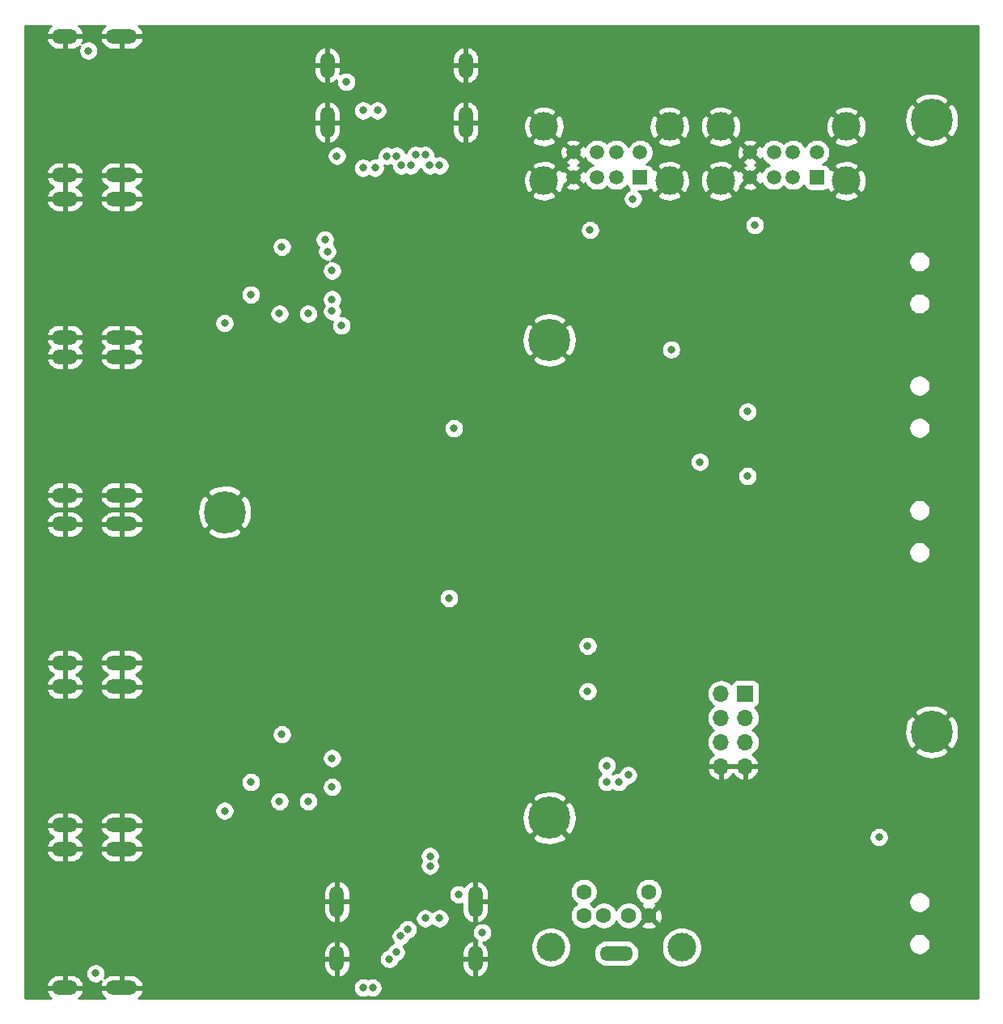
<source format=gbr>
G04 #@! TF.GenerationSoftware,KiCad,Pcbnew,5.1.2-f72e74a~84~ubuntu18.04.1*
G04 #@! TF.CreationDate,2019-07-30T17:28:06-04:00*
G04 #@! TF.ProjectId,kvm-base,6b766d2d-6261-4736-952e-6b696361645f,rev?*
G04 #@! TF.SameCoordinates,Original*
G04 #@! TF.FileFunction,Copper,L2,Inr*
G04 #@! TF.FilePolarity,Positive*
%FSLAX46Y46*%
G04 Gerber Fmt 4.6, Leading zero omitted, Abs format (unit mm)*
G04 Created by KiCad (PCBNEW 5.1.2-f72e74a~84~ubuntu18.04.1) date 2019-07-30 17:28:06*
%MOMM*%
%LPD*%
G04 APERTURE LIST*
%ADD10C,0.700000*%
%ADD11C,4.400000*%
%ADD12O,2.700000X1.500000*%
%ADD13O,3.300000X1.500000*%
%ADD14O,1.500000X2.700000*%
%ADD15O,1.500000X3.300000*%
%ADD16C,1.600000*%
%ADD17C,3.000000*%
%ADD18O,3.500000X1.500000*%
%ADD19R,1.700000X1.700000*%
%ADD20O,1.700000X1.700000*%
%ADD21R,1.500000X1.500000*%
%ADD22C,1.500000*%
%ADD23C,0.800000*%
%ADD24C,0.254000*%
G04 APERTURE END LIST*
D10*
X76166726Y-101833274D03*
X75000000Y-101350000D03*
X73833274Y-101833274D03*
X73350000Y-103000000D03*
X73833274Y-104166726D03*
X75000000Y-104650000D03*
X76166726Y-104166726D03*
X76650000Y-103000000D03*
D11*
X75000000Y-103000000D03*
X75000000Y-53000000D03*
D10*
X76650000Y-53000000D03*
X76166726Y-54166726D03*
X75000000Y-54650000D03*
X73833274Y-54166726D03*
X73350000Y-53000000D03*
X73833274Y-51833274D03*
X75000000Y-51350000D03*
X76166726Y-51833274D03*
X42166726Y-69833274D03*
X41000000Y-69350000D03*
X39833274Y-69833274D03*
X39350000Y-71000000D03*
X39833274Y-72166726D03*
X41000000Y-72650000D03*
X42166726Y-72166726D03*
X42650000Y-71000000D03*
D11*
X41000000Y-71000000D03*
X115000000Y-94000000D03*
D10*
X116650000Y-94000000D03*
X116166726Y-95166726D03*
X115000000Y-95650000D03*
X113833274Y-95166726D03*
X113350000Y-94000000D03*
X113833274Y-92833274D03*
X115000000Y-92350000D03*
X116166726Y-92833274D03*
X116166726Y-28833274D03*
X115000000Y-28350000D03*
X113833274Y-28833274D03*
X113350000Y-30000000D03*
X113833274Y-31166726D03*
X115000000Y-31650000D03*
X116166726Y-31166726D03*
X116650000Y-30000000D03*
D11*
X115000000Y-30000000D03*
D12*
X24280000Y-35750000D03*
X24280000Y-21250000D03*
D13*
X30240000Y-35750000D03*
X30240000Y-21250000D03*
D12*
X24280000Y-52750000D03*
X24280000Y-38250000D03*
D13*
X30240000Y-52750000D03*
X30240000Y-38250000D03*
D12*
X24280000Y-69250000D03*
X24280000Y-54750000D03*
D13*
X30240000Y-69250000D03*
X30240000Y-54750000D03*
D14*
X66250000Y-24280000D03*
X51750000Y-24280000D03*
D15*
X66250000Y-30240000D03*
X51750000Y-30240000D03*
D12*
X24280000Y-86750000D03*
X24280000Y-72250000D03*
D13*
X30240000Y-86750000D03*
X30240000Y-72250000D03*
D12*
X24280000Y-103750000D03*
X24280000Y-89250000D03*
D13*
X30240000Y-103750000D03*
X30240000Y-89250000D03*
D12*
X24280000Y-120750000D03*
X24280000Y-106250000D03*
D13*
X30240000Y-120750000D03*
X30240000Y-106250000D03*
D14*
X52750000Y-117720000D03*
X67250000Y-117720000D03*
D15*
X52750000Y-111760000D03*
X67250000Y-111760000D03*
D16*
X83300000Y-113220000D03*
X83300000Y-113220000D03*
X80700000Y-113220000D03*
X85400000Y-113220000D03*
X78600000Y-113220000D03*
X78600000Y-110720000D03*
X85400000Y-110720000D03*
D17*
X75150000Y-116500000D03*
X88850000Y-116500000D03*
D18*
X82000000Y-117150000D03*
D19*
X95500000Y-90000000D03*
D20*
X92960000Y-90000000D03*
X95500000Y-92540000D03*
X92960000Y-92540000D03*
X95500000Y-95080000D03*
X92960000Y-95080000D03*
X95500000Y-97620000D03*
X92960000Y-97620000D03*
D17*
X74430000Y-36350000D03*
X87570000Y-36350000D03*
D21*
X84500000Y-36000000D03*
D22*
X82000000Y-36000000D03*
X80000000Y-36000000D03*
X77500000Y-36000000D03*
D17*
X87570000Y-30670000D03*
X74430000Y-30670000D03*
D22*
X84500000Y-33380000D03*
X82000000Y-33380000D03*
X80000000Y-33380000D03*
X77500000Y-33380000D03*
X96000000Y-33380000D03*
X98500000Y-33380000D03*
X100500000Y-33380000D03*
X103000000Y-33380000D03*
D17*
X92930000Y-30670000D03*
X106070000Y-30670000D03*
D22*
X96000000Y-36000000D03*
X98500000Y-36000000D03*
X100500000Y-36000000D03*
D21*
X103000000Y-36000000D03*
D17*
X106070000Y-36350000D03*
X92930000Y-36350000D03*
D23*
X81000000Y-96000000D03*
X111000000Y-106500000D03*
X103500000Y-104500000D03*
X104000000Y-118000000D03*
X55000000Y-33500000D03*
X95000000Y-61500000D03*
X93750000Y-66000000D03*
X43750000Y-97750000D03*
X46750000Y-92750000D03*
X43750000Y-46750000D03*
X46750000Y-41750000D03*
X116500000Y-73000000D03*
X116250000Y-60000000D03*
X116250000Y-47000000D03*
X101250000Y-42500000D03*
X82250000Y-38250000D03*
X94000000Y-40500000D03*
X52750000Y-86500000D03*
X44000000Y-36500000D03*
X47600000Y-32950000D03*
X60750000Y-42750000D03*
X64500000Y-47000000D03*
X43500000Y-86500000D03*
X46000000Y-80000000D03*
X47250000Y-65000000D03*
X45250000Y-57500000D03*
X64500000Y-99750000D03*
X57750000Y-101500000D03*
X59400000Y-119600000D03*
X45800000Y-110400000D03*
X48800000Y-115600000D03*
X67976472Y-114976472D03*
X96500000Y-41000000D03*
X79250000Y-41500000D03*
X83750000Y-38250000D03*
X87750000Y-54000000D03*
X53750000Y-26000000D03*
X81000000Y-97500000D03*
X109500000Y-105000000D03*
X90750000Y-65750000D03*
X65000000Y-62250000D03*
X64500000Y-80000000D03*
X43750000Y-99250000D03*
X46750000Y-101250000D03*
X49750000Y-101250000D03*
X52250000Y-99750000D03*
X52250000Y-96750000D03*
X47000000Y-94250000D03*
X43750000Y-48250000D03*
X46750000Y-50250000D03*
X49750000Y-50250000D03*
X52250000Y-48750000D03*
X52250000Y-45750000D03*
X47000000Y-43250000D03*
X41000000Y-51250000D03*
X41000000Y-102250000D03*
X83250000Y-98500000D03*
X81000000Y-99250000D03*
X82250000Y-99250000D03*
X27500000Y-119250000D03*
X26750000Y-22750000D03*
X57000000Y-29000000D03*
X56750000Y-35000000D03*
X55500000Y-29000000D03*
X55500000Y-35000000D03*
X52750000Y-33750000D03*
X65500000Y-111000000D03*
X63500000Y-113500000D03*
X62000000Y-113500000D03*
X52250000Y-50000000D03*
X51500000Y-42500000D03*
X53250000Y-51500000D03*
X51750000Y-43750000D03*
X79000000Y-89750000D03*
X79000000Y-85000000D03*
X95750000Y-67250000D03*
X95750000Y-60500000D03*
X57998400Y-33750000D03*
X59001600Y-33750000D03*
X59498400Y-34760983D03*
X60501600Y-34760983D03*
X60998400Y-33643896D03*
X62001600Y-33643896D03*
X62498400Y-34750000D03*
X63501600Y-34750000D03*
X62500000Y-108001600D03*
X62500000Y-106998400D03*
X60154685Y-114645315D03*
X59445315Y-115354685D03*
X58954685Y-117045315D03*
X58245315Y-117754685D03*
X56501600Y-120750000D03*
X55498400Y-120750000D03*
D24*
G36*
X22804939Y-20168972D02*
G01*
X22610855Y-20360460D01*
X22457858Y-20586132D01*
X22351827Y-20837316D01*
X22337682Y-20908815D01*
X22460344Y-21123000D01*
X24153000Y-21123000D01*
X24153000Y-21103000D01*
X24407000Y-21103000D01*
X24407000Y-21123000D01*
X26099656Y-21123000D01*
X26222318Y-20908815D01*
X26208173Y-20837316D01*
X26102142Y-20586132D01*
X25949145Y-20360460D01*
X25755061Y-20168972D01*
X25691320Y-20127000D01*
X28528680Y-20127000D01*
X28464939Y-20168972D01*
X28270855Y-20360460D01*
X28117858Y-20586132D01*
X28011827Y-20837316D01*
X27997682Y-20908815D01*
X28120344Y-21123000D01*
X30113000Y-21123000D01*
X30113000Y-21103000D01*
X30367000Y-21103000D01*
X30367000Y-21123000D01*
X32359656Y-21123000D01*
X32482318Y-20908815D01*
X32468173Y-20837316D01*
X32362142Y-20586132D01*
X32209145Y-20360460D01*
X32015061Y-20168972D01*
X31951320Y-20127000D01*
X119873000Y-20127000D01*
X119873000Y-121873000D01*
X31951320Y-121873000D01*
X32015061Y-121831028D01*
X32209145Y-121639540D01*
X32362142Y-121413868D01*
X32468173Y-121162684D01*
X32482318Y-121091185D01*
X32359656Y-120877000D01*
X30367000Y-120877000D01*
X30367000Y-120897000D01*
X30113000Y-120897000D01*
X30113000Y-120877000D01*
X28120344Y-120877000D01*
X27997682Y-121091185D01*
X28011827Y-121162684D01*
X28117858Y-121413868D01*
X28270855Y-121639540D01*
X28464939Y-121831028D01*
X28528680Y-121873000D01*
X25691320Y-121873000D01*
X25755061Y-121831028D01*
X25949145Y-121639540D01*
X26102142Y-121413868D01*
X26208173Y-121162684D01*
X26222318Y-121091185D01*
X26099656Y-120877000D01*
X24407000Y-120877000D01*
X24407000Y-120897000D01*
X24153000Y-120897000D01*
X24153000Y-120877000D01*
X22460344Y-120877000D01*
X22337682Y-121091185D01*
X22351827Y-121162684D01*
X22457858Y-121413868D01*
X22610855Y-121639540D01*
X22804939Y-121831028D01*
X22868680Y-121873000D01*
X20127000Y-121873000D01*
X20127000Y-120648061D01*
X54463400Y-120648061D01*
X54463400Y-120851939D01*
X54503174Y-121051898D01*
X54581195Y-121240256D01*
X54694463Y-121409774D01*
X54838626Y-121553937D01*
X55008144Y-121667205D01*
X55196502Y-121745226D01*
X55396461Y-121785000D01*
X55600339Y-121785000D01*
X55800298Y-121745226D01*
X55988656Y-121667205D01*
X56000000Y-121659625D01*
X56011344Y-121667205D01*
X56199702Y-121745226D01*
X56399661Y-121785000D01*
X56603539Y-121785000D01*
X56803498Y-121745226D01*
X56991856Y-121667205D01*
X57161374Y-121553937D01*
X57305537Y-121409774D01*
X57418805Y-121240256D01*
X57496826Y-121051898D01*
X57536600Y-120851939D01*
X57536600Y-120648061D01*
X57496826Y-120448102D01*
X57418805Y-120259744D01*
X57305537Y-120090226D01*
X57161374Y-119946063D01*
X56991856Y-119832795D01*
X56803498Y-119754774D01*
X56603539Y-119715000D01*
X56399661Y-119715000D01*
X56199702Y-119754774D01*
X56011344Y-119832795D01*
X56000000Y-119840375D01*
X55988656Y-119832795D01*
X55800298Y-119754774D01*
X55600339Y-119715000D01*
X55396461Y-119715000D01*
X55196502Y-119754774D01*
X55008144Y-119832795D01*
X54838626Y-119946063D01*
X54694463Y-120090226D01*
X54581195Y-120259744D01*
X54503174Y-120448102D01*
X54463400Y-120648061D01*
X20127000Y-120648061D01*
X20127000Y-120408815D01*
X22337682Y-120408815D01*
X22460344Y-120623000D01*
X24153000Y-120623000D01*
X24153000Y-119365000D01*
X24407000Y-119365000D01*
X24407000Y-120623000D01*
X26099656Y-120623000D01*
X26222318Y-120408815D01*
X26208173Y-120337316D01*
X26102142Y-120086132D01*
X25949145Y-119860460D01*
X25755061Y-119668972D01*
X25527349Y-119519028D01*
X25274760Y-119416389D01*
X25007000Y-119365000D01*
X24407000Y-119365000D01*
X24153000Y-119365000D01*
X23553000Y-119365000D01*
X23285240Y-119416389D01*
X23032651Y-119519028D01*
X22804939Y-119668972D01*
X22610855Y-119860460D01*
X22457858Y-120086132D01*
X22351827Y-120337316D01*
X22337682Y-120408815D01*
X20127000Y-120408815D01*
X20127000Y-119148061D01*
X26465000Y-119148061D01*
X26465000Y-119351939D01*
X26504774Y-119551898D01*
X26582795Y-119740256D01*
X26696063Y-119909774D01*
X26840226Y-120053937D01*
X27009744Y-120167205D01*
X27198102Y-120245226D01*
X27398061Y-120285000D01*
X27601939Y-120285000D01*
X27801898Y-120245226D01*
X27990256Y-120167205D01*
X28123048Y-120078476D01*
X28117858Y-120086132D01*
X28011827Y-120337316D01*
X27997682Y-120408815D01*
X28120344Y-120623000D01*
X30113000Y-120623000D01*
X30113000Y-119365000D01*
X30367000Y-119365000D01*
X30367000Y-120623000D01*
X32359656Y-120623000D01*
X32482318Y-120408815D01*
X32468173Y-120337316D01*
X32362142Y-120086132D01*
X32209145Y-119860460D01*
X32015061Y-119668972D01*
X31787349Y-119519028D01*
X31534760Y-119416389D01*
X31267000Y-119365000D01*
X30367000Y-119365000D01*
X30113000Y-119365000D01*
X29213000Y-119365000D01*
X28945240Y-119416389D01*
X28692651Y-119519028D01*
X28464939Y-119668972D01*
X28434149Y-119699350D01*
X28495226Y-119551898D01*
X28535000Y-119351939D01*
X28535000Y-119148061D01*
X28495226Y-118948102D01*
X28417205Y-118759744D01*
X28303937Y-118590226D01*
X28159774Y-118446063D01*
X27990256Y-118332795D01*
X27801898Y-118254774D01*
X27601939Y-118215000D01*
X27398061Y-118215000D01*
X27198102Y-118254774D01*
X27009744Y-118332795D01*
X26840226Y-118446063D01*
X26696063Y-118590226D01*
X26582795Y-118759744D01*
X26504774Y-118948102D01*
X26465000Y-119148061D01*
X20127000Y-119148061D01*
X20127000Y-117847000D01*
X51365000Y-117847000D01*
X51365000Y-118447000D01*
X51416389Y-118714760D01*
X51519028Y-118967349D01*
X51668972Y-119195061D01*
X51860460Y-119389145D01*
X52086132Y-119542142D01*
X52337316Y-119648173D01*
X52408815Y-119662318D01*
X52623000Y-119539656D01*
X52623000Y-117847000D01*
X52877000Y-117847000D01*
X52877000Y-119539656D01*
X53091185Y-119662318D01*
X53162684Y-119648173D01*
X53413868Y-119542142D01*
X53639540Y-119389145D01*
X53831028Y-119195061D01*
X53980972Y-118967349D01*
X54083611Y-118714760D01*
X54135000Y-118447000D01*
X54135000Y-117847000D01*
X52877000Y-117847000D01*
X52623000Y-117847000D01*
X51365000Y-117847000D01*
X20127000Y-117847000D01*
X20127000Y-117652746D01*
X57210315Y-117652746D01*
X57210315Y-117856624D01*
X57250089Y-118056583D01*
X57328110Y-118244941D01*
X57441378Y-118414459D01*
X57585541Y-118558622D01*
X57755059Y-118671890D01*
X57943417Y-118749911D01*
X58143376Y-118789685D01*
X58347254Y-118789685D01*
X58547213Y-118749911D01*
X58735571Y-118671890D01*
X58905089Y-118558622D01*
X59049252Y-118414459D01*
X59162520Y-118244941D01*
X59240541Y-118056583D01*
X59243203Y-118043203D01*
X59256583Y-118040541D01*
X59444941Y-117962520D01*
X59614459Y-117849252D01*
X59616711Y-117847000D01*
X65865000Y-117847000D01*
X65865000Y-118447000D01*
X65916389Y-118714760D01*
X66019028Y-118967349D01*
X66168972Y-119195061D01*
X66360460Y-119389145D01*
X66586132Y-119542142D01*
X66837316Y-119648173D01*
X66908815Y-119662318D01*
X67123000Y-119539656D01*
X67123000Y-117847000D01*
X67377000Y-117847000D01*
X67377000Y-119539656D01*
X67591185Y-119662318D01*
X67662684Y-119648173D01*
X67913868Y-119542142D01*
X68139540Y-119389145D01*
X68331028Y-119195061D01*
X68480972Y-118967349D01*
X68583611Y-118714760D01*
X68635000Y-118447000D01*
X68635000Y-117847000D01*
X67377000Y-117847000D01*
X67123000Y-117847000D01*
X65865000Y-117847000D01*
X59616711Y-117847000D01*
X59758622Y-117705089D01*
X59871890Y-117535571D01*
X59949911Y-117347213D01*
X59989685Y-117147254D01*
X59989685Y-116993000D01*
X65865000Y-116993000D01*
X65865000Y-117593000D01*
X67123000Y-117593000D01*
X67123000Y-115900344D01*
X66908815Y-115777682D01*
X66837316Y-115791827D01*
X66586132Y-115897858D01*
X66360460Y-116050855D01*
X66168972Y-116244939D01*
X66019028Y-116472651D01*
X65916389Y-116725240D01*
X65865000Y-116993000D01*
X59989685Y-116993000D01*
X59989685Y-116943376D01*
X59949911Y-116743417D01*
X59871890Y-116555059D01*
X59758622Y-116385541D01*
X59727010Y-116353929D01*
X59747213Y-116349911D01*
X59935571Y-116271890D01*
X60105089Y-116158622D01*
X60249252Y-116014459D01*
X60362520Y-115844941D01*
X60440541Y-115656583D01*
X60443203Y-115643203D01*
X60456583Y-115640541D01*
X60644941Y-115562520D01*
X60814459Y-115449252D01*
X60958622Y-115305089D01*
X61071890Y-115135571D01*
X61149911Y-114947213D01*
X61164367Y-114874533D01*
X66941472Y-114874533D01*
X66941472Y-115078411D01*
X66981246Y-115278370D01*
X67059267Y-115466728D01*
X67172535Y-115636246D01*
X67316698Y-115780409D01*
X67441183Y-115863587D01*
X67377000Y-115900344D01*
X67377000Y-117593000D01*
X68635000Y-117593000D01*
X68635000Y-116993000D01*
X68583611Y-116725240D01*
X68480972Y-116472651D01*
X68360517Y-116289721D01*
X73015000Y-116289721D01*
X73015000Y-116710279D01*
X73097047Y-117122756D01*
X73257988Y-117511302D01*
X73491637Y-117860983D01*
X73789017Y-118158363D01*
X74138698Y-118392012D01*
X74527244Y-118552953D01*
X74939721Y-118635000D01*
X75360279Y-118635000D01*
X75772756Y-118552953D01*
X76161302Y-118392012D01*
X76510983Y-118158363D01*
X76808363Y-117860983D01*
X77042012Y-117511302D01*
X77191668Y-117150000D01*
X79608299Y-117150000D01*
X79635040Y-117421507D01*
X79714236Y-117682581D01*
X79842843Y-117923188D01*
X80015919Y-118134081D01*
X80226812Y-118307157D01*
X80467419Y-118435764D01*
X80728493Y-118514960D01*
X80931963Y-118535000D01*
X83068037Y-118535000D01*
X83271507Y-118514960D01*
X83532581Y-118435764D01*
X83773188Y-118307157D01*
X83984081Y-118134081D01*
X84157157Y-117923188D01*
X84285764Y-117682581D01*
X84364960Y-117421507D01*
X84391701Y-117150000D01*
X84364960Y-116878493D01*
X84285764Y-116617419D01*
X84157157Y-116376812D01*
X84085684Y-116289721D01*
X86715000Y-116289721D01*
X86715000Y-116710279D01*
X86797047Y-117122756D01*
X86957988Y-117511302D01*
X87191637Y-117860983D01*
X87489017Y-118158363D01*
X87838698Y-118392012D01*
X88227244Y-118552953D01*
X88639721Y-118635000D01*
X89060279Y-118635000D01*
X89472756Y-118552953D01*
X89861302Y-118392012D01*
X90210983Y-118158363D01*
X90508363Y-117860983D01*
X90742012Y-117511302D01*
X90902953Y-117122756D01*
X90985000Y-116710279D01*
X90985000Y-116289721D01*
X90944918Y-116088212D01*
X112615000Y-116088212D01*
X112615000Y-116311788D01*
X112658617Y-116531067D01*
X112744176Y-116737624D01*
X112868388Y-116923520D01*
X113026480Y-117081612D01*
X113212376Y-117205824D01*
X113418933Y-117291383D01*
X113638212Y-117335000D01*
X113861788Y-117335000D01*
X114081067Y-117291383D01*
X114287624Y-117205824D01*
X114473520Y-117081612D01*
X114631612Y-116923520D01*
X114755824Y-116737624D01*
X114841383Y-116531067D01*
X114885000Y-116311788D01*
X114885000Y-116088212D01*
X114841383Y-115868933D01*
X114755824Y-115662376D01*
X114631612Y-115476480D01*
X114473520Y-115318388D01*
X114287624Y-115194176D01*
X114081067Y-115108617D01*
X113861788Y-115065000D01*
X113638212Y-115065000D01*
X113418933Y-115108617D01*
X113212376Y-115194176D01*
X113026480Y-115318388D01*
X112868388Y-115476480D01*
X112744176Y-115662376D01*
X112658617Y-115868933D01*
X112615000Y-116088212D01*
X90944918Y-116088212D01*
X90902953Y-115877244D01*
X90742012Y-115488698D01*
X90508363Y-115139017D01*
X90210983Y-114841637D01*
X89861302Y-114607988D01*
X89472756Y-114447047D01*
X89060279Y-114365000D01*
X88639721Y-114365000D01*
X88227244Y-114447047D01*
X87838698Y-114607988D01*
X87489017Y-114841637D01*
X87191637Y-115139017D01*
X86957988Y-115488698D01*
X86797047Y-115877244D01*
X86715000Y-116289721D01*
X84085684Y-116289721D01*
X83984081Y-116165919D01*
X83773188Y-115992843D01*
X83532581Y-115864236D01*
X83271507Y-115785040D01*
X83068037Y-115765000D01*
X80931963Y-115765000D01*
X80728493Y-115785040D01*
X80467419Y-115864236D01*
X80226812Y-115992843D01*
X80015919Y-116165919D01*
X79842843Y-116376812D01*
X79714236Y-116617419D01*
X79635040Y-116878493D01*
X79608299Y-117150000D01*
X77191668Y-117150000D01*
X77202953Y-117122756D01*
X77285000Y-116710279D01*
X77285000Y-116289721D01*
X77202953Y-115877244D01*
X77042012Y-115488698D01*
X76808363Y-115139017D01*
X76510983Y-114841637D01*
X76161302Y-114607988D01*
X75772756Y-114447047D01*
X75360279Y-114365000D01*
X74939721Y-114365000D01*
X74527244Y-114447047D01*
X74138698Y-114607988D01*
X73789017Y-114841637D01*
X73491637Y-115139017D01*
X73257988Y-115488698D01*
X73097047Y-115877244D01*
X73015000Y-116289721D01*
X68360517Y-116289721D01*
X68331028Y-116244939D01*
X68139540Y-116050855D01*
X68080760Y-116011005D01*
X68278370Y-115971698D01*
X68466728Y-115893677D01*
X68636246Y-115780409D01*
X68780409Y-115636246D01*
X68893677Y-115466728D01*
X68971698Y-115278370D01*
X69011472Y-115078411D01*
X69011472Y-114874533D01*
X68971698Y-114674574D01*
X68893677Y-114486216D01*
X68780409Y-114316698D01*
X68636246Y-114172535D01*
X68466728Y-114059267D01*
X68278370Y-113981246D01*
X68078411Y-113941472D01*
X67874533Y-113941472D01*
X67683122Y-113979546D01*
X67913868Y-113882142D01*
X68139540Y-113729145D01*
X68331028Y-113535061D01*
X68480972Y-113307349D01*
X68583611Y-113054760D01*
X68635000Y-112787000D01*
X68635000Y-111887000D01*
X67377000Y-111887000D01*
X67377000Y-113879656D01*
X67591185Y-114002318D01*
X67653432Y-113990003D01*
X67486216Y-114059267D01*
X67316698Y-114172535D01*
X67172535Y-114316698D01*
X67059267Y-114486216D01*
X66981246Y-114674574D01*
X66941472Y-114874533D01*
X61164367Y-114874533D01*
X61189685Y-114747254D01*
X61189685Y-114543376D01*
X61149911Y-114343417D01*
X61071890Y-114155059D01*
X60958622Y-113985541D01*
X60814459Y-113841378D01*
X60644941Y-113728110D01*
X60456583Y-113650089D01*
X60256624Y-113610315D01*
X60052746Y-113610315D01*
X59852787Y-113650089D01*
X59664429Y-113728110D01*
X59494911Y-113841378D01*
X59350748Y-113985541D01*
X59237480Y-114155059D01*
X59159459Y-114343417D01*
X59156797Y-114356797D01*
X59143417Y-114359459D01*
X58955059Y-114437480D01*
X58785541Y-114550748D01*
X58641378Y-114694911D01*
X58528110Y-114864429D01*
X58450089Y-115052787D01*
X58410315Y-115252746D01*
X58410315Y-115456624D01*
X58450089Y-115656583D01*
X58528110Y-115844941D01*
X58641378Y-116014459D01*
X58672990Y-116046071D01*
X58652787Y-116050089D01*
X58464429Y-116128110D01*
X58294911Y-116241378D01*
X58150748Y-116385541D01*
X58037480Y-116555059D01*
X57959459Y-116743417D01*
X57956797Y-116756797D01*
X57943417Y-116759459D01*
X57755059Y-116837480D01*
X57585541Y-116950748D01*
X57441378Y-117094911D01*
X57328110Y-117264429D01*
X57250089Y-117452787D01*
X57210315Y-117652746D01*
X20127000Y-117652746D01*
X20127000Y-116993000D01*
X51365000Y-116993000D01*
X51365000Y-117593000D01*
X52623000Y-117593000D01*
X52623000Y-115900344D01*
X52877000Y-115900344D01*
X52877000Y-117593000D01*
X54135000Y-117593000D01*
X54135000Y-116993000D01*
X54083611Y-116725240D01*
X53980972Y-116472651D01*
X53831028Y-116244939D01*
X53639540Y-116050855D01*
X53413868Y-115897858D01*
X53162684Y-115791827D01*
X53091185Y-115777682D01*
X52877000Y-115900344D01*
X52623000Y-115900344D01*
X52408815Y-115777682D01*
X52337316Y-115791827D01*
X52086132Y-115897858D01*
X51860460Y-116050855D01*
X51668972Y-116244939D01*
X51519028Y-116472651D01*
X51416389Y-116725240D01*
X51365000Y-116993000D01*
X20127000Y-116993000D01*
X20127000Y-111887000D01*
X51365000Y-111887000D01*
X51365000Y-112787000D01*
X51416389Y-113054760D01*
X51519028Y-113307349D01*
X51668972Y-113535061D01*
X51860460Y-113729145D01*
X52086132Y-113882142D01*
X52337316Y-113988173D01*
X52408815Y-114002318D01*
X52623000Y-113879656D01*
X52623000Y-111887000D01*
X52877000Y-111887000D01*
X52877000Y-113879656D01*
X53091185Y-114002318D01*
X53162684Y-113988173D01*
X53413868Y-113882142D01*
X53639540Y-113729145D01*
X53831028Y-113535061D01*
X53921239Y-113398061D01*
X60965000Y-113398061D01*
X60965000Y-113601939D01*
X61004774Y-113801898D01*
X61082795Y-113990256D01*
X61196063Y-114159774D01*
X61340226Y-114303937D01*
X61509744Y-114417205D01*
X61698102Y-114495226D01*
X61898061Y-114535000D01*
X62101939Y-114535000D01*
X62301898Y-114495226D01*
X62490256Y-114417205D01*
X62659774Y-114303937D01*
X62750000Y-114213711D01*
X62840226Y-114303937D01*
X63009744Y-114417205D01*
X63198102Y-114495226D01*
X63398061Y-114535000D01*
X63601939Y-114535000D01*
X63801898Y-114495226D01*
X63990256Y-114417205D01*
X64159774Y-114303937D01*
X64303937Y-114159774D01*
X64417205Y-113990256D01*
X64495226Y-113801898D01*
X64535000Y-113601939D01*
X64535000Y-113398061D01*
X64495226Y-113198102D01*
X64417205Y-113009744D01*
X64303937Y-112840226D01*
X64159774Y-112696063D01*
X63990256Y-112582795D01*
X63801898Y-112504774D01*
X63601939Y-112465000D01*
X63398061Y-112465000D01*
X63198102Y-112504774D01*
X63009744Y-112582795D01*
X62840226Y-112696063D01*
X62750000Y-112786289D01*
X62659774Y-112696063D01*
X62490256Y-112582795D01*
X62301898Y-112504774D01*
X62101939Y-112465000D01*
X61898061Y-112465000D01*
X61698102Y-112504774D01*
X61509744Y-112582795D01*
X61340226Y-112696063D01*
X61196063Y-112840226D01*
X61082795Y-113009744D01*
X61004774Y-113198102D01*
X60965000Y-113398061D01*
X53921239Y-113398061D01*
X53980972Y-113307349D01*
X54083611Y-113054760D01*
X54135000Y-112787000D01*
X54135000Y-111887000D01*
X52877000Y-111887000D01*
X52623000Y-111887000D01*
X51365000Y-111887000D01*
X20127000Y-111887000D01*
X20127000Y-110733000D01*
X51365000Y-110733000D01*
X51365000Y-111633000D01*
X52623000Y-111633000D01*
X52623000Y-109640344D01*
X52877000Y-109640344D01*
X52877000Y-111633000D01*
X54135000Y-111633000D01*
X54135000Y-110898061D01*
X64465000Y-110898061D01*
X64465000Y-111101939D01*
X64504774Y-111301898D01*
X64582795Y-111490256D01*
X64696063Y-111659774D01*
X64840226Y-111803937D01*
X65009744Y-111917205D01*
X65198102Y-111995226D01*
X65398061Y-112035000D01*
X65601939Y-112035000D01*
X65801898Y-111995226D01*
X65865000Y-111969088D01*
X65865000Y-112787000D01*
X65916389Y-113054760D01*
X66019028Y-113307349D01*
X66168972Y-113535061D01*
X66360460Y-113729145D01*
X66586132Y-113882142D01*
X66837316Y-113988173D01*
X66908815Y-114002318D01*
X67123000Y-113879656D01*
X67123000Y-111887000D01*
X67103000Y-111887000D01*
X67103000Y-111633000D01*
X67123000Y-111633000D01*
X67123000Y-109640344D01*
X67377000Y-109640344D01*
X67377000Y-111633000D01*
X68635000Y-111633000D01*
X68635000Y-110733000D01*
X68605380Y-110578665D01*
X77165000Y-110578665D01*
X77165000Y-110861335D01*
X77220147Y-111138574D01*
X77328320Y-111399727D01*
X77485363Y-111634759D01*
X77685241Y-111834637D01*
X77887827Y-111970000D01*
X77685241Y-112105363D01*
X77485363Y-112305241D01*
X77328320Y-112540273D01*
X77220147Y-112801426D01*
X77165000Y-113078665D01*
X77165000Y-113361335D01*
X77220147Y-113638574D01*
X77328320Y-113899727D01*
X77485363Y-114134759D01*
X77685241Y-114334637D01*
X77920273Y-114491680D01*
X78181426Y-114599853D01*
X78458665Y-114655000D01*
X78741335Y-114655000D01*
X79018574Y-114599853D01*
X79279727Y-114491680D01*
X79514759Y-114334637D01*
X79650000Y-114199396D01*
X79785241Y-114334637D01*
X80020273Y-114491680D01*
X80281426Y-114599853D01*
X80558665Y-114655000D01*
X80841335Y-114655000D01*
X81118574Y-114599853D01*
X81379727Y-114491680D01*
X81614759Y-114334637D01*
X81814637Y-114134759D01*
X81971680Y-113899727D01*
X82000000Y-113831356D01*
X82028320Y-113899727D01*
X82185363Y-114134759D01*
X82385241Y-114334637D01*
X82620273Y-114491680D01*
X82881426Y-114599853D01*
X83158665Y-114655000D01*
X83441335Y-114655000D01*
X83718574Y-114599853D01*
X83979727Y-114491680D01*
X84214759Y-114334637D01*
X84336694Y-114212702D01*
X84586903Y-114212702D01*
X84658486Y-114456671D01*
X84913996Y-114577571D01*
X85188184Y-114646300D01*
X85470512Y-114660217D01*
X85750130Y-114618787D01*
X86016292Y-114523603D01*
X86141514Y-114456671D01*
X86213097Y-114212702D01*
X85400000Y-113399605D01*
X84586903Y-114212702D01*
X84336694Y-114212702D01*
X84414637Y-114134759D01*
X84571680Y-113899727D01*
X84593609Y-113846786D01*
X85220395Y-113220000D01*
X85579605Y-113220000D01*
X86392702Y-114033097D01*
X86636671Y-113961514D01*
X86757571Y-113706004D01*
X86826300Y-113431816D01*
X86840217Y-113149488D01*
X86798787Y-112869870D01*
X86703603Y-112603708D01*
X86636671Y-112478486D01*
X86392702Y-112406903D01*
X85579605Y-113220000D01*
X85220395Y-113220000D01*
X84593609Y-112593214D01*
X84571680Y-112540273D01*
X84414637Y-112305241D01*
X84214759Y-112105363D01*
X83979727Y-111948320D01*
X83718574Y-111840147D01*
X83441335Y-111785000D01*
X83158665Y-111785000D01*
X82881426Y-111840147D01*
X82620273Y-111948320D01*
X82385241Y-112105363D01*
X82185363Y-112305241D01*
X82028320Y-112540273D01*
X82000000Y-112608644D01*
X81971680Y-112540273D01*
X81814637Y-112305241D01*
X81614759Y-112105363D01*
X81379727Y-111948320D01*
X81118574Y-111840147D01*
X80841335Y-111785000D01*
X80558665Y-111785000D01*
X80281426Y-111840147D01*
X80020273Y-111948320D01*
X79785241Y-112105363D01*
X79650000Y-112240604D01*
X79514759Y-112105363D01*
X79312173Y-111970000D01*
X79514759Y-111834637D01*
X79714637Y-111634759D01*
X79871680Y-111399727D01*
X79979853Y-111138574D01*
X80035000Y-110861335D01*
X80035000Y-110578665D01*
X83965000Y-110578665D01*
X83965000Y-110861335D01*
X84020147Y-111138574D01*
X84128320Y-111399727D01*
X84285363Y-111634759D01*
X84485241Y-111834637D01*
X84685869Y-111968692D01*
X84658486Y-111983329D01*
X84586903Y-112227298D01*
X85400000Y-113040395D01*
X86213097Y-112227298D01*
X86141514Y-111983329D01*
X86112659Y-111969676D01*
X86314759Y-111834637D01*
X86461184Y-111688212D01*
X112615000Y-111688212D01*
X112615000Y-111911788D01*
X112658617Y-112131067D01*
X112744176Y-112337624D01*
X112868388Y-112523520D01*
X113026480Y-112681612D01*
X113212376Y-112805824D01*
X113418933Y-112891383D01*
X113638212Y-112935000D01*
X113861788Y-112935000D01*
X114081067Y-112891383D01*
X114287624Y-112805824D01*
X114473520Y-112681612D01*
X114631612Y-112523520D01*
X114755824Y-112337624D01*
X114841383Y-112131067D01*
X114885000Y-111911788D01*
X114885000Y-111688212D01*
X114841383Y-111468933D01*
X114755824Y-111262376D01*
X114631612Y-111076480D01*
X114473520Y-110918388D01*
X114287624Y-110794176D01*
X114081067Y-110708617D01*
X113861788Y-110665000D01*
X113638212Y-110665000D01*
X113418933Y-110708617D01*
X113212376Y-110794176D01*
X113026480Y-110918388D01*
X112868388Y-111076480D01*
X112744176Y-111262376D01*
X112658617Y-111468933D01*
X112615000Y-111688212D01*
X86461184Y-111688212D01*
X86514637Y-111634759D01*
X86671680Y-111399727D01*
X86779853Y-111138574D01*
X86835000Y-110861335D01*
X86835000Y-110578665D01*
X86779853Y-110301426D01*
X86671680Y-110040273D01*
X86514637Y-109805241D01*
X86314759Y-109605363D01*
X86079727Y-109448320D01*
X85818574Y-109340147D01*
X85541335Y-109285000D01*
X85258665Y-109285000D01*
X84981426Y-109340147D01*
X84720273Y-109448320D01*
X84485241Y-109605363D01*
X84285363Y-109805241D01*
X84128320Y-110040273D01*
X84020147Y-110301426D01*
X83965000Y-110578665D01*
X80035000Y-110578665D01*
X79979853Y-110301426D01*
X79871680Y-110040273D01*
X79714637Y-109805241D01*
X79514759Y-109605363D01*
X79279727Y-109448320D01*
X79018574Y-109340147D01*
X78741335Y-109285000D01*
X78458665Y-109285000D01*
X78181426Y-109340147D01*
X77920273Y-109448320D01*
X77685241Y-109605363D01*
X77485363Y-109805241D01*
X77328320Y-110040273D01*
X77220147Y-110301426D01*
X77165000Y-110578665D01*
X68605380Y-110578665D01*
X68583611Y-110465240D01*
X68480972Y-110212651D01*
X68331028Y-109984939D01*
X68139540Y-109790855D01*
X67913868Y-109637858D01*
X67662684Y-109531827D01*
X67591185Y-109517682D01*
X67377000Y-109640344D01*
X67123000Y-109640344D01*
X66908815Y-109517682D01*
X66837316Y-109531827D01*
X66586132Y-109637858D01*
X66360460Y-109790855D01*
X66168972Y-109984939D01*
X66069618Y-110135823D01*
X65990256Y-110082795D01*
X65801898Y-110004774D01*
X65601939Y-109965000D01*
X65398061Y-109965000D01*
X65198102Y-110004774D01*
X65009744Y-110082795D01*
X64840226Y-110196063D01*
X64696063Y-110340226D01*
X64582795Y-110509744D01*
X64504774Y-110698102D01*
X64465000Y-110898061D01*
X54135000Y-110898061D01*
X54135000Y-110733000D01*
X54083611Y-110465240D01*
X53980972Y-110212651D01*
X53831028Y-109984939D01*
X53639540Y-109790855D01*
X53413868Y-109637858D01*
X53162684Y-109531827D01*
X53091185Y-109517682D01*
X52877000Y-109640344D01*
X52623000Y-109640344D01*
X52408815Y-109517682D01*
X52337316Y-109531827D01*
X52086132Y-109637858D01*
X51860460Y-109790855D01*
X51668972Y-109984939D01*
X51519028Y-110212651D01*
X51416389Y-110465240D01*
X51365000Y-110733000D01*
X20127000Y-110733000D01*
X20127000Y-106591185D01*
X22337682Y-106591185D01*
X22351827Y-106662684D01*
X22457858Y-106913868D01*
X22610855Y-107139540D01*
X22804939Y-107331028D01*
X23032651Y-107480972D01*
X23285240Y-107583611D01*
X23553000Y-107635000D01*
X24153000Y-107635000D01*
X24153000Y-106377000D01*
X24407000Y-106377000D01*
X24407000Y-107635000D01*
X25007000Y-107635000D01*
X25274760Y-107583611D01*
X25527349Y-107480972D01*
X25755061Y-107331028D01*
X25949145Y-107139540D01*
X26102142Y-106913868D01*
X26208173Y-106662684D01*
X26222318Y-106591185D01*
X27997682Y-106591185D01*
X28011827Y-106662684D01*
X28117858Y-106913868D01*
X28270855Y-107139540D01*
X28464939Y-107331028D01*
X28692651Y-107480972D01*
X28945240Y-107583611D01*
X29213000Y-107635000D01*
X30113000Y-107635000D01*
X30113000Y-106377000D01*
X30367000Y-106377000D01*
X30367000Y-107635000D01*
X31267000Y-107635000D01*
X31534760Y-107583611D01*
X31787349Y-107480972D01*
X32015061Y-107331028D01*
X32209145Y-107139540D01*
X32362142Y-106913868D01*
X32369489Y-106896461D01*
X61465000Y-106896461D01*
X61465000Y-107100339D01*
X61504774Y-107300298D01*
X61582795Y-107488656D01*
X61590375Y-107500000D01*
X61582795Y-107511344D01*
X61504774Y-107699702D01*
X61465000Y-107899661D01*
X61465000Y-108103539D01*
X61504774Y-108303498D01*
X61582795Y-108491856D01*
X61696063Y-108661374D01*
X61840226Y-108805537D01*
X62009744Y-108918805D01*
X62198102Y-108996826D01*
X62398061Y-109036600D01*
X62601939Y-109036600D01*
X62801898Y-108996826D01*
X62990256Y-108918805D01*
X63159774Y-108805537D01*
X63303937Y-108661374D01*
X63417205Y-108491856D01*
X63495226Y-108303498D01*
X63535000Y-108103539D01*
X63535000Y-107899661D01*
X63495226Y-107699702D01*
X63417205Y-107511344D01*
X63409625Y-107500000D01*
X63417205Y-107488656D01*
X63495226Y-107300298D01*
X63535000Y-107100339D01*
X63535000Y-106896461D01*
X63495226Y-106696502D01*
X63417205Y-106508144D01*
X63303937Y-106338626D01*
X63159774Y-106194463D01*
X62990256Y-106081195D01*
X62801898Y-106003174D01*
X62601939Y-105963400D01*
X62398061Y-105963400D01*
X62198102Y-106003174D01*
X62009744Y-106081195D01*
X61840226Y-106194463D01*
X61696063Y-106338626D01*
X61582795Y-106508144D01*
X61504774Y-106696502D01*
X61465000Y-106896461D01*
X32369489Y-106896461D01*
X32468173Y-106662684D01*
X32482318Y-106591185D01*
X32359656Y-106377000D01*
X30367000Y-106377000D01*
X30113000Y-106377000D01*
X28120344Y-106377000D01*
X27997682Y-106591185D01*
X26222318Y-106591185D01*
X26099656Y-106377000D01*
X24407000Y-106377000D01*
X24153000Y-106377000D01*
X22460344Y-106377000D01*
X22337682Y-106591185D01*
X20127000Y-106591185D01*
X20127000Y-104091185D01*
X22337682Y-104091185D01*
X22351827Y-104162684D01*
X22457858Y-104413868D01*
X22610855Y-104639540D01*
X22804939Y-104831028D01*
X23032651Y-104980972D01*
X23079478Y-105000000D01*
X23032651Y-105019028D01*
X22804939Y-105168972D01*
X22610855Y-105360460D01*
X22457858Y-105586132D01*
X22351827Y-105837316D01*
X22337682Y-105908815D01*
X22460344Y-106123000D01*
X24153000Y-106123000D01*
X24153000Y-103877000D01*
X24407000Y-103877000D01*
X24407000Y-106123000D01*
X26099656Y-106123000D01*
X26222318Y-105908815D01*
X26208173Y-105837316D01*
X26102142Y-105586132D01*
X25949145Y-105360460D01*
X25755061Y-105168972D01*
X25527349Y-105019028D01*
X25480522Y-105000000D01*
X25527349Y-104980972D01*
X25755061Y-104831028D01*
X25949145Y-104639540D01*
X26102142Y-104413868D01*
X26208173Y-104162684D01*
X26222318Y-104091185D01*
X27997682Y-104091185D01*
X28011827Y-104162684D01*
X28117858Y-104413868D01*
X28270855Y-104639540D01*
X28464939Y-104831028D01*
X28692651Y-104980972D01*
X28739478Y-105000000D01*
X28692651Y-105019028D01*
X28464939Y-105168972D01*
X28270855Y-105360460D01*
X28117858Y-105586132D01*
X28011827Y-105837316D01*
X27997682Y-105908815D01*
X28120344Y-106123000D01*
X30113000Y-106123000D01*
X30113000Y-103877000D01*
X30367000Y-103877000D01*
X30367000Y-106123000D01*
X32359656Y-106123000D01*
X32482318Y-105908815D01*
X32468173Y-105837316D01*
X32362142Y-105586132D01*
X32209145Y-105360460D01*
X32015061Y-105168972D01*
X31787349Y-105019028D01*
X31740522Y-105000000D01*
X31765685Y-104989775D01*
X73189830Y-104989775D01*
X73429976Y-105377018D01*
X73923877Y-105637641D01*
X74459133Y-105796901D01*
X75015174Y-105848678D01*
X75570632Y-105790981D01*
X76104161Y-105626028D01*
X76570024Y-105377018D01*
X76810170Y-104989775D01*
X76718456Y-104898061D01*
X108465000Y-104898061D01*
X108465000Y-105101939D01*
X108504774Y-105301898D01*
X108582795Y-105490256D01*
X108696063Y-105659774D01*
X108840226Y-105803937D01*
X109009744Y-105917205D01*
X109198102Y-105995226D01*
X109398061Y-106035000D01*
X109601939Y-106035000D01*
X109801898Y-105995226D01*
X109990256Y-105917205D01*
X110159774Y-105803937D01*
X110303937Y-105659774D01*
X110417205Y-105490256D01*
X110495226Y-105301898D01*
X110535000Y-105101939D01*
X110535000Y-104898061D01*
X110495226Y-104698102D01*
X110417205Y-104509744D01*
X110303937Y-104340226D01*
X110159774Y-104196063D01*
X109990256Y-104082795D01*
X109801898Y-104004774D01*
X109601939Y-103965000D01*
X109398061Y-103965000D01*
X109198102Y-104004774D01*
X109009744Y-104082795D01*
X108840226Y-104196063D01*
X108696063Y-104340226D01*
X108582795Y-104509744D01*
X108504774Y-104698102D01*
X108465000Y-104898061D01*
X76718456Y-104898061D01*
X75000000Y-103179605D01*
X73189830Y-104989775D01*
X31765685Y-104989775D01*
X31787349Y-104980972D01*
X32015061Y-104831028D01*
X32209145Y-104639540D01*
X32362142Y-104413868D01*
X32468173Y-104162684D01*
X32482318Y-104091185D01*
X32359656Y-103877000D01*
X30367000Y-103877000D01*
X30113000Y-103877000D01*
X28120344Y-103877000D01*
X27997682Y-104091185D01*
X26222318Y-104091185D01*
X26099656Y-103877000D01*
X24407000Y-103877000D01*
X24153000Y-103877000D01*
X22460344Y-103877000D01*
X22337682Y-104091185D01*
X20127000Y-104091185D01*
X20127000Y-103408815D01*
X22337682Y-103408815D01*
X22460344Y-103623000D01*
X24153000Y-103623000D01*
X24153000Y-102365000D01*
X24407000Y-102365000D01*
X24407000Y-103623000D01*
X26099656Y-103623000D01*
X26222318Y-103408815D01*
X27997682Y-103408815D01*
X28120344Y-103623000D01*
X30113000Y-103623000D01*
X30113000Y-102365000D01*
X30367000Y-102365000D01*
X30367000Y-103623000D01*
X32359656Y-103623000D01*
X32482318Y-103408815D01*
X32468173Y-103337316D01*
X32362142Y-103086132D01*
X32209145Y-102860460D01*
X32015061Y-102668972D01*
X31787349Y-102519028D01*
X31534760Y-102416389D01*
X31267000Y-102365000D01*
X30367000Y-102365000D01*
X30113000Y-102365000D01*
X29213000Y-102365000D01*
X28945240Y-102416389D01*
X28692651Y-102519028D01*
X28464939Y-102668972D01*
X28270855Y-102860460D01*
X28117858Y-103086132D01*
X28011827Y-103337316D01*
X27997682Y-103408815D01*
X26222318Y-103408815D01*
X26208173Y-103337316D01*
X26102142Y-103086132D01*
X25949145Y-102860460D01*
X25755061Y-102668972D01*
X25527349Y-102519028D01*
X25274760Y-102416389D01*
X25007000Y-102365000D01*
X24407000Y-102365000D01*
X24153000Y-102365000D01*
X23553000Y-102365000D01*
X23285240Y-102416389D01*
X23032651Y-102519028D01*
X22804939Y-102668972D01*
X22610855Y-102860460D01*
X22457858Y-103086132D01*
X22351827Y-103337316D01*
X22337682Y-103408815D01*
X20127000Y-103408815D01*
X20127000Y-102148061D01*
X39965000Y-102148061D01*
X39965000Y-102351939D01*
X40004774Y-102551898D01*
X40082795Y-102740256D01*
X40196063Y-102909774D01*
X40340226Y-103053937D01*
X40509744Y-103167205D01*
X40698102Y-103245226D01*
X40898061Y-103285000D01*
X41101939Y-103285000D01*
X41301898Y-103245226D01*
X41490256Y-103167205D01*
X41659774Y-103053937D01*
X41698537Y-103015174D01*
X72151322Y-103015174D01*
X72209019Y-103570632D01*
X72373972Y-104104161D01*
X72622982Y-104570024D01*
X73010225Y-104810170D01*
X74820395Y-103000000D01*
X75179605Y-103000000D01*
X76989775Y-104810170D01*
X77377018Y-104570024D01*
X77637641Y-104076123D01*
X77796901Y-103540867D01*
X77848678Y-102984826D01*
X77790981Y-102429368D01*
X77626028Y-101895839D01*
X77377018Y-101429976D01*
X76989775Y-101189830D01*
X75179605Y-103000000D01*
X74820395Y-103000000D01*
X73010225Y-101189830D01*
X72622982Y-101429976D01*
X72362359Y-101923877D01*
X72203099Y-102459133D01*
X72151322Y-103015174D01*
X41698537Y-103015174D01*
X41803937Y-102909774D01*
X41917205Y-102740256D01*
X41995226Y-102551898D01*
X42035000Y-102351939D01*
X42035000Y-102148061D01*
X41995226Y-101948102D01*
X41917205Y-101759744D01*
X41803937Y-101590226D01*
X41659774Y-101446063D01*
X41490256Y-101332795D01*
X41301898Y-101254774D01*
X41101939Y-101215000D01*
X40898061Y-101215000D01*
X40698102Y-101254774D01*
X40509744Y-101332795D01*
X40340226Y-101446063D01*
X40196063Y-101590226D01*
X40082795Y-101759744D01*
X40004774Y-101948102D01*
X39965000Y-102148061D01*
X20127000Y-102148061D01*
X20127000Y-101148061D01*
X45715000Y-101148061D01*
X45715000Y-101351939D01*
X45754774Y-101551898D01*
X45832795Y-101740256D01*
X45946063Y-101909774D01*
X46090226Y-102053937D01*
X46259744Y-102167205D01*
X46448102Y-102245226D01*
X46648061Y-102285000D01*
X46851939Y-102285000D01*
X47051898Y-102245226D01*
X47240256Y-102167205D01*
X47409774Y-102053937D01*
X47553937Y-101909774D01*
X47667205Y-101740256D01*
X47745226Y-101551898D01*
X47785000Y-101351939D01*
X47785000Y-101148061D01*
X48715000Y-101148061D01*
X48715000Y-101351939D01*
X48754774Y-101551898D01*
X48832795Y-101740256D01*
X48946063Y-101909774D01*
X49090226Y-102053937D01*
X49259744Y-102167205D01*
X49448102Y-102245226D01*
X49648061Y-102285000D01*
X49851939Y-102285000D01*
X50051898Y-102245226D01*
X50240256Y-102167205D01*
X50409774Y-102053937D01*
X50553937Y-101909774D01*
X50667205Y-101740256D01*
X50745226Y-101551898D01*
X50785000Y-101351939D01*
X50785000Y-101148061D01*
X50757583Y-101010225D01*
X73189830Y-101010225D01*
X75000000Y-102820395D01*
X76810170Y-101010225D01*
X76570024Y-100622982D01*
X76076123Y-100362359D01*
X75540867Y-100203099D01*
X74984826Y-100151322D01*
X74429368Y-100209019D01*
X73895839Y-100373972D01*
X73429976Y-100622982D01*
X73189830Y-101010225D01*
X50757583Y-101010225D01*
X50745226Y-100948102D01*
X50667205Y-100759744D01*
X50553937Y-100590226D01*
X50409774Y-100446063D01*
X50240256Y-100332795D01*
X50051898Y-100254774D01*
X49851939Y-100215000D01*
X49648061Y-100215000D01*
X49448102Y-100254774D01*
X49259744Y-100332795D01*
X49090226Y-100446063D01*
X48946063Y-100590226D01*
X48832795Y-100759744D01*
X48754774Y-100948102D01*
X48715000Y-101148061D01*
X47785000Y-101148061D01*
X47745226Y-100948102D01*
X47667205Y-100759744D01*
X47553937Y-100590226D01*
X47409774Y-100446063D01*
X47240256Y-100332795D01*
X47051898Y-100254774D01*
X46851939Y-100215000D01*
X46648061Y-100215000D01*
X46448102Y-100254774D01*
X46259744Y-100332795D01*
X46090226Y-100446063D01*
X45946063Y-100590226D01*
X45832795Y-100759744D01*
X45754774Y-100948102D01*
X45715000Y-101148061D01*
X20127000Y-101148061D01*
X20127000Y-99148061D01*
X42715000Y-99148061D01*
X42715000Y-99351939D01*
X42754774Y-99551898D01*
X42832795Y-99740256D01*
X42946063Y-99909774D01*
X43090226Y-100053937D01*
X43259744Y-100167205D01*
X43448102Y-100245226D01*
X43648061Y-100285000D01*
X43851939Y-100285000D01*
X44051898Y-100245226D01*
X44240256Y-100167205D01*
X44409774Y-100053937D01*
X44553937Y-99909774D01*
X44667205Y-99740256D01*
X44705393Y-99648061D01*
X51215000Y-99648061D01*
X51215000Y-99851939D01*
X51254774Y-100051898D01*
X51332795Y-100240256D01*
X51446063Y-100409774D01*
X51590226Y-100553937D01*
X51759744Y-100667205D01*
X51948102Y-100745226D01*
X52148061Y-100785000D01*
X52351939Y-100785000D01*
X52551898Y-100745226D01*
X52740256Y-100667205D01*
X52909774Y-100553937D01*
X53053937Y-100409774D01*
X53167205Y-100240256D01*
X53245226Y-100051898D01*
X53285000Y-99851939D01*
X53285000Y-99648061D01*
X53245226Y-99448102D01*
X53167205Y-99259744D01*
X53053937Y-99090226D01*
X52909774Y-98946063D01*
X52740256Y-98832795D01*
X52551898Y-98754774D01*
X52351939Y-98715000D01*
X52148061Y-98715000D01*
X51948102Y-98754774D01*
X51759744Y-98832795D01*
X51590226Y-98946063D01*
X51446063Y-99090226D01*
X51332795Y-99259744D01*
X51254774Y-99448102D01*
X51215000Y-99648061D01*
X44705393Y-99648061D01*
X44745226Y-99551898D01*
X44785000Y-99351939D01*
X44785000Y-99148061D01*
X44745226Y-98948102D01*
X44667205Y-98759744D01*
X44553937Y-98590226D01*
X44409774Y-98446063D01*
X44240256Y-98332795D01*
X44051898Y-98254774D01*
X43851939Y-98215000D01*
X43648061Y-98215000D01*
X43448102Y-98254774D01*
X43259744Y-98332795D01*
X43090226Y-98446063D01*
X42946063Y-98590226D01*
X42832795Y-98759744D01*
X42754774Y-98948102D01*
X42715000Y-99148061D01*
X20127000Y-99148061D01*
X20127000Y-96648061D01*
X51215000Y-96648061D01*
X51215000Y-96851939D01*
X51254774Y-97051898D01*
X51332795Y-97240256D01*
X51446063Y-97409774D01*
X51590226Y-97553937D01*
X51759744Y-97667205D01*
X51948102Y-97745226D01*
X52148061Y-97785000D01*
X52351939Y-97785000D01*
X52551898Y-97745226D01*
X52740256Y-97667205D01*
X52909774Y-97553937D01*
X53053937Y-97409774D01*
X53061763Y-97398061D01*
X79965000Y-97398061D01*
X79965000Y-97601939D01*
X80004774Y-97801898D01*
X80082795Y-97990256D01*
X80196063Y-98159774D01*
X80340226Y-98303937D01*
X80446580Y-98375000D01*
X80340226Y-98446063D01*
X80196063Y-98590226D01*
X80082795Y-98759744D01*
X80004774Y-98948102D01*
X79965000Y-99148061D01*
X79965000Y-99351939D01*
X80004774Y-99551898D01*
X80082795Y-99740256D01*
X80196063Y-99909774D01*
X80340226Y-100053937D01*
X80509744Y-100167205D01*
X80698102Y-100245226D01*
X80898061Y-100285000D01*
X81101939Y-100285000D01*
X81301898Y-100245226D01*
X81490256Y-100167205D01*
X81625000Y-100077172D01*
X81759744Y-100167205D01*
X81948102Y-100245226D01*
X82148061Y-100285000D01*
X82351939Y-100285000D01*
X82551898Y-100245226D01*
X82740256Y-100167205D01*
X82909774Y-100053937D01*
X83053937Y-99909774D01*
X83167205Y-99740256D01*
X83245226Y-99551898D01*
X83248587Y-99535000D01*
X83351939Y-99535000D01*
X83551898Y-99495226D01*
X83740256Y-99417205D01*
X83909774Y-99303937D01*
X84053937Y-99159774D01*
X84167205Y-98990256D01*
X84245226Y-98801898D01*
X84285000Y-98601939D01*
X84285000Y-98398061D01*
X84245226Y-98198102D01*
X84167205Y-98009744D01*
X84145253Y-97976890D01*
X91518524Y-97976890D01*
X91563175Y-98124099D01*
X91688359Y-98386920D01*
X91862412Y-98620269D01*
X92078645Y-98815178D01*
X92328748Y-98964157D01*
X92603109Y-99061481D01*
X92833000Y-98940814D01*
X92833000Y-97747000D01*
X93087000Y-97747000D01*
X93087000Y-98940814D01*
X93316891Y-99061481D01*
X93591252Y-98964157D01*
X93841355Y-98815178D01*
X94057588Y-98620269D01*
X94230000Y-98389120D01*
X94402412Y-98620269D01*
X94618645Y-98815178D01*
X94868748Y-98964157D01*
X95143109Y-99061481D01*
X95373000Y-98940814D01*
X95373000Y-97747000D01*
X95627000Y-97747000D01*
X95627000Y-98940814D01*
X95856891Y-99061481D01*
X96131252Y-98964157D01*
X96381355Y-98815178D01*
X96597588Y-98620269D01*
X96771641Y-98386920D01*
X96896825Y-98124099D01*
X96941476Y-97976890D01*
X96820155Y-97747000D01*
X95627000Y-97747000D01*
X95373000Y-97747000D01*
X93087000Y-97747000D01*
X92833000Y-97747000D01*
X91639845Y-97747000D01*
X91518524Y-97976890D01*
X84145253Y-97976890D01*
X84053937Y-97840226D01*
X83909774Y-97696063D01*
X83740256Y-97582795D01*
X83551898Y-97504774D01*
X83351939Y-97465000D01*
X83148061Y-97465000D01*
X82948102Y-97504774D01*
X82759744Y-97582795D01*
X82590226Y-97696063D01*
X82446063Y-97840226D01*
X82332795Y-98009744D01*
X82254774Y-98198102D01*
X82251413Y-98215000D01*
X82148061Y-98215000D01*
X81948102Y-98254774D01*
X81759744Y-98332795D01*
X81625000Y-98422828D01*
X81553420Y-98375000D01*
X81659774Y-98303937D01*
X81803937Y-98159774D01*
X81917205Y-97990256D01*
X81995226Y-97801898D01*
X82035000Y-97601939D01*
X82035000Y-97398061D01*
X81995226Y-97198102D01*
X81917205Y-97009744D01*
X81803937Y-96840226D01*
X81659774Y-96696063D01*
X81490256Y-96582795D01*
X81301898Y-96504774D01*
X81101939Y-96465000D01*
X80898061Y-96465000D01*
X80698102Y-96504774D01*
X80509744Y-96582795D01*
X80340226Y-96696063D01*
X80196063Y-96840226D01*
X80082795Y-97009744D01*
X80004774Y-97198102D01*
X79965000Y-97398061D01*
X53061763Y-97398061D01*
X53167205Y-97240256D01*
X53245226Y-97051898D01*
X53285000Y-96851939D01*
X53285000Y-96648061D01*
X53245226Y-96448102D01*
X53167205Y-96259744D01*
X53053937Y-96090226D01*
X52909774Y-95946063D01*
X52740256Y-95832795D01*
X52551898Y-95754774D01*
X52351939Y-95715000D01*
X52148061Y-95715000D01*
X51948102Y-95754774D01*
X51759744Y-95832795D01*
X51590226Y-95946063D01*
X51446063Y-96090226D01*
X51332795Y-96259744D01*
X51254774Y-96448102D01*
X51215000Y-96648061D01*
X20127000Y-96648061D01*
X20127000Y-94148061D01*
X45965000Y-94148061D01*
X45965000Y-94351939D01*
X46004774Y-94551898D01*
X46082795Y-94740256D01*
X46196063Y-94909774D01*
X46340226Y-95053937D01*
X46509744Y-95167205D01*
X46698102Y-95245226D01*
X46898061Y-95285000D01*
X47101939Y-95285000D01*
X47301898Y-95245226D01*
X47490256Y-95167205D01*
X47659774Y-95053937D01*
X47803937Y-94909774D01*
X47917205Y-94740256D01*
X47995226Y-94551898D01*
X48035000Y-94351939D01*
X48035000Y-94148061D01*
X47995226Y-93948102D01*
X47917205Y-93759744D01*
X47803937Y-93590226D01*
X47659774Y-93446063D01*
X47490256Y-93332795D01*
X47301898Y-93254774D01*
X47101939Y-93215000D01*
X46898061Y-93215000D01*
X46698102Y-93254774D01*
X46509744Y-93332795D01*
X46340226Y-93446063D01*
X46196063Y-93590226D01*
X46082795Y-93759744D01*
X46004774Y-93948102D01*
X45965000Y-94148061D01*
X20127000Y-94148061D01*
X20127000Y-89591185D01*
X22337682Y-89591185D01*
X22351827Y-89662684D01*
X22457858Y-89913868D01*
X22610855Y-90139540D01*
X22804939Y-90331028D01*
X23032651Y-90480972D01*
X23285240Y-90583611D01*
X23553000Y-90635000D01*
X24153000Y-90635000D01*
X24153000Y-89377000D01*
X24407000Y-89377000D01*
X24407000Y-90635000D01*
X25007000Y-90635000D01*
X25274760Y-90583611D01*
X25527349Y-90480972D01*
X25755061Y-90331028D01*
X25949145Y-90139540D01*
X26102142Y-89913868D01*
X26208173Y-89662684D01*
X26222318Y-89591185D01*
X27997682Y-89591185D01*
X28011827Y-89662684D01*
X28117858Y-89913868D01*
X28270855Y-90139540D01*
X28464939Y-90331028D01*
X28692651Y-90480972D01*
X28945240Y-90583611D01*
X29213000Y-90635000D01*
X30113000Y-90635000D01*
X30113000Y-89377000D01*
X30367000Y-89377000D01*
X30367000Y-90635000D01*
X31267000Y-90635000D01*
X31534760Y-90583611D01*
X31787349Y-90480972D01*
X32015061Y-90331028D01*
X32209145Y-90139540D01*
X32362142Y-89913868D01*
X32468173Y-89662684D01*
X32471065Y-89648061D01*
X77965000Y-89648061D01*
X77965000Y-89851939D01*
X78004774Y-90051898D01*
X78082795Y-90240256D01*
X78196063Y-90409774D01*
X78340226Y-90553937D01*
X78509744Y-90667205D01*
X78698102Y-90745226D01*
X78898061Y-90785000D01*
X79101939Y-90785000D01*
X79301898Y-90745226D01*
X79490256Y-90667205D01*
X79659774Y-90553937D01*
X79803937Y-90409774D01*
X79917205Y-90240256D01*
X79995226Y-90051898D01*
X80005549Y-90000000D01*
X91467815Y-90000000D01*
X91496487Y-90291111D01*
X91581401Y-90571034D01*
X91719294Y-90829014D01*
X91904866Y-91055134D01*
X92130986Y-91240706D01*
X92185791Y-91270000D01*
X92130986Y-91299294D01*
X91904866Y-91484866D01*
X91719294Y-91710986D01*
X91581401Y-91968966D01*
X91496487Y-92248889D01*
X91467815Y-92540000D01*
X91496487Y-92831111D01*
X91581401Y-93111034D01*
X91719294Y-93369014D01*
X91904866Y-93595134D01*
X92130986Y-93780706D01*
X92185791Y-93810000D01*
X92130986Y-93839294D01*
X91904866Y-94024866D01*
X91719294Y-94250986D01*
X91581401Y-94508966D01*
X91496487Y-94788889D01*
X91467815Y-95080000D01*
X91496487Y-95371111D01*
X91581401Y-95651034D01*
X91719294Y-95909014D01*
X91904866Y-96135134D01*
X92130986Y-96320706D01*
X92195523Y-96355201D01*
X92078645Y-96424822D01*
X91862412Y-96619731D01*
X91688359Y-96853080D01*
X91563175Y-97115901D01*
X91518524Y-97263110D01*
X91639845Y-97493000D01*
X92833000Y-97493000D01*
X92833000Y-97473000D01*
X93087000Y-97473000D01*
X93087000Y-97493000D01*
X95373000Y-97493000D01*
X95373000Y-97473000D01*
X95627000Y-97473000D01*
X95627000Y-97493000D01*
X96820155Y-97493000D01*
X96941476Y-97263110D01*
X96896825Y-97115901D01*
X96771641Y-96853080D01*
X96597588Y-96619731D01*
X96381355Y-96424822D01*
X96264477Y-96355201D01*
X96329014Y-96320706D01*
X96555134Y-96135134D01*
X96674427Y-95989775D01*
X113189830Y-95989775D01*
X113429976Y-96377018D01*
X113923877Y-96637641D01*
X114459133Y-96796901D01*
X115015174Y-96848678D01*
X115570632Y-96790981D01*
X116104161Y-96626028D01*
X116570024Y-96377018D01*
X116810170Y-95989775D01*
X115000000Y-94179605D01*
X113189830Y-95989775D01*
X96674427Y-95989775D01*
X96740706Y-95909014D01*
X96878599Y-95651034D01*
X96963513Y-95371111D01*
X96992185Y-95080000D01*
X96963513Y-94788889D01*
X96878599Y-94508966D01*
X96740706Y-94250986D01*
X96555134Y-94024866D01*
X96543325Y-94015174D01*
X112151322Y-94015174D01*
X112209019Y-94570632D01*
X112373972Y-95104161D01*
X112622982Y-95570024D01*
X113010225Y-95810170D01*
X114820395Y-94000000D01*
X115179605Y-94000000D01*
X116989775Y-95810170D01*
X117377018Y-95570024D01*
X117637641Y-95076123D01*
X117796901Y-94540867D01*
X117848678Y-93984826D01*
X117790981Y-93429368D01*
X117626028Y-92895839D01*
X117377018Y-92429976D01*
X116989775Y-92189830D01*
X115179605Y-94000000D01*
X114820395Y-94000000D01*
X113010225Y-92189830D01*
X112622982Y-92429976D01*
X112362359Y-92923877D01*
X112203099Y-93459133D01*
X112151322Y-94015174D01*
X96543325Y-94015174D01*
X96329014Y-93839294D01*
X96274209Y-93810000D01*
X96329014Y-93780706D01*
X96555134Y-93595134D01*
X96740706Y-93369014D01*
X96878599Y-93111034D01*
X96963513Y-92831111D01*
X96992185Y-92540000D01*
X96963513Y-92248889D01*
X96891115Y-92010225D01*
X113189830Y-92010225D01*
X115000000Y-93820395D01*
X116810170Y-92010225D01*
X116570024Y-91622982D01*
X116076123Y-91362359D01*
X115540867Y-91203099D01*
X114984826Y-91151322D01*
X114429368Y-91209019D01*
X113895839Y-91373972D01*
X113429976Y-91622982D01*
X113189830Y-92010225D01*
X96891115Y-92010225D01*
X96878599Y-91968966D01*
X96740706Y-91710986D01*
X96555134Y-91484866D01*
X96525313Y-91460393D01*
X96594180Y-91439502D01*
X96704494Y-91380537D01*
X96801185Y-91301185D01*
X96880537Y-91204494D01*
X96939502Y-91094180D01*
X96975812Y-90974482D01*
X96988072Y-90850000D01*
X96988072Y-89150000D01*
X96975812Y-89025518D01*
X96939502Y-88905820D01*
X96880537Y-88795506D01*
X96801185Y-88698815D01*
X96704494Y-88619463D01*
X96594180Y-88560498D01*
X96474482Y-88524188D01*
X96350000Y-88511928D01*
X94650000Y-88511928D01*
X94525518Y-88524188D01*
X94405820Y-88560498D01*
X94295506Y-88619463D01*
X94198815Y-88698815D01*
X94119463Y-88795506D01*
X94060498Y-88905820D01*
X94039607Y-88974687D01*
X94015134Y-88944866D01*
X93789014Y-88759294D01*
X93531034Y-88621401D01*
X93251111Y-88536487D01*
X93032950Y-88515000D01*
X92887050Y-88515000D01*
X92668889Y-88536487D01*
X92388966Y-88621401D01*
X92130986Y-88759294D01*
X91904866Y-88944866D01*
X91719294Y-89170986D01*
X91581401Y-89428966D01*
X91496487Y-89708889D01*
X91467815Y-90000000D01*
X80005549Y-90000000D01*
X80035000Y-89851939D01*
X80035000Y-89648061D01*
X79995226Y-89448102D01*
X79917205Y-89259744D01*
X79803937Y-89090226D01*
X79659774Y-88946063D01*
X79490256Y-88832795D01*
X79301898Y-88754774D01*
X79101939Y-88715000D01*
X78898061Y-88715000D01*
X78698102Y-88754774D01*
X78509744Y-88832795D01*
X78340226Y-88946063D01*
X78196063Y-89090226D01*
X78082795Y-89259744D01*
X78004774Y-89448102D01*
X77965000Y-89648061D01*
X32471065Y-89648061D01*
X32482318Y-89591185D01*
X32359656Y-89377000D01*
X30367000Y-89377000D01*
X30113000Y-89377000D01*
X28120344Y-89377000D01*
X27997682Y-89591185D01*
X26222318Y-89591185D01*
X26099656Y-89377000D01*
X24407000Y-89377000D01*
X24153000Y-89377000D01*
X22460344Y-89377000D01*
X22337682Y-89591185D01*
X20127000Y-89591185D01*
X20127000Y-87091185D01*
X22337682Y-87091185D01*
X22351827Y-87162684D01*
X22457858Y-87413868D01*
X22610855Y-87639540D01*
X22804939Y-87831028D01*
X23032651Y-87980972D01*
X23079478Y-88000000D01*
X23032651Y-88019028D01*
X22804939Y-88168972D01*
X22610855Y-88360460D01*
X22457858Y-88586132D01*
X22351827Y-88837316D01*
X22337682Y-88908815D01*
X22460344Y-89123000D01*
X24153000Y-89123000D01*
X24153000Y-86877000D01*
X24407000Y-86877000D01*
X24407000Y-89123000D01*
X26099656Y-89123000D01*
X26222318Y-88908815D01*
X26208173Y-88837316D01*
X26102142Y-88586132D01*
X25949145Y-88360460D01*
X25755061Y-88168972D01*
X25527349Y-88019028D01*
X25480522Y-88000000D01*
X25527349Y-87980972D01*
X25755061Y-87831028D01*
X25949145Y-87639540D01*
X26102142Y-87413868D01*
X26208173Y-87162684D01*
X26222318Y-87091185D01*
X27997682Y-87091185D01*
X28011827Y-87162684D01*
X28117858Y-87413868D01*
X28270855Y-87639540D01*
X28464939Y-87831028D01*
X28692651Y-87980972D01*
X28739478Y-88000000D01*
X28692651Y-88019028D01*
X28464939Y-88168972D01*
X28270855Y-88360460D01*
X28117858Y-88586132D01*
X28011827Y-88837316D01*
X27997682Y-88908815D01*
X28120344Y-89123000D01*
X30113000Y-89123000D01*
X30113000Y-86877000D01*
X30367000Y-86877000D01*
X30367000Y-89123000D01*
X32359656Y-89123000D01*
X32482318Y-88908815D01*
X32468173Y-88837316D01*
X32362142Y-88586132D01*
X32209145Y-88360460D01*
X32015061Y-88168972D01*
X31787349Y-88019028D01*
X31740522Y-88000000D01*
X31787349Y-87980972D01*
X32015061Y-87831028D01*
X32209145Y-87639540D01*
X32362142Y-87413868D01*
X32468173Y-87162684D01*
X32482318Y-87091185D01*
X32359656Y-86877000D01*
X30367000Y-86877000D01*
X30113000Y-86877000D01*
X28120344Y-86877000D01*
X27997682Y-87091185D01*
X26222318Y-87091185D01*
X26099656Y-86877000D01*
X24407000Y-86877000D01*
X24153000Y-86877000D01*
X22460344Y-86877000D01*
X22337682Y-87091185D01*
X20127000Y-87091185D01*
X20127000Y-86408815D01*
X22337682Y-86408815D01*
X22460344Y-86623000D01*
X24153000Y-86623000D01*
X24153000Y-85365000D01*
X24407000Y-85365000D01*
X24407000Y-86623000D01*
X26099656Y-86623000D01*
X26222318Y-86408815D01*
X27997682Y-86408815D01*
X28120344Y-86623000D01*
X30113000Y-86623000D01*
X30113000Y-85365000D01*
X30367000Y-85365000D01*
X30367000Y-86623000D01*
X32359656Y-86623000D01*
X32482318Y-86408815D01*
X32468173Y-86337316D01*
X32362142Y-86086132D01*
X32209145Y-85860460D01*
X32015061Y-85668972D01*
X31787349Y-85519028D01*
X31534760Y-85416389D01*
X31267000Y-85365000D01*
X30367000Y-85365000D01*
X30113000Y-85365000D01*
X29213000Y-85365000D01*
X28945240Y-85416389D01*
X28692651Y-85519028D01*
X28464939Y-85668972D01*
X28270855Y-85860460D01*
X28117858Y-86086132D01*
X28011827Y-86337316D01*
X27997682Y-86408815D01*
X26222318Y-86408815D01*
X26208173Y-86337316D01*
X26102142Y-86086132D01*
X25949145Y-85860460D01*
X25755061Y-85668972D01*
X25527349Y-85519028D01*
X25274760Y-85416389D01*
X25007000Y-85365000D01*
X24407000Y-85365000D01*
X24153000Y-85365000D01*
X23553000Y-85365000D01*
X23285240Y-85416389D01*
X23032651Y-85519028D01*
X22804939Y-85668972D01*
X22610855Y-85860460D01*
X22457858Y-86086132D01*
X22351827Y-86337316D01*
X22337682Y-86408815D01*
X20127000Y-86408815D01*
X20127000Y-84898061D01*
X77965000Y-84898061D01*
X77965000Y-85101939D01*
X78004774Y-85301898D01*
X78082795Y-85490256D01*
X78196063Y-85659774D01*
X78340226Y-85803937D01*
X78509744Y-85917205D01*
X78698102Y-85995226D01*
X78898061Y-86035000D01*
X79101939Y-86035000D01*
X79301898Y-85995226D01*
X79490256Y-85917205D01*
X79659774Y-85803937D01*
X79803937Y-85659774D01*
X79917205Y-85490256D01*
X79995226Y-85301898D01*
X80035000Y-85101939D01*
X80035000Y-84898061D01*
X79995226Y-84698102D01*
X79917205Y-84509744D01*
X79803937Y-84340226D01*
X79659774Y-84196063D01*
X79490256Y-84082795D01*
X79301898Y-84004774D01*
X79101939Y-83965000D01*
X78898061Y-83965000D01*
X78698102Y-84004774D01*
X78509744Y-84082795D01*
X78340226Y-84196063D01*
X78196063Y-84340226D01*
X78082795Y-84509744D01*
X78004774Y-84698102D01*
X77965000Y-84898061D01*
X20127000Y-84898061D01*
X20127000Y-79898061D01*
X63465000Y-79898061D01*
X63465000Y-80101939D01*
X63504774Y-80301898D01*
X63582795Y-80490256D01*
X63696063Y-80659774D01*
X63840226Y-80803937D01*
X64009744Y-80917205D01*
X64198102Y-80995226D01*
X64398061Y-81035000D01*
X64601939Y-81035000D01*
X64801898Y-80995226D01*
X64990256Y-80917205D01*
X65159774Y-80803937D01*
X65303937Y-80659774D01*
X65417205Y-80490256D01*
X65495226Y-80301898D01*
X65535000Y-80101939D01*
X65535000Y-79898061D01*
X65495226Y-79698102D01*
X65417205Y-79509744D01*
X65303937Y-79340226D01*
X65159774Y-79196063D01*
X64990256Y-79082795D01*
X64801898Y-79004774D01*
X64601939Y-78965000D01*
X64398061Y-78965000D01*
X64198102Y-79004774D01*
X64009744Y-79082795D01*
X63840226Y-79196063D01*
X63696063Y-79340226D01*
X63582795Y-79509744D01*
X63504774Y-79698102D01*
X63465000Y-79898061D01*
X20127000Y-79898061D01*
X20127000Y-75088212D01*
X112615000Y-75088212D01*
X112615000Y-75311788D01*
X112658617Y-75531067D01*
X112744176Y-75737624D01*
X112868388Y-75923520D01*
X113026480Y-76081612D01*
X113212376Y-76205824D01*
X113418933Y-76291383D01*
X113638212Y-76335000D01*
X113861788Y-76335000D01*
X114081067Y-76291383D01*
X114287624Y-76205824D01*
X114473520Y-76081612D01*
X114631612Y-75923520D01*
X114755824Y-75737624D01*
X114841383Y-75531067D01*
X114885000Y-75311788D01*
X114885000Y-75088212D01*
X114841383Y-74868933D01*
X114755824Y-74662376D01*
X114631612Y-74476480D01*
X114473520Y-74318388D01*
X114287624Y-74194176D01*
X114081067Y-74108617D01*
X113861788Y-74065000D01*
X113638212Y-74065000D01*
X113418933Y-74108617D01*
X113212376Y-74194176D01*
X113026480Y-74318388D01*
X112868388Y-74476480D01*
X112744176Y-74662376D01*
X112658617Y-74868933D01*
X112615000Y-75088212D01*
X20127000Y-75088212D01*
X20127000Y-72591185D01*
X22337682Y-72591185D01*
X22351827Y-72662684D01*
X22457858Y-72913868D01*
X22610855Y-73139540D01*
X22804939Y-73331028D01*
X23032651Y-73480972D01*
X23285240Y-73583611D01*
X23553000Y-73635000D01*
X24153000Y-73635000D01*
X24153000Y-72377000D01*
X24407000Y-72377000D01*
X24407000Y-73635000D01*
X25007000Y-73635000D01*
X25274760Y-73583611D01*
X25527349Y-73480972D01*
X25755061Y-73331028D01*
X25949145Y-73139540D01*
X26102142Y-72913868D01*
X26208173Y-72662684D01*
X26222318Y-72591185D01*
X27997682Y-72591185D01*
X28011827Y-72662684D01*
X28117858Y-72913868D01*
X28270855Y-73139540D01*
X28464939Y-73331028D01*
X28692651Y-73480972D01*
X28945240Y-73583611D01*
X29213000Y-73635000D01*
X30113000Y-73635000D01*
X30113000Y-72377000D01*
X30367000Y-72377000D01*
X30367000Y-73635000D01*
X31267000Y-73635000D01*
X31534760Y-73583611D01*
X31787349Y-73480972D01*
X32015061Y-73331028D01*
X32209145Y-73139540D01*
X32310679Y-72989775D01*
X39189830Y-72989775D01*
X39429976Y-73377018D01*
X39923877Y-73637641D01*
X40459133Y-73796901D01*
X41015174Y-73848678D01*
X41570632Y-73790981D01*
X42104161Y-73626028D01*
X42570024Y-73377018D01*
X42810170Y-72989775D01*
X41000000Y-71179605D01*
X39189830Y-72989775D01*
X32310679Y-72989775D01*
X32362142Y-72913868D01*
X32468173Y-72662684D01*
X32482318Y-72591185D01*
X32359656Y-72377000D01*
X30367000Y-72377000D01*
X30113000Y-72377000D01*
X28120344Y-72377000D01*
X27997682Y-72591185D01*
X26222318Y-72591185D01*
X26099656Y-72377000D01*
X24407000Y-72377000D01*
X24153000Y-72377000D01*
X22460344Y-72377000D01*
X22337682Y-72591185D01*
X20127000Y-72591185D01*
X20127000Y-71908815D01*
X22337682Y-71908815D01*
X22460344Y-72123000D01*
X24153000Y-72123000D01*
X24153000Y-70865000D01*
X24407000Y-70865000D01*
X24407000Y-72123000D01*
X26099656Y-72123000D01*
X26222318Y-71908815D01*
X27997682Y-71908815D01*
X28120344Y-72123000D01*
X30113000Y-72123000D01*
X30113000Y-70865000D01*
X30367000Y-70865000D01*
X30367000Y-72123000D01*
X32359656Y-72123000D01*
X32482318Y-71908815D01*
X32468173Y-71837316D01*
X32362142Y-71586132D01*
X32209145Y-71360460D01*
X32015061Y-71168972D01*
X31787349Y-71019028D01*
X31777865Y-71015174D01*
X38151322Y-71015174D01*
X38209019Y-71570632D01*
X38373972Y-72104161D01*
X38622982Y-72570024D01*
X39010225Y-72810170D01*
X40820395Y-71000000D01*
X41179605Y-71000000D01*
X42989775Y-72810170D01*
X43377018Y-72570024D01*
X43637641Y-72076123D01*
X43796901Y-71540867D01*
X43848678Y-70984826D01*
X43817868Y-70688212D01*
X112615000Y-70688212D01*
X112615000Y-70911788D01*
X112658617Y-71131067D01*
X112744176Y-71337624D01*
X112868388Y-71523520D01*
X113026480Y-71681612D01*
X113212376Y-71805824D01*
X113418933Y-71891383D01*
X113638212Y-71935000D01*
X113861788Y-71935000D01*
X114081067Y-71891383D01*
X114287624Y-71805824D01*
X114473520Y-71681612D01*
X114631612Y-71523520D01*
X114755824Y-71337624D01*
X114841383Y-71131067D01*
X114885000Y-70911788D01*
X114885000Y-70688212D01*
X114841383Y-70468933D01*
X114755824Y-70262376D01*
X114631612Y-70076480D01*
X114473520Y-69918388D01*
X114287624Y-69794176D01*
X114081067Y-69708617D01*
X113861788Y-69665000D01*
X113638212Y-69665000D01*
X113418933Y-69708617D01*
X113212376Y-69794176D01*
X113026480Y-69918388D01*
X112868388Y-70076480D01*
X112744176Y-70262376D01*
X112658617Y-70468933D01*
X112615000Y-70688212D01*
X43817868Y-70688212D01*
X43790981Y-70429368D01*
X43626028Y-69895839D01*
X43377018Y-69429976D01*
X42989775Y-69189830D01*
X41179605Y-71000000D01*
X40820395Y-71000000D01*
X39010225Y-69189830D01*
X38622982Y-69429976D01*
X38362359Y-69923877D01*
X38203099Y-70459133D01*
X38151322Y-71015174D01*
X31777865Y-71015174D01*
X31534760Y-70916389D01*
X31267000Y-70865000D01*
X30367000Y-70865000D01*
X30113000Y-70865000D01*
X29213000Y-70865000D01*
X28945240Y-70916389D01*
X28692651Y-71019028D01*
X28464939Y-71168972D01*
X28270855Y-71360460D01*
X28117858Y-71586132D01*
X28011827Y-71837316D01*
X27997682Y-71908815D01*
X26222318Y-71908815D01*
X26208173Y-71837316D01*
X26102142Y-71586132D01*
X25949145Y-71360460D01*
X25755061Y-71168972D01*
X25527349Y-71019028D01*
X25274760Y-70916389D01*
X25007000Y-70865000D01*
X24407000Y-70865000D01*
X24153000Y-70865000D01*
X23553000Y-70865000D01*
X23285240Y-70916389D01*
X23032651Y-71019028D01*
X22804939Y-71168972D01*
X22610855Y-71360460D01*
X22457858Y-71586132D01*
X22351827Y-71837316D01*
X22337682Y-71908815D01*
X20127000Y-71908815D01*
X20127000Y-69591185D01*
X22337682Y-69591185D01*
X22351827Y-69662684D01*
X22457858Y-69913868D01*
X22610855Y-70139540D01*
X22804939Y-70331028D01*
X23032651Y-70480972D01*
X23285240Y-70583611D01*
X23553000Y-70635000D01*
X24153000Y-70635000D01*
X24153000Y-69377000D01*
X24407000Y-69377000D01*
X24407000Y-70635000D01*
X25007000Y-70635000D01*
X25274760Y-70583611D01*
X25527349Y-70480972D01*
X25755061Y-70331028D01*
X25949145Y-70139540D01*
X26102142Y-69913868D01*
X26208173Y-69662684D01*
X26222318Y-69591185D01*
X27997682Y-69591185D01*
X28011827Y-69662684D01*
X28117858Y-69913868D01*
X28270855Y-70139540D01*
X28464939Y-70331028D01*
X28692651Y-70480972D01*
X28945240Y-70583611D01*
X29213000Y-70635000D01*
X30113000Y-70635000D01*
X30113000Y-69377000D01*
X30367000Y-69377000D01*
X30367000Y-70635000D01*
X31267000Y-70635000D01*
X31534760Y-70583611D01*
X31787349Y-70480972D01*
X32015061Y-70331028D01*
X32209145Y-70139540D01*
X32362142Y-69913868D01*
X32468173Y-69662684D01*
X32482318Y-69591185D01*
X32359656Y-69377000D01*
X30367000Y-69377000D01*
X30113000Y-69377000D01*
X28120344Y-69377000D01*
X27997682Y-69591185D01*
X26222318Y-69591185D01*
X26099656Y-69377000D01*
X24407000Y-69377000D01*
X24153000Y-69377000D01*
X22460344Y-69377000D01*
X22337682Y-69591185D01*
X20127000Y-69591185D01*
X20127000Y-68908815D01*
X22337682Y-68908815D01*
X22460344Y-69123000D01*
X24153000Y-69123000D01*
X24153000Y-67865000D01*
X24407000Y-67865000D01*
X24407000Y-69123000D01*
X26099656Y-69123000D01*
X26222318Y-68908815D01*
X27997682Y-68908815D01*
X28120344Y-69123000D01*
X30113000Y-69123000D01*
X30113000Y-67865000D01*
X30367000Y-67865000D01*
X30367000Y-69123000D01*
X32359656Y-69123000D01*
X32424241Y-69010225D01*
X39189830Y-69010225D01*
X41000000Y-70820395D01*
X42810170Y-69010225D01*
X42570024Y-68622982D01*
X42076123Y-68362359D01*
X41540867Y-68203099D01*
X40984826Y-68151322D01*
X40429368Y-68209019D01*
X39895839Y-68373972D01*
X39429976Y-68622982D01*
X39189830Y-69010225D01*
X32424241Y-69010225D01*
X32482318Y-68908815D01*
X32468173Y-68837316D01*
X32362142Y-68586132D01*
X32209145Y-68360460D01*
X32015061Y-68168972D01*
X31787349Y-68019028D01*
X31534760Y-67916389D01*
X31267000Y-67865000D01*
X30367000Y-67865000D01*
X30113000Y-67865000D01*
X29213000Y-67865000D01*
X28945240Y-67916389D01*
X28692651Y-68019028D01*
X28464939Y-68168972D01*
X28270855Y-68360460D01*
X28117858Y-68586132D01*
X28011827Y-68837316D01*
X27997682Y-68908815D01*
X26222318Y-68908815D01*
X26208173Y-68837316D01*
X26102142Y-68586132D01*
X25949145Y-68360460D01*
X25755061Y-68168972D01*
X25527349Y-68019028D01*
X25274760Y-67916389D01*
X25007000Y-67865000D01*
X24407000Y-67865000D01*
X24153000Y-67865000D01*
X23553000Y-67865000D01*
X23285240Y-67916389D01*
X23032651Y-68019028D01*
X22804939Y-68168972D01*
X22610855Y-68360460D01*
X22457858Y-68586132D01*
X22351827Y-68837316D01*
X22337682Y-68908815D01*
X20127000Y-68908815D01*
X20127000Y-67148061D01*
X94715000Y-67148061D01*
X94715000Y-67351939D01*
X94754774Y-67551898D01*
X94832795Y-67740256D01*
X94946063Y-67909774D01*
X95090226Y-68053937D01*
X95259744Y-68167205D01*
X95448102Y-68245226D01*
X95648061Y-68285000D01*
X95851939Y-68285000D01*
X96051898Y-68245226D01*
X96240256Y-68167205D01*
X96409774Y-68053937D01*
X96553937Y-67909774D01*
X96667205Y-67740256D01*
X96745226Y-67551898D01*
X96785000Y-67351939D01*
X96785000Y-67148061D01*
X96745226Y-66948102D01*
X96667205Y-66759744D01*
X96553937Y-66590226D01*
X96409774Y-66446063D01*
X96240256Y-66332795D01*
X96051898Y-66254774D01*
X95851939Y-66215000D01*
X95648061Y-66215000D01*
X95448102Y-66254774D01*
X95259744Y-66332795D01*
X95090226Y-66446063D01*
X94946063Y-66590226D01*
X94832795Y-66759744D01*
X94754774Y-66948102D01*
X94715000Y-67148061D01*
X20127000Y-67148061D01*
X20127000Y-65648061D01*
X89715000Y-65648061D01*
X89715000Y-65851939D01*
X89754774Y-66051898D01*
X89832795Y-66240256D01*
X89946063Y-66409774D01*
X90090226Y-66553937D01*
X90259744Y-66667205D01*
X90448102Y-66745226D01*
X90648061Y-66785000D01*
X90851939Y-66785000D01*
X91051898Y-66745226D01*
X91240256Y-66667205D01*
X91409774Y-66553937D01*
X91553937Y-66409774D01*
X91667205Y-66240256D01*
X91745226Y-66051898D01*
X91785000Y-65851939D01*
X91785000Y-65648061D01*
X91745226Y-65448102D01*
X91667205Y-65259744D01*
X91553937Y-65090226D01*
X91409774Y-64946063D01*
X91240256Y-64832795D01*
X91051898Y-64754774D01*
X90851939Y-64715000D01*
X90648061Y-64715000D01*
X90448102Y-64754774D01*
X90259744Y-64832795D01*
X90090226Y-64946063D01*
X89946063Y-65090226D01*
X89832795Y-65259744D01*
X89754774Y-65448102D01*
X89715000Y-65648061D01*
X20127000Y-65648061D01*
X20127000Y-62148061D01*
X63965000Y-62148061D01*
X63965000Y-62351939D01*
X64004774Y-62551898D01*
X64082795Y-62740256D01*
X64196063Y-62909774D01*
X64340226Y-63053937D01*
X64509744Y-63167205D01*
X64698102Y-63245226D01*
X64898061Y-63285000D01*
X65101939Y-63285000D01*
X65301898Y-63245226D01*
X65490256Y-63167205D01*
X65659774Y-63053937D01*
X65803937Y-62909774D01*
X65917205Y-62740256D01*
X65995226Y-62551898D01*
X66035000Y-62351939D01*
X66035000Y-62148061D01*
X66023096Y-62088212D01*
X112615000Y-62088212D01*
X112615000Y-62311788D01*
X112658617Y-62531067D01*
X112744176Y-62737624D01*
X112868388Y-62923520D01*
X113026480Y-63081612D01*
X113212376Y-63205824D01*
X113418933Y-63291383D01*
X113638212Y-63335000D01*
X113861788Y-63335000D01*
X114081067Y-63291383D01*
X114287624Y-63205824D01*
X114473520Y-63081612D01*
X114631612Y-62923520D01*
X114755824Y-62737624D01*
X114841383Y-62531067D01*
X114885000Y-62311788D01*
X114885000Y-62088212D01*
X114841383Y-61868933D01*
X114755824Y-61662376D01*
X114631612Y-61476480D01*
X114473520Y-61318388D01*
X114287624Y-61194176D01*
X114081067Y-61108617D01*
X113861788Y-61065000D01*
X113638212Y-61065000D01*
X113418933Y-61108617D01*
X113212376Y-61194176D01*
X113026480Y-61318388D01*
X112868388Y-61476480D01*
X112744176Y-61662376D01*
X112658617Y-61868933D01*
X112615000Y-62088212D01*
X66023096Y-62088212D01*
X65995226Y-61948102D01*
X65917205Y-61759744D01*
X65803937Y-61590226D01*
X65659774Y-61446063D01*
X65490256Y-61332795D01*
X65301898Y-61254774D01*
X65101939Y-61215000D01*
X64898061Y-61215000D01*
X64698102Y-61254774D01*
X64509744Y-61332795D01*
X64340226Y-61446063D01*
X64196063Y-61590226D01*
X64082795Y-61759744D01*
X64004774Y-61948102D01*
X63965000Y-62148061D01*
X20127000Y-62148061D01*
X20127000Y-60398061D01*
X94715000Y-60398061D01*
X94715000Y-60601939D01*
X94754774Y-60801898D01*
X94832795Y-60990256D01*
X94946063Y-61159774D01*
X95090226Y-61303937D01*
X95259744Y-61417205D01*
X95448102Y-61495226D01*
X95648061Y-61535000D01*
X95851939Y-61535000D01*
X96051898Y-61495226D01*
X96240256Y-61417205D01*
X96409774Y-61303937D01*
X96553937Y-61159774D01*
X96667205Y-60990256D01*
X96745226Y-60801898D01*
X96785000Y-60601939D01*
X96785000Y-60398061D01*
X96745226Y-60198102D01*
X96667205Y-60009744D01*
X96553937Y-59840226D01*
X96409774Y-59696063D01*
X96240256Y-59582795D01*
X96051898Y-59504774D01*
X95851939Y-59465000D01*
X95648061Y-59465000D01*
X95448102Y-59504774D01*
X95259744Y-59582795D01*
X95090226Y-59696063D01*
X94946063Y-59840226D01*
X94832795Y-60009744D01*
X94754774Y-60198102D01*
X94715000Y-60398061D01*
X20127000Y-60398061D01*
X20127000Y-57688212D01*
X112615000Y-57688212D01*
X112615000Y-57911788D01*
X112658617Y-58131067D01*
X112744176Y-58337624D01*
X112868388Y-58523520D01*
X113026480Y-58681612D01*
X113212376Y-58805824D01*
X113418933Y-58891383D01*
X113638212Y-58935000D01*
X113861788Y-58935000D01*
X114081067Y-58891383D01*
X114287624Y-58805824D01*
X114473520Y-58681612D01*
X114631612Y-58523520D01*
X114755824Y-58337624D01*
X114841383Y-58131067D01*
X114885000Y-57911788D01*
X114885000Y-57688212D01*
X114841383Y-57468933D01*
X114755824Y-57262376D01*
X114631612Y-57076480D01*
X114473520Y-56918388D01*
X114287624Y-56794176D01*
X114081067Y-56708617D01*
X113861788Y-56665000D01*
X113638212Y-56665000D01*
X113418933Y-56708617D01*
X113212376Y-56794176D01*
X113026480Y-56918388D01*
X112868388Y-57076480D01*
X112744176Y-57262376D01*
X112658617Y-57468933D01*
X112615000Y-57688212D01*
X20127000Y-57688212D01*
X20127000Y-55091185D01*
X22337682Y-55091185D01*
X22351827Y-55162684D01*
X22457858Y-55413868D01*
X22610855Y-55639540D01*
X22804939Y-55831028D01*
X23032651Y-55980972D01*
X23285240Y-56083611D01*
X23553000Y-56135000D01*
X24153000Y-56135000D01*
X24153000Y-54877000D01*
X24407000Y-54877000D01*
X24407000Y-56135000D01*
X25007000Y-56135000D01*
X25274760Y-56083611D01*
X25527349Y-55980972D01*
X25755061Y-55831028D01*
X25949145Y-55639540D01*
X26102142Y-55413868D01*
X26208173Y-55162684D01*
X26222318Y-55091185D01*
X27997682Y-55091185D01*
X28011827Y-55162684D01*
X28117858Y-55413868D01*
X28270855Y-55639540D01*
X28464939Y-55831028D01*
X28692651Y-55980972D01*
X28945240Y-56083611D01*
X29213000Y-56135000D01*
X30113000Y-56135000D01*
X30113000Y-54877000D01*
X30367000Y-54877000D01*
X30367000Y-56135000D01*
X31267000Y-56135000D01*
X31534760Y-56083611D01*
X31787349Y-55980972D01*
X32015061Y-55831028D01*
X32209145Y-55639540D01*
X32362142Y-55413868D01*
X32468173Y-55162684D01*
X32482318Y-55091185D01*
X32424242Y-54989775D01*
X73189830Y-54989775D01*
X73429976Y-55377018D01*
X73923877Y-55637641D01*
X74459133Y-55796901D01*
X75015174Y-55848678D01*
X75570632Y-55790981D01*
X76104161Y-55626028D01*
X76570024Y-55377018D01*
X76810170Y-54989775D01*
X75000000Y-53179605D01*
X73189830Y-54989775D01*
X32424242Y-54989775D01*
X32359656Y-54877000D01*
X30367000Y-54877000D01*
X30113000Y-54877000D01*
X28120344Y-54877000D01*
X27997682Y-55091185D01*
X26222318Y-55091185D01*
X26099656Y-54877000D01*
X24407000Y-54877000D01*
X24153000Y-54877000D01*
X22460344Y-54877000D01*
X22337682Y-55091185D01*
X20127000Y-55091185D01*
X20127000Y-53091185D01*
X22337682Y-53091185D01*
X22351827Y-53162684D01*
X22457858Y-53413868D01*
X22610855Y-53639540D01*
X22722813Y-53750000D01*
X22610855Y-53860460D01*
X22457858Y-54086132D01*
X22351827Y-54337316D01*
X22337682Y-54408815D01*
X22460344Y-54623000D01*
X24153000Y-54623000D01*
X24153000Y-52877000D01*
X24407000Y-52877000D01*
X24407000Y-54623000D01*
X26099656Y-54623000D01*
X26222318Y-54408815D01*
X26208173Y-54337316D01*
X26102142Y-54086132D01*
X25949145Y-53860460D01*
X25837187Y-53750000D01*
X25949145Y-53639540D01*
X26102142Y-53413868D01*
X26208173Y-53162684D01*
X26222318Y-53091185D01*
X27997682Y-53091185D01*
X28011827Y-53162684D01*
X28117858Y-53413868D01*
X28270855Y-53639540D01*
X28382813Y-53750000D01*
X28270855Y-53860460D01*
X28117858Y-54086132D01*
X28011827Y-54337316D01*
X27997682Y-54408815D01*
X28120344Y-54623000D01*
X30113000Y-54623000D01*
X30113000Y-52877000D01*
X30367000Y-52877000D01*
X30367000Y-54623000D01*
X32359656Y-54623000D01*
X32482318Y-54408815D01*
X32468173Y-54337316D01*
X32362142Y-54086132D01*
X32209145Y-53860460D01*
X32097187Y-53750000D01*
X32209145Y-53639540D01*
X32362142Y-53413868D01*
X32468173Y-53162684D01*
X32482318Y-53091185D01*
X32438788Y-53015174D01*
X72151322Y-53015174D01*
X72209019Y-53570632D01*
X72373972Y-54104161D01*
X72622982Y-54570024D01*
X73010225Y-54810170D01*
X74820395Y-53000000D01*
X75179605Y-53000000D01*
X76989775Y-54810170D01*
X77377018Y-54570024D01*
X77637641Y-54076123D01*
X77690621Y-53898061D01*
X86715000Y-53898061D01*
X86715000Y-54101939D01*
X86754774Y-54301898D01*
X86832795Y-54490256D01*
X86946063Y-54659774D01*
X87090226Y-54803937D01*
X87259744Y-54917205D01*
X87448102Y-54995226D01*
X87648061Y-55035000D01*
X87851939Y-55035000D01*
X88051898Y-54995226D01*
X88240256Y-54917205D01*
X88409774Y-54803937D01*
X88553937Y-54659774D01*
X88667205Y-54490256D01*
X88745226Y-54301898D01*
X88785000Y-54101939D01*
X88785000Y-53898061D01*
X88745226Y-53698102D01*
X88667205Y-53509744D01*
X88553937Y-53340226D01*
X88409774Y-53196063D01*
X88240256Y-53082795D01*
X88051898Y-53004774D01*
X87851939Y-52965000D01*
X87648061Y-52965000D01*
X87448102Y-53004774D01*
X87259744Y-53082795D01*
X87090226Y-53196063D01*
X86946063Y-53340226D01*
X86832795Y-53509744D01*
X86754774Y-53698102D01*
X86715000Y-53898061D01*
X77690621Y-53898061D01*
X77796901Y-53540867D01*
X77848678Y-52984826D01*
X77790981Y-52429368D01*
X77626028Y-51895839D01*
X77377018Y-51429976D01*
X76989775Y-51189830D01*
X75179605Y-53000000D01*
X74820395Y-53000000D01*
X73010225Y-51189830D01*
X72622982Y-51429976D01*
X72362359Y-51923877D01*
X72203099Y-52459133D01*
X72151322Y-53015174D01*
X32438788Y-53015174D01*
X32359656Y-52877000D01*
X30367000Y-52877000D01*
X30113000Y-52877000D01*
X28120344Y-52877000D01*
X27997682Y-53091185D01*
X26222318Y-53091185D01*
X26099656Y-52877000D01*
X24407000Y-52877000D01*
X24153000Y-52877000D01*
X22460344Y-52877000D01*
X22337682Y-53091185D01*
X20127000Y-53091185D01*
X20127000Y-52408815D01*
X22337682Y-52408815D01*
X22460344Y-52623000D01*
X24153000Y-52623000D01*
X24153000Y-51365000D01*
X24407000Y-51365000D01*
X24407000Y-52623000D01*
X26099656Y-52623000D01*
X26222318Y-52408815D01*
X27997682Y-52408815D01*
X28120344Y-52623000D01*
X30113000Y-52623000D01*
X30113000Y-51365000D01*
X30367000Y-51365000D01*
X30367000Y-52623000D01*
X32359656Y-52623000D01*
X32482318Y-52408815D01*
X32468173Y-52337316D01*
X32362142Y-52086132D01*
X32209145Y-51860460D01*
X32015061Y-51668972D01*
X31787349Y-51519028D01*
X31534760Y-51416389D01*
X31267000Y-51365000D01*
X30367000Y-51365000D01*
X30113000Y-51365000D01*
X29213000Y-51365000D01*
X28945240Y-51416389D01*
X28692651Y-51519028D01*
X28464939Y-51668972D01*
X28270855Y-51860460D01*
X28117858Y-52086132D01*
X28011827Y-52337316D01*
X27997682Y-52408815D01*
X26222318Y-52408815D01*
X26208173Y-52337316D01*
X26102142Y-52086132D01*
X25949145Y-51860460D01*
X25755061Y-51668972D01*
X25527349Y-51519028D01*
X25274760Y-51416389D01*
X25007000Y-51365000D01*
X24407000Y-51365000D01*
X24153000Y-51365000D01*
X23553000Y-51365000D01*
X23285240Y-51416389D01*
X23032651Y-51519028D01*
X22804939Y-51668972D01*
X22610855Y-51860460D01*
X22457858Y-52086132D01*
X22351827Y-52337316D01*
X22337682Y-52408815D01*
X20127000Y-52408815D01*
X20127000Y-51148061D01*
X39965000Y-51148061D01*
X39965000Y-51351939D01*
X40004774Y-51551898D01*
X40082795Y-51740256D01*
X40196063Y-51909774D01*
X40340226Y-52053937D01*
X40509744Y-52167205D01*
X40698102Y-52245226D01*
X40898061Y-52285000D01*
X41101939Y-52285000D01*
X41301898Y-52245226D01*
X41490256Y-52167205D01*
X41659774Y-52053937D01*
X41803937Y-51909774D01*
X41917205Y-51740256D01*
X41995226Y-51551898D01*
X42035000Y-51351939D01*
X42035000Y-51148061D01*
X41995226Y-50948102D01*
X41917205Y-50759744D01*
X41803937Y-50590226D01*
X41659774Y-50446063D01*
X41490256Y-50332795D01*
X41301898Y-50254774D01*
X41101939Y-50215000D01*
X40898061Y-50215000D01*
X40698102Y-50254774D01*
X40509744Y-50332795D01*
X40340226Y-50446063D01*
X40196063Y-50590226D01*
X40082795Y-50759744D01*
X40004774Y-50948102D01*
X39965000Y-51148061D01*
X20127000Y-51148061D01*
X20127000Y-50148061D01*
X45715000Y-50148061D01*
X45715000Y-50351939D01*
X45754774Y-50551898D01*
X45832795Y-50740256D01*
X45946063Y-50909774D01*
X46090226Y-51053937D01*
X46259744Y-51167205D01*
X46448102Y-51245226D01*
X46648061Y-51285000D01*
X46851939Y-51285000D01*
X47051898Y-51245226D01*
X47240256Y-51167205D01*
X47409774Y-51053937D01*
X47553937Y-50909774D01*
X47667205Y-50740256D01*
X47745226Y-50551898D01*
X47785000Y-50351939D01*
X47785000Y-50148061D01*
X48715000Y-50148061D01*
X48715000Y-50351939D01*
X48754774Y-50551898D01*
X48832795Y-50740256D01*
X48946063Y-50909774D01*
X49090226Y-51053937D01*
X49259744Y-51167205D01*
X49448102Y-51245226D01*
X49648061Y-51285000D01*
X49851939Y-51285000D01*
X50051898Y-51245226D01*
X50240256Y-51167205D01*
X50409774Y-51053937D01*
X50553937Y-50909774D01*
X50667205Y-50740256D01*
X50745226Y-50551898D01*
X50785000Y-50351939D01*
X50785000Y-50148061D01*
X50745226Y-49948102D01*
X50667205Y-49759744D01*
X50553937Y-49590226D01*
X50409774Y-49446063D01*
X50240256Y-49332795D01*
X50051898Y-49254774D01*
X49851939Y-49215000D01*
X49648061Y-49215000D01*
X49448102Y-49254774D01*
X49259744Y-49332795D01*
X49090226Y-49446063D01*
X48946063Y-49590226D01*
X48832795Y-49759744D01*
X48754774Y-49948102D01*
X48715000Y-50148061D01*
X47785000Y-50148061D01*
X47745226Y-49948102D01*
X47667205Y-49759744D01*
X47553937Y-49590226D01*
X47409774Y-49446063D01*
X47240256Y-49332795D01*
X47051898Y-49254774D01*
X46851939Y-49215000D01*
X46648061Y-49215000D01*
X46448102Y-49254774D01*
X46259744Y-49332795D01*
X46090226Y-49446063D01*
X45946063Y-49590226D01*
X45832795Y-49759744D01*
X45754774Y-49948102D01*
X45715000Y-50148061D01*
X20127000Y-50148061D01*
X20127000Y-48148061D01*
X42715000Y-48148061D01*
X42715000Y-48351939D01*
X42754774Y-48551898D01*
X42832795Y-48740256D01*
X42946063Y-48909774D01*
X43090226Y-49053937D01*
X43259744Y-49167205D01*
X43448102Y-49245226D01*
X43648061Y-49285000D01*
X43851939Y-49285000D01*
X44051898Y-49245226D01*
X44240256Y-49167205D01*
X44409774Y-49053937D01*
X44553937Y-48909774D01*
X44667205Y-48740256D01*
X44705393Y-48648061D01*
X51215000Y-48648061D01*
X51215000Y-48851939D01*
X51254774Y-49051898D01*
X51332795Y-49240256D01*
X51422828Y-49375000D01*
X51332795Y-49509744D01*
X51254774Y-49698102D01*
X51215000Y-49898061D01*
X51215000Y-50101939D01*
X51254774Y-50301898D01*
X51332795Y-50490256D01*
X51446063Y-50659774D01*
X51590226Y-50803937D01*
X51759744Y-50917205D01*
X51948102Y-50995226D01*
X52148061Y-51035000D01*
X52322334Y-51035000D01*
X52254774Y-51198102D01*
X52215000Y-51398061D01*
X52215000Y-51601939D01*
X52254774Y-51801898D01*
X52332795Y-51990256D01*
X52446063Y-52159774D01*
X52590226Y-52303937D01*
X52759744Y-52417205D01*
X52948102Y-52495226D01*
X53148061Y-52535000D01*
X53351939Y-52535000D01*
X53551898Y-52495226D01*
X53740256Y-52417205D01*
X53909774Y-52303937D01*
X54053937Y-52159774D01*
X54167205Y-51990256D01*
X54245226Y-51801898D01*
X54285000Y-51601939D01*
X54285000Y-51398061D01*
X54245226Y-51198102D01*
X54167405Y-51010225D01*
X73189830Y-51010225D01*
X75000000Y-52820395D01*
X76810170Y-51010225D01*
X76570024Y-50622982D01*
X76076123Y-50362359D01*
X75540867Y-50203099D01*
X74984826Y-50151322D01*
X74429368Y-50209019D01*
X73895839Y-50373972D01*
X73429976Y-50622982D01*
X73189830Y-51010225D01*
X54167405Y-51010225D01*
X54167205Y-51009744D01*
X54053937Y-50840226D01*
X53909774Y-50696063D01*
X53740256Y-50582795D01*
X53551898Y-50504774D01*
X53351939Y-50465000D01*
X53177666Y-50465000D01*
X53245226Y-50301898D01*
X53285000Y-50101939D01*
X53285000Y-49898061D01*
X53245226Y-49698102D01*
X53167205Y-49509744D01*
X53077172Y-49375000D01*
X53167205Y-49240256D01*
X53230184Y-49088212D01*
X112615000Y-49088212D01*
X112615000Y-49311788D01*
X112658617Y-49531067D01*
X112744176Y-49737624D01*
X112868388Y-49923520D01*
X113026480Y-50081612D01*
X113212376Y-50205824D01*
X113418933Y-50291383D01*
X113638212Y-50335000D01*
X113861788Y-50335000D01*
X114081067Y-50291383D01*
X114287624Y-50205824D01*
X114473520Y-50081612D01*
X114631612Y-49923520D01*
X114755824Y-49737624D01*
X114841383Y-49531067D01*
X114885000Y-49311788D01*
X114885000Y-49088212D01*
X114841383Y-48868933D01*
X114755824Y-48662376D01*
X114631612Y-48476480D01*
X114473520Y-48318388D01*
X114287624Y-48194176D01*
X114081067Y-48108617D01*
X113861788Y-48065000D01*
X113638212Y-48065000D01*
X113418933Y-48108617D01*
X113212376Y-48194176D01*
X113026480Y-48318388D01*
X112868388Y-48476480D01*
X112744176Y-48662376D01*
X112658617Y-48868933D01*
X112615000Y-49088212D01*
X53230184Y-49088212D01*
X53245226Y-49051898D01*
X53285000Y-48851939D01*
X53285000Y-48648061D01*
X53245226Y-48448102D01*
X53167205Y-48259744D01*
X53053937Y-48090226D01*
X52909774Y-47946063D01*
X52740256Y-47832795D01*
X52551898Y-47754774D01*
X52351939Y-47715000D01*
X52148061Y-47715000D01*
X51948102Y-47754774D01*
X51759744Y-47832795D01*
X51590226Y-47946063D01*
X51446063Y-48090226D01*
X51332795Y-48259744D01*
X51254774Y-48448102D01*
X51215000Y-48648061D01*
X44705393Y-48648061D01*
X44745226Y-48551898D01*
X44785000Y-48351939D01*
X44785000Y-48148061D01*
X44745226Y-47948102D01*
X44667205Y-47759744D01*
X44553937Y-47590226D01*
X44409774Y-47446063D01*
X44240256Y-47332795D01*
X44051898Y-47254774D01*
X43851939Y-47215000D01*
X43648061Y-47215000D01*
X43448102Y-47254774D01*
X43259744Y-47332795D01*
X43090226Y-47446063D01*
X42946063Y-47590226D01*
X42832795Y-47759744D01*
X42754774Y-47948102D01*
X42715000Y-48148061D01*
X20127000Y-48148061D01*
X20127000Y-43148061D01*
X45965000Y-43148061D01*
X45965000Y-43351939D01*
X46004774Y-43551898D01*
X46082795Y-43740256D01*
X46196063Y-43909774D01*
X46340226Y-44053937D01*
X46509744Y-44167205D01*
X46698102Y-44245226D01*
X46898061Y-44285000D01*
X47101939Y-44285000D01*
X47301898Y-44245226D01*
X47490256Y-44167205D01*
X47659774Y-44053937D01*
X47803937Y-43909774D01*
X47917205Y-43740256D01*
X47995226Y-43551898D01*
X48035000Y-43351939D01*
X48035000Y-43148061D01*
X47995226Y-42948102D01*
X47917205Y-42759744D01*
X47803937Y-42590226D01*
X47659774Y-42446063D01*
X47587934Y-42398061D01*
X50465000Y-42398061D01*
X50465000Y-42601939D01*
X50504774Y-42801898D01*
X50582795Y-42990256D01*
X50696063Y-43159774D01*
X50822028Y-43285739D01*
X50754774Y-43448102D01*
X50715000Y-43648061D01*
X50715000Y-43851939D01*
X50754774Y-44051898D01*
X50832795Y-44240256D01*
X50946063Y-44409774D01*
X51090226Y-44553937D01*
X51259744Y-44667205D01*
X51448102Y-44745226D01*
X51648061Y-44785000D01*
X51851939Y-44785000D01*
X51896556Y-44776125D01*
X51759744Y-44832795D01*
X51590226Y-44946063D01*
X51446063Y-45090226D01*
X51332795Y-45259744D01*
X51254774Y-45448102D01*
X51215000Y-45648061D01*
X51215000Y-45851939D01*
X51254774Y-46051898D01*
X51332795Y-46240256D01*
X51446063Y-46409774D01*
X51590226Y-46553937D01*
X51759744Y-46667205D01*
X51948102Y-46745226D01*
X52148061Y-46785000D01*
X52351939Y-46785000D01*
X52551898Y-46745226D01*
X52740256Y-46667205D01*
X52909774Y-46553937D01*
X53053937Y-46409774D01*
X53167205Y-46240256D01*
X53245226Y-46051898D01*
X53285000Y-45851939D01*
X53285000Y-45648061D01*
X53245226Y-45448102D01*
X53167205Y-45259744D01*
X53053937Y-45090226D01*
X52909774Y-44946063D01*
X52740256Y-44832795D01*
X52551898Y-44754774D01*
X52351939Y-44715000D01*
X52148061Y-44715000D01*
X52103444Y-44723875D01*
X52189541Y-44688212D01*
X112615000Y-44688212D01*
X112615000Y-44911788D01*
X112658617Y-45131067D01*
X112744176Y-45337624D01*
X112868388Y-45523520D01*
X113026480Y-45681612D01*
X113212376Y-45805824D01*
X113418933Y-45891383D01*
X113638212Y-45935000D01*
X113861788Y-45935000D01*
X114081067Y-45891383D01*
X114287624Y-45805824D01*
X114473520Y-45681612D01*
X114631612Y-45523520D01*
X114755824Y-45337624D01*
X114841383Y-45131067D01*
X114885000Y-44911788D01*
X114885000Y-44688212D01*
X114841383Y-44468933D01*
X114755824Y-44262376D01*
X114631612Y-44076480D01*
X114473520Y-43918388D01*
X114287624Y-43794176D01*
X114081067Y-43708617D01*
X113861788Y-43665000D01*
X113638212Y-43665000D01*
X113418933Y-43708617D01*
X113212376Y-43794176D01*
X113026480Y-43918388D01*
X112868388Y-44076480D01*
X112744176Y-44262376D01*
X112658617Y-44468933D01*
X112615000Y-44688212D01*
X52189541Y-44688212D01*
X52240256Y-44667205D01*
X52409774Y-44553937D01*
X52553937Y-44409774D01*
X52667205Y-44240256D01*
X52745226Y-44051898D01*
X52785000Y-43851939D01*
X52785000Y-43648061D01*
X52745226Y-43448102D01*
X52667205Y-43259744D01*
X52553937Y-43090226D01*
X52427972Y-42964261D01*
X52495226Y-42801898D01*
X52535000Y-42601939D01*
X52535000Y-42398061D01*
X52495226Y-42198102D01*
X52417205Y-42009744D01*
X52303937Y-41840226D01*
X52159774Y-41696063D01*
X51990256Y-41582795D01*
X51801898Y-41504774D01*
X51601939Y-41465000D01*
X51398061Y-41465000D01*
X51198102Y-41504774D01*
X51009744Y-41582795D01*
X50840226Y-41696063D01*
X50696063Y-41840226D01*
X50582795Y-42009744D01*
X50504774Y-42198102D01*
X50465000Y-42398061D01*
X47587934Y-42398061D01*
X47490256Y-42332795D01*
X47301898Y-42254774D01*
X47101939Y-42215000D01*
X46898061Y-42215000D01*
X46698102Y-42254774D01*
X46509744Y-42332795D01*
X46340226Y-42446063D01*
X46196063Y-42590226D01*
X46082795Y-42759744D01*
X46004774Y-42948102D01*
X45965000Y-43148061D01*
X20127000Y-43148061D01*
X20127000Y-41398061D01*
X78215000Y-41398061D01*
X78215000Y-41601939D01*
X78254774Y-41801898D01*
X78332795Y-41990256D01*
X78446063Y-42159774D01*
X78590226Y-42303937D01*
X78759744Y-42417205D01*
X78948102Y-42495226D01*
X79148061Y-42535000D01*
X79351939Y-42535000D01*
X79551898Y-42495226D01*
X79740256Y-42417205D01*
X79909774Y-42303937D01*
X80053937Y-42159774D01*
X80167205Y-41990256D01*
X80245226Y-41801898D01*
X80285000Y-41601939D01*
X80285000Y-41398061D01*
X80245226Y-41198102D01*
X80167205Y-41009744D01*
X80092582Y-40898061D01*
X95465000Y-40898061D01*
X95465000Y-41101939D01*
X95504774Y-41301898D01*
X95582795Y-41490256D01*
X95696063Y-41659774D01*
X95840226Y-41803937D01*
X96009744Y-41917205D01*
X96198102Y-41995226D01*
X96398061Y-42035000D01*
X96601939Y-42035000D01*
X96801898Y-41995226D01*
X96990256Y-41917205D01*
X97159774Y-41803937D01*
X97303937Y-41659774D01*
X97417205Y-41490256D01*
X97495226Y-41301898D01*
X97535000Y-41101939D01*
X97535000Y-40898061D01*
X97495226Y-40698102D01*
X97417205Y-40509744D01*
X97303937Y-40340226D01*
X97159774Y-40196063D01*
X96990256Y-40082795D01*
X96801898Y-40004774D01*
X96601939Y-39965000D01*
X96398061Y-39965000D01*
X96198102Y-40004774D01*
X96009744Y-40082795D01*
X95840226Y-40196063D01*
X95696063Y-40340226D01*
X95582795Y-40509744D01*
X95504774Y-40698102D01*
X95465000Y-40898061D01*
X80092582Y-40898061D01*
X80053937Y-40840226D01*
X79909774Y-40696063D01*
X79740256Y-40582795D01*
X79551898Y-40504774D01*
X79351939Y-40465000D01*
X79148061Y-40465000D01*
X78948102Y-40504774D01*
X78759744Y-40582795D01*
X78590226Y-40696063D01*
X78446063Y-40840226D01*
X78332795Y-41009744D01*
X78254774Y-41198102D01*
X78215000Y-41398061D01*
X20127000Y-41398061D01*
X20127000Y-38591185D01*
X22337682Y-38591185D01*
X22351827Y-38662684D01*
X22457858Y-38913868D01*
X22610855Y-39139540D01*
X22804939Y-39331028D01*
X23032651Y-39480972D01*
X23285240Y-39583611D01*
X23553000Y-39635000D01*
X24153000Y-39635000D01*
X24153000Y-38377000D01*
X24407000Y-38377000D01*
X24407000Y-39635000D01*
X25007000Y-39635000D01*
X25274760Y-39583611D01*
X25527349Y-39480972D01*
X25755061Y-39331028D01*
X25949145Y-39139540D01*
X26102142Y-38913868D01*
X26208173Y-38662684D01*
X26222318Y-38591185D01*
X27997682Y-38591185D01*
X28011827Y-38662684D01*
X28117858Y-38913868D01*
X28270855Y-39139540D01*
X28464939Y-39331028D01*
X28692651Y-39480972D01*
X28945240Y-39583611D01*
X29213000Y-39635000D01*
X30113000Y-39635000D01*
X30113000Y-38377000D01*
X30367000Y-38377000D01*
X30367000Y-39635000D01*
X31267000Y-39635000D01*
X31534760Y-39583611D01*
X31787349Y-39480972D01*
X32015061Y-39331028D01*
X32209145Y-39139540D01*
X32362142Y-38913868D01*
X32468173Y-38662684D01*
X32482318Y-38591185D01*
X32359656Y-38377000D01*
X30367000Y-38377000D01*
X30113000Y-38377000D01*
X28120344Y-38377000D01*
X27997682Y-38591185D01*
X26222318Y-38591185D01*
X26099656Y-38377000D01*
X24407000Y-38377000D01*
X24153000Y-38377000D01*
X22460344Y-38377000D01*
X22337682Y-38591185D01*
X20127000Y-38591185D01*
X20127000Y-36091185D01*
X22337682Y-36091185D01*
X22351827Y-36162684D01*
X22457858Y-36413868D01*
X22610855Y-36639540D01*
X22804939Y-36831028D01*
X23032651Y-36980972D01*
X23079478Y-37000000D01*
X23032651Y-37019028D01*
X22804939Y-37168972D01*
X22610855Y-37360460D01*
X22457858Y-37586132D01*
X22351827Y-37837316D01*
X22337682Y-37908815D01*
X22460344Y-38123000D01*
X24153000Y-38123000D01*
X24153000Y-35877000D01*
X24407000Y-35877000D01*
X24407000Y-38123000D01*
X26099656Y-38123000D01*
X26222318Y-37908815D01*
X26208173Y-37837316D01*
X26102142Y-37586132D01*
X25949145Y-37360460D01*
X25755061Y-37168972D01*
X25527349Y-37019028D01*
X25480522Y-37000000D01*
X25527349Y-36980972D01*
X25755061Y-36831028D01*
X25949145Y-36639540D01*
X26102142Y-36413868D01*
X26208173Y-36162684D01*
X26222318Y-36091185D01*
X27997682Y-36091185D01*
X28011827Y-36162684D01*
X28117858Y-36413868D01*
X28270855Y-36639540D01*
X28464939Y-36831028D01*
X28692651Y-36980972D01*
X28739478Y-37000000D01*
X28692651Y-37019028D01*
X28464939Y-37168972D01*
X28270855Y-37360460D01*
X28117858Y-37586132D01*
X28011827Y-37837316D01*
X27997682Y-37908815D01*
X28120344Y-38123000D01*
X30113000Y-38123000D01*
X30113000Y-35877000D01*
X30367000Y-35877000D01*
X30367000Y-38123000D01*
X32359656Y-38123000D01*
X32482318Y-37908815D01*
X32469032Y-37841653D01*
X73117952Y-37841653D01*
X73273962Y-38157214D01*
X73648745Y-38348020D01*
X74053551Y-38462044D01*
X74472824Y-38494902D01*
X74890451Y-38445334D01*
X75290383Y-38315243D01*
X75586038Y-38157214D01*
X75742048Y-37841653D01*
X74430000Y-36529605D01*
X73117952Y-37841653D01*
X32469032Y-37841653D01*
X32468173Y-37837316D01*
X32362142Y-37586132D01*
X32209145Y-37360460D01*
X32015061Y-37168972D01*
X31787349Y-37019028D01*
X31740522Y-37000000D01*
X31787349Y-36980972D01*
X32015061Y-36831028D01*
X32209145Y-36639540D01*
X32362142Y-36413868D01*
X32371025Y-36392824D01*
X72285098Y-36392824D01*
X72334666Y-36810451D01*
X72464757Y-37210383D01*
X72622786Y-37506038D01*
X72938347Y-37662048D01*
X74250395Y-36350000D01*
X74609605Y-36350000D01*
X75921653Y-37662048D01*
X76237214Y-37506038D01*
X76428020Y-37131255D01*
X76477105Y-36956993D01*
X76722612Y-36956993D01*
X76788137Y-37195860D01*
X77035116Y-37311760D01*
X77299960Y-37377250D01*
X77572492Y-37389812D01*
X77842238Y-37348965D01*
X78098832Y-37256277D01*
X78211863Y-37195860D01*
X78277388Y-36956993D01*
X77500000Y-36179605D01*
X76722612Y-36956993D01*
X76477105Y-36956993D01*
X76528794Y-36773489D01*
X76543007Y-36777388D01*
X77320395Y-36000000D01*
X76543007Y-35222612D01*
X76304140Y-35288137D01*
X76296385Y-35304664D01*
X76237214Y-35193962D01*
X75921653Y-35037952D01*
X74609605Y-36350000D01*
X74250395Y-36350000D01*
X72938347Y-35037952D01*
X72622786Y-35193962D01*
X72431980Y-35568745D01*
X72317956Y-35973551D01*
X72285098Y-36392824D01*
X32371025Y-36392824D01*
X32468173Y-36162684D01*
X32482318Y-36091185D01*
X32359656Y-35877000D01*
X30367000Y-35877000D01*
X30113000Y-35877000D01*
X28120344Y-35877000D01*
X27997682Y-36091185D01*
X26222318Y-36091185D01*
X26099656Y-35877000D01*
X24407000Y-35877000D01*
X24153000Y-35877000D01*
X22460344Y-35877000D01*
X22337682Y-36091185D01*
X20127000Y-36091185D01*
X20127000Y-35408815D01*
X22337682Y-35408815D01*
X22460344Y-35623000D01*
X24153000Y-35623000D01*
X24153000Y-34365000D01*
X24407000Y-34365000D01*
X24407000Y-35623000D01*
X26099656Y-35623000D01*
X26222318Y-35408815D01*
X27997682Y-35408815D01*
X28120344Y-35623000D01*
X30113000Y-35623000D01*
X30113000Y-34365000D01*
X30367000Y-34365000D01*
X30367000Y-35623000D01*
X32359656Y-35623000D01*
X32482318Y-35408815D01*
X32468173Y-35337316D01*
X32362142Y-35086132D01*
X32234638Y-34898061D01*
X54465000Y-34898061D01*
X54465000Y-35101939D01*
X54504774Y-35301898D01*
X54582795Y-35490256D01*
X54696063Y-35659774D01*
X54840226Y-35803937D01*
X55009744Y-35917205D01*
X55198102Y-35995226D01*
X55398061Y-36035000D01*
X55601939Y-36035000D01*
X55801898Y-35995226D01*
X55990256Y-35917205D01*
X56125000Y-35827172D01*
X56259744Y-35917205D01*
X56448102Y-35995226D01*
X56648061Y-36035000D01*
X56851939Y-36035000D01*
X57051898Y-35995226D01*
X57240256Y-35917205D01*
X57409774Y-35803937D01*
X57553937Y-35659774D01*
X57667205Y-35490256D01*
X57745226Y-35301898D01*
X57785000Y-35101939D01*
X57785000Y-34898061D01*
X57756993Y-34757258D01*
X57896461Y-34785000D01*
X58100339Y-34785000D01*
X58300298Y-34745226D01*
X58463400Y-34677666D01*
X58463400Y-34862922D01*
X58503174Y-35062881D01*
X58581195Y-35251239D01*
X58694463Y-35420757D01*
X58838626Y-35564920D01*
X59008144Y-35678188D01*
X59196502Y-35756209D01*
X59396461Y-35795983D01*
X59600339Y-35795983D01*
X59800298Y-35756209D01*
X59988656Y-35678188D01*
X60000000Y-35670608D01*
X60011344Y-35678188D01*
X60199702Y-35756209D01*
X60399661Y-35795983D01*
X60603539Y-35795983D01*
X60803498Y-35756209D01*
X60991856Y-35678188D01*
X61161374Y-35564920D01*
X61305537Y-35420757D01*
X61418805Y-35251239D01*
X61496826Y-35062881D01*
X61501092Y-35041433D01*
X61503174Y-35051898D01*
X61581195Y-35240256D01*
X61694463Y-35409774D01*
X61838626Y-35553937D01*
X62008144Y-35667205D01*
X62196502Y-35745226D01*
X62396461Y-35785000D01*
X62600339Y-35785000D01*
X62800298Y-35745226D01*
X62988656Y-35667205D01*
X63000000Y-35659625D01*
X63011344Y-35667205D01*
X63199702Y-35745226D01*
X63399661Y-35785000D01*
X63603539Y-35785000D01*
X63803498Y-35745226D01*
X63991856Y-35667205D01*
X64161374Y-35553937D01*
X64305537Y-35409774D01*
X64418805Y-35240256D01*
X64496826Y-35051898D01*
X64535325Y-34858347D01*
X73117952Y-34858347D01*
X74430000Y-36170395D01*
X75742048Y-34858347D01*
X75586038Y-34542786D01*
X75211255Y-34351980D01*
X75158049Y-34336993D01*
X76722612Y-34336993D01*
X76788137Y-34575860D01*
X77035116Y-34691760D01*
X77040996Y-34693214D01*
X76901168Y-34743723D01*
X76788137Y-34804140D01*
X76722612Y-35043007D01*
X77500000Y-35820395D01*
X78277388Y-35043007D01*
X78211863Y-34804140D01*
X77964884Y-34688240D01*
X77959004Y-34686786D01*
X78098832Y-34636277D01*
X78211863Y-34575860D01*
X78277388Y-34336993D01*
X77500000Y-33559605D01*
X76722612Y-34336993D01*
X75158049Y-34336993D01*
X74806449Y-34237956D01*
X74387176Y-34205098D01*
X73969549Y-34254666D01*
X73569617Y-34384757D01*
X73273962Y-34542786D01*
X73117952Y-34858347D01*
X64535325Y-34858347D01*
X64536600Y-34851939D01*
X64536600Y-34648061D01*
X64496826Y-34448102D01*
X64418805Y-34259744D01*
X64305537Y-34090226D01*
X64161374Y-33946063D01*
X63991856Y-33832795D01*
X63803498Y-33754774D01*
X63603539Y-33715000D01*
X63399661Y-33715000D01*
X63199702Y-33754774D01*
X63020017Y-33829202D01*
X63036600Y-33745835D01*
X63036600Y-33541957D01*
X63018805Y-33452492D01*
X76110188Y-33452492D01*
X76151035Y-33722238D01*
X76243723Y-33978832D01*
X76304140Y-34091863D01*
X76543007Y-34157388D01*
X77320395Y-33380000D01*
X77679605Y-33380000D01*
X78456993Y-34157388D01*
X78695860Y-34091863D01*
X78748918Y-33978799D01*
X78772629Y-34036043D01*
X78924201Y-34262886D01*
X79117114Y-34455799D01*
X79343957Y-34607371D01*
X79543441Y-34690000D01*
X79343957Y-34772629D01*
X79117114Y-34924201D01*
X78924201Y-35117114D01*
X78772629Y-35343957D01*
X78752139Y-35393426D01*
X78695860Y-35288137D01*
X78456993Y-35222612D01*
X77679605Y-36000000D01*
X78456993Y-36777388D01*
X78695860Y-36711863D01*
X78748918Y-36598799D01*
X78772629Y-36656043D01*
X78924201Y-36882886D01*
X79117114Y-37075799D01*
X79343957Y-37227371D01*
X79596011Y-37331775D01*
X79863589Y-37385000D01*
X80136411Y-37385000D01*
X80403989Y-37331775D01*
X80656043Y-37227371D01*
X80882886Y-37075799D01*
X81000000Y-36958685D01*
X81117114Y-37075799D01*
X81343957Y-37227371D01*
X81596011Y-37331775D01*
X81863589Y-37385000D01*
X82136411Y-37385000D01*
X82403989Y-37331775D01*
X82656043Y-37227371D01*
X82882886Y-37075799D01*
X83075799Y-36882886D01*
X83118693Y-36818690D01*
X83124188Y-36874482D01*
X83160498Y-36994180D01*
X83219463Y-37104494D01*
X83298815Y-37201185D01*
X83392286Y-37277894D01*
X83259744Y-37332795D01*
X83090226Y-37446063D01*
X82946063Y-37590226D01*
X82832795Y-37759744D01*
X82754774Y-37948102D01*
X82715000Y-38148061D01*
X82715000Y-38351939D01*
X82754774Y-38551898D01*
X82832795Y-38740256D01*
X82946063Y-38909774D01*
X83090226Y-39053937D01*
X83259744Y-39167205D01*
X83448102Y-39245226D01*
X83648061Y-39285000D01*
X83851939Y-39285000D01*
X84051898Y-39245226D01*
X84240256Y-39167205D01*
X84409774Y-39053937D01*
X84553937Y-38909774D01*
X84667205Y-38740256D01*
X84745226Y-38551898D01*
X84785000Y-38351939D01*
X84785000Y-38148061D01*
X84745226Y-37948102D01*
X84701134Y-37841653D01*
X86257952Y-37841653D01*
X86413962Y-38157214D01*
X86788745Y-38348020D01*
X87193551Y-38462044D01*
X87612824Y-38494902D01*
X88030451Y-38445334D01*
X88430383Y-38315243D01*
X88726038Y-38157214D01*
X88882048Y-37841653D01*
X91617952Y-37841653D01*
X91773962Y-38157214D01*
X92148745Y-38348020D01*
X92553551Y-38462044D01*
X92972824Y-38494902D01*
X93390451Y-38445334D01*
X93790383Y-38315243D01*
X94086038Y-38157214D01*
X94242048Y-37841653D01*
X104757952Y-37841653D01*
X104913962Y-38157214D01*
X105288745Y-38348020D01*
X105693551Y-38462044D01*
X106112824Y-38494902D01*
X106530451Y-38445334D01*
X106930383Y-38315243D01*
X107226038Y-38157214D01*
X107382048Y-37841653D01*
X106070000Y-36529605D01*
X104757952Y-37841653D01*
X94242048Y-37841653D01*
X92930000Y-36529605D01*
X91617952Y-37841653D01*
X88882048Y-37841653D01*
X87570000Y-36529605D01*
X86257952Y-37841653D01*
X84701134Y-37841653D01*
X84667205Y-37759744D01*
X84553937Y-37590226D01*
X84409774Y-37446063D01*
X84322984Y-37388072D01*
X85250000Y-37388072D01*
X85374482Y-37375812D01*
X85494180Y-37339502D01*
X85604494Y-37280537D01*
X85630741Y-37258997D01*
X85762786Y-37506038D01*
X86078347Y-37662048D01*
X87390395Y-36350000D01*
X87749605Y-36350000D01*
X89061653Y-37662048D01*
X89377214Y-37506038D01*
X89568020Y-37131255D01*
X89682044Y-36726449D01*
X89708189Y-36392824D01*
X90785098Y-36392824D01*
X90834666Y-36810451D01*
X90964757Y-37210383D01*
X91122786Y-37506038D01*
X91438347Y-37662048D01*
X92750395Y-36350000D01*
X93109605Y-36350000D01*
X94421653Y-37662048D01*
X94737214Y-37506038D01*
X94928020Y-37131255D01*
X94977105Y-36956993D01*
X95222612Y-36956993D01*
X95288137Y-37195860D01*
X95535116Y-37311760D01*
X95799960Y-37377250D01*
X96072492Y-37389812D01*
X96342238Y-37348965D01*
X96598832Y-37256277D01*
X96711863Y-37195860D01*
X96777388Y-36956993D01*
X96000000Y-36179605D01*
X95222612Y-36956993D01*
X94977105Y-36956993D01*
X95028794Y-36773489D01*
X95043007Y-36777388D01*
X95820395Y-36000000D01*
X95043007Y-35222612D01*
X94804140Y-35288137D01*
X94796385Y-35304664D01*
X94737214Y-35193962D01*
X94421653Y-35037952D01*
X93109605Y-36350000D01*
X92750395Y-36350000D01*
X91438347Y-35037952D01*
X91122786Y-35193962D01*
X90931980Y-35568745D01*
X90817956Y-35973551D01*
X90785098Y-36392824D01*
X89708189Y-36392824D01*
X89714902Y-36307176D01*
X89665334Y-35889549D01*
X89535243Y-35489617D01*
X89377214Y-35193962D01*
X89061653Y-35037952D01*
X87749605Y-36350000D01*
X87390395Y-36350000D01*
X86078347Y-35037952D01*
X85876992Y-35137500D01*
X85875812Y-35125518D01*
X85839502Y-35005820D01*
X85780537Y-34895506D01*
X85750042Y-34858347D01*
X86257952Y-34858347D01*
X87570000Y-36170395D01*
X88882048Y-34858347D01*
X91617952Y-34858347D01*
X92930000Y-36170395D01*
X94242048Y-34858347D01*
X94086038Y-34542786D01*
X93711255Y-34351980D01*
X93658049Y-34336993D01*
X95222612Y-34336993D01*
X95288137Y-34575860D01*
X95535116Y-34691760D01*
X95540996Y-34693214D01*
X95401168Y-34743723D01*
X95288137Y-34804140D01*
X95222612Y-35043007D01*
X96000000Y-35820395D01*
X96777388Y-35043007D01*
X96711863Y-34804140D01*
X96464884Y-34688240D01*
X96459004Y-34686786D01*
X96598832Y-34636277D01*
X96711863Y-34575860D01*
X96777388Y-34336993D01*
X96000000Y-33559605D01*
X95222612Y-34336993D01*
X93658049Y-34336993D01*
X93306449Y-34237956D01*
X92887176Y-34205098D01*
X92469549Y-34254666D01*
X92069617Y-34384757D01*
X91773962Y-34542786D01*
X91617952Y-34858347D01*
X88882048Y-34858347D01*
X88726038Y-34542786D01*
X88351255Y-34351980D01*
X87946449Y-34237956D01*
X87527176Y-34205098D01*
X87109549Y-34254666D01*
X86709617Y-34384757D01*
X86413962Y-34542786D01*
X86257952Y-34858347D01*
X85750042Y-34858347D01*
X85701185Y-34798815D01*
X85604494Y-34719463D01*
X85494180Y-34660498D01*
X85374482Y-34624188D01*
X85250000Y-34611928D01*
X85145041Y-34611928D01*
X85156043Y-34607371D01*
X85382886Y-34455799D01*
X85575799Y-34262886D01*
X85727371Y-34036043D01*
X85831775Y-33783989D01*
X85885000Y-33516411D01*
X85885000Y-33452492D01*
X94610188Y-33452492D01*
X94651035Y-33722238D01*
X94743723Y-33978832D01*
X94804140Y-34091863D01*
X95043007Y-34157388D01*
X95820395Y-33380000D01*
X96179605Y-33380000D01*
X96956993Y-34157388D01*
X97195860Y-34091863D01*
X97248918Y-33978799D01*
X97272629Y-34036043D01*
X97424201Y-34262886D01*
X97617114Y-34455799D01*
X97843957Y-34607371D01*
X98043441Y-34690000D01*
X97843957Y-34772629D01*
X97617114Y-34924201D01*
X97424201Y-35117114D01*
X97272629Y-35343957D01*
X97252139Y-35393426D01*
X97195860Y-35288137D01*
X96956993Y-35222612D01*
X96179605Y-36000000D01*
X96956993Y-36777388D01*
X97195860Y-36711863D01*
X97248918Y-36598799D01*
X97272629Y-36656043D01*
X97424201Y-36882886D01*
X97617114Y-37075799D01*
X97843957Y-37227371D01*
X98096011Y-37331775D01*
X98363589Y-37385000D01*
X98636411Y-37385000D01*
X98903989Y-37331775D01*
X99156043Y-37227371D01*
X99382886Y-37075799D01*
X99500000Y-36958685D01*
X99617114Y-37075799D01*
X99843957Y-37227371D01*
X100096011Y-37331775D01*
X100363589Y-37385000D01*
X100636411Y-37385000D01*
X100903989Y-37331775D01*
X101156043Y-37227371D01*
X101382886Y-37075799D01*
X101575799Y-36882886D01*
X101618693Y-36818690D01*
X101624188Y-36874482D01*
X101660498Y-36994180D01*
X101719463Y-37104494D01*
X101798815Y-37201185D01*
X101895506Y-37280537D01*
X102005820Y-37339502D01*
X102125518Y-37375812D01*
X102250000Y-37388072D01*
X103750000Y-37388072D01*
X103874482Y-37375812D01*
X103994180Y-37339502D01*
X104104494Y-37280537D01*
X104130741Y-37258997D01*
X104262786Y-37506038D01*
X104578347Y-37662048D01*
X105890395Y-36350000D01*
X106249605Y-36350000D01*
X107561653Y-37662048D01*
X107877214Y-37506038D01*
X108068020Y-37131255D01*
X108182044Y-36726449D01*
X108214902Y-36307176D01*
X108165334Y-35889549D01*
X108035243Y-35489617D01*
X107877214Y-35193962D01*
X107561653Y-35037952D01*
X106249605Y-36350000D01*
X105890395Y-36350000D01*
X104578347Y-35037952D01*
X104376992Y-35137500D01*
X104375812Y-35125518D01*
X104339502Y-35005820D01*
X104280537Y-34895506D01*
X104250042Y-34858347D01*
X104757952Y-34858347D01*
X106070000Y-36170395D01*
X107382048Y-34858347D01*
X107226038Y-34542786D01*
X106851255Y-34351980D01*
X106446449Y-34237956D01*
X106027176Y-34205098D01*
X105609549Y-34254666D01*
X105209617Y-34384757D01*
X104913962Y-34542786D01*
X104757952Y-34858347D01*
X104250042Y-34858347D01*
X104201185Y-34798815D01*
X104104494Y-34719463D01*
X103994180Y-34660498D01*
X103874482Y-34624188D01*
X103750000Y-34611928D01*
X103645041Y-34611928D01*
X103656043Y-34607371D01*
X103882886Y-34455799D01*
X104075799Y-34262886D01*
X104227371Y-34036043D01*
X104331775Y-33783989D01*
X104385000Y-33516411D01*
X104385000Y-33243589D01*
X104331775Y-32976011D01*
X104227371Y-32723957D01*
X104075799Y-32497114D01*
X103882886Y-32304201D01*
X103669549Y-32161653D01*
X104757952Y-32161653D01*
X104913962Y-32477214D01*
X105288745Y-32668020D01*
X105693551Y-32782044D01*
X106112824Y-32814902D01*
X106530451Y-32765334D01*
X106930383Y-32635243D01*
X107226038Y-32477214D01*
X107382048Y-32161653D01*
X107210170Y-31989775D01*
X113189830Y-31989775D01*
X113429976Y-32377018D01*
X113923877Y-32637641D01*
X114459133Y-32796901D01*
X115015174Y-32848678D01*
X115570632Y-32790981D01*
X116104161Y-32626028D01*
X116570024Y-32377018D01*
X116810170Y-31989775D01*
X115000000Y-30179605D01*
X113189830Y-31989775D01*
X107210170Y-31989775D01*
X106070000Y-30849605D01*
X104757952Y-32161653D01*
X103669549Y-32161653D01*
X103656043Y-32152629D01*
X103403989Y-32048225D01*
X103136411Y-31995000D01*
X102863589Y-31995000D01*
X102596011Y-32048225D01*
X102343957Y-32152629D01*
X102117114Y-32304201D01*
X101924201Y-32497114D01*
X101772629Y-32723957D01*
X101750000Y-32778588D01*
X101727371Y-32723957D01*
X101575799Y-32497114D01*
X101382886Y-32304201D01*
X101156043Y-32152629D01*
X100903989Y-32048225D01*
X100636411Y-31995000D01*
X100363589Y-31995000D01*
X100096011Y-32048225D01*
X99843957Y-32152629D01*
X99617114Y-32304201D01*
X99500000Y-32421315D01*
X99382886Y-32304201D01*
X99156043Y-32152629D01*
X98903989Y-32048225D01*
X98636411Y-31995000D01*
X98363589Y-31995000D01*
X98096011Y-32048225D01*
X97843957Y-32152629D01*
X97617114Y-32304201D01*
X97424201Y-32497114D01*
X97272629Y-32723957D01*
X97252139Y-32773426D01*
X97195860Y-32668137D01*
X96956993Y-32602612D01*
X96179605Y-33380000D01*
X95820395Y-33380000D01*
X95043007Y-32602612D01*
X94804140Y-32668137D01*
X94688240Y-32915116D01*
X94622750Y-33179960D01*
X94610188Y-33452492D01*
X85885000Y-33452492D01*
X85885000Y-33243589D01*
X85831775Y-32976011D01*
X85727371Y-32723957D01*
X85575799Y-32497114D01*
X85382886Y-32304201D01*
X85169549Y-32161653D01*
X86257952Y-32161653D01*
X86413962Y-32477214D01*
X86788745Y-32668020D01*
X87193551Y-32782044D01*
X87612824Y-32814902D01*
X88030451Y-32765334D01*
X88430383Y-32635243D01*
X88726038Y-32477214D01*
X88882048Y-32161653D01*
X91617952Y-32161653D01*
X91773962Y-32477214D01*
X92148745Y-32668020D01*
X92553551Y-32782044D01*
X92972824Y-32814902D01*
X93390451Y-32765334D01*
X93790383Y-32635243D01*
X94086038Y-32477214D01*
X94112837Y-32423007D01*
X95222612Y-32423007D01*
X96000000Y-33200395D01*
X96777388Y-32423007D01*
X96711863Y-32184140D01*
X96464884Y-32068240D01*
X96200040Y-32002750D01*
X95927508Y-31990188D01*
X95657762Y-32031035D01*
X95401168Y-32123723D01*
X95288137Y-32184140D01*
X95222612Y-32423007D01*
X94112837Y-32423007D01*
X94242048Y-32161653D01*
X92930000Y-30849605D01*
X91617952Y-32161653D01*
X88882048Y-32161653D01*
X87570000Y-30849605D01*
X86257952Y-32161653D01*
X85169549Y-32161653D01*
X85156043Y-32152629D01*
X84903989Y-32048225D01*
X84636411Y-31995000D01*
X84363589Y-31995000D01*
X84096011Y-32048225D01*
X83843957Y-32152629D01*
X83617114Y-32304201D01*
X83424201Y-32497114D01*
X83272629Y-32723957D01*
X83250000Y-32778588D01*
X83227371Y-32723957D01*
X83075799Y-32497114D01*
X82882886Y-32304201D01*
X82656043Y-32152629D01*
X82403989Y-32048225D01*
X82136411Y-31995000D01*
X81863589Y-31995000D01*
X81596011Y-32048225D01*
X81343957Y-32152629D01*
X81117114Y-32304201D01*
X81000000Y-32421315D01*
X80882886Y-32304201D01*
X80656043Y-32152629D01*
X80403989Y-32048225D01*
X80136411Y-31995000D01*
X79863589Y-31995000D01*
X79596011Y-32048225D01*
X79343957Y-32152629D01*
X79117114Y-32304201D01*
X78924201Y-32497114D01*
X78772629Y-32723957D01*
X78752139Y-32773426D01*
X78695860Y-32668137D01*
X78456993Y-32602612D01*
X77679605Y-33380000D01*
X77320395Y-33380000D01*
X76543007Y-32602612D01*
X76304140Y-32668137D01*
X76188240Y-32915116D01*
X76122750Y-33179960D01*
X76110188Y-33452492D01*
X63018805Y-33452492D01*
X62996826Y-33341998D01*
X62918805Y-33153640D01*
X62805537Y-32984122D01*
X62661374Y-32839959D01*
X62491856Y-32726691D01*
X62303498Y-32648670D01*
X62103539Y-32608896D01*
X61899661Y-32608896D01*
X61699702Y-32648670D01*
X61511344Y-32726691D01*
X61500000Y-32734271D01*
X61488656Y-32726691D01*
X61300298Y-32648670D01*
X61100339Y-32608896D01*
X60896461Y-32608896D01*
X60696502Y-32648670D01*
X60508144Y-32726691D01*
X60338626Y-32839959D01*
X60194463Y-32984122D01*
X60081195Y-33153640D01*
X60003174Y-33341998D01*
X59986856Y-33424033D01*
X59918805Y-33259744D01*
X59805537Y-33090226D01*
X59661374Y-32946063D01*
X59491856Y-32832795D01*
X59303498Y-32754774D01*
X59103539Y-32715000D01*
X58899661Y-32715000D01*
X58699702Y-32754774D01*
X58511344Y-32832795D01*
X58500000Y-32840375D01*
X58488656Y-32832795D01*
X58300298Y-32754774D01*
X58100339Y-32715000D01*
X57896461Y-32715000D01*
X57696502Y-32754774D01*
X57508144Y-32832795D01*
X57338626Y-32946063D01*
X57194463Y-33090226D01*
X57081195Y-33259744D01*
X57003174Y-33448102D01*
X56963400Y-33648061D01*
X56963400Y-33851939D01*
X56991407Y-33992742D01*
X56851939Y-33965000D01*
X56648061Y-33965000D01*
X56448102Y-34004774D01*
X56259744Y-34082795D01*
X56125000Y-34172828D01*
X55990256Y-34082795D01*
X55801898Y-34004774D01*
X55601939Y-33965000D01*
X55398061Y-33965000D01*
X55198102Y-34004774D01*
X55009744Y-34082795D01*
X54840226Y-34196063D01*
X54696063Y-34340226D01*
X54582795Y-34509744D01*
X54504774Y-34698102D01*
X54465000Y-34898061D01*
X32234638Y-34898061D01*
X32209145Y-34860460D01*
X32015061Y-34668972D01*
X31787349Y-34519028D01*
X31534760Y-34416389D01*
X31267000Y-34365000D01*
X30367000Y-34365000D01*
X30113000Y-34365000D01*
X29213000Y-34365000D01*
X28945240Y-34416389D01*
X28692651Y-34519028D01*
X28464939Y-34668972D01*
X28270855Y-34860460D01*
X28117858Y-35086132D01*
X28011827Y-35337316D01*
X27997682Y-35408815D01*
X26222318Y-35408815D01*
X26208173Y-35337316D01*
X26102142Y-35086132D01*
X25949145Y-34860460D01*
X25755061Y-34668972D01*
X25527349Y-34519028D01*
X25274760Y-34416389D01*
X25007000Y-34365000D01*
X24407000Y-34365000D01*
X24153000Y-34365000D01*
X23553000Y-34365000D01*
X23285240Y-34416389D01*
X23032651Y-34519028D01*
X22804939Y-34668972D01*
X22610855Y-34860460D01*
X22457858Y-35086132D01*
X22351827Y-35337316D01*
X22337682Y-35408815D01*
X20127000Y-35408815D01*
X20127000Y-33648061D01*
X51715000Y-33648061D01*
X51715000Y-33851939D01*
X51754774Y-34051898D01*
X51832795Y-34240256D01*
X51946063Y-34409774D01*
X52090226Y-34553937D01*
X52259744Y-34667205D01*
X52448102Y-34745226D01*
X52648061Y-34785000D01*
X52851939Y-34785000D01*
X53051898Y-34745226D01*
X53240256Y-34667205D01*
X53409774Y-34553937D01*
X53553937Y-34409774D01*
X53667205Y-34240256D01*
X53745226Y-34051898D01*
X53785000Y-33851939D01*
X53785000Y-33648061D01*
X53745226Y-33448102D01*
X53667205Y-33259744D01*
X53553937Y-33090226D01*
X53409774Y-32946063D01*
X53240256Y-32832795D01*
X53051898Y-32754774D01*
X52851939Y-32715000D01*
X52648061Y-32715000D01*
X52448102Y-32754774D01*
X52259744Y-32832795D01*
X52090226Y-32946063D01*
X51946063Y-33090226D01*
X51832795Y-33259744D01*
X51754774Y-33448102D01*
X51715000Y-33648061D01*
X20127000Y-33648061D01*
X20127000Y-30367000D01*
X50365000Y-30367000D01*
X50365000Y-31267000D01*
X50416389Y-31534760D01*
X50519028Y-31787349D01*
X50668972Y-32015061D01*
X50860460Y-32209145D01*
X51086132Y-32362142D01*
X51337316Y-32468173D01*
X51408815Y-32482318D01*
X51623000Y-32359656D01*
X51623000Y-30367000D01*
X51877000Y-30367000D01*
X51877000Y-32359656D01*
X52091185Y-32482318D01*
X52162684Y-32468173D01*
X52413868Y-32362142D01*
X52639540Y-32209145D01*
X52831028Y-32015061D01*
X52980972Y-31787349D01*
X53083611Y-31534760D01*
X53135000Y-31267000D01*
X53135000Y-30367000D01*
X64865000Y-30367000D01*
X64865000Y-31267000D01*
X64916389Y-31534760D01*
X65019028Y-31787349D01*
X65168972Y-32015061D01*
X65360460Y-32209145D01*
X65586132Y-32362142D01*
X65837316Y-32468173D01*
X65908815Y-32482318D01*
X66123000Y-32359656D01*
X66123000Y-30367000D01*
X66377000Y-30367000D01*
X66377000Y-32359656D01*
X66591185Y-32482318D01*
X66662684Y-32468173D01*
X66913868Y-32362142D01*
X67139540Y-32209145D01*
X67186396Y-32161653D01*
X73117952Y-32161653D01*
X73273962Y-32477214D01*
X73648745Y-32668020D01*
X74053551Y-32782044D01*
X74472824Y-32814902D01*
X74890451Y-32765334D01*
X75290383Y-32635243D01*
X75586038Y-32477214D01*
X75612837Y-32423007D01*
X76722612Y-32423007D01*
X77500000Y-33200395D01*
X78277388Y-32423007D01*
X78211863Y-32184140D01*
X77964884Y-32068240D01*
X77700040Y-32002750D01*
X77427508Y-31990188D01*
X77157762Y-32031035D01*
X76901168Y-32123723D01*
X76788137Y-32184140D01*
X76722612Y-32423007D01*
X75612837Y-32423007D01*
X75742048Y-32161653D01*
X74430000Y-30849605D01*
X73117952Y-32161653D01*
X67186396Y-32161653D01*
X67331028Y-32015061D01*
X67480972Y-31787349D01*
X67583611Y-31534760D01*
X67635000Y-31267000D01*
X67635000Y-30712824D01*
X72285098Y-30712824D01*
X72334666Y-31130451D01*
X72464757Y-31530383D01*
X72622786Y-31826038D01*
X72938347Y-31982048D01*
X74250395Y-30670000D01*
X74609605Y-30670000D01*
X75921653Y-31982048D01*
X76237214Y-31826038D01*
X76428020Y-31451255D01*
X76542044Y-31046449D01*
X76568189Y-30712824D01*
X85425098Y-30712824D01*
X85474666Y-31130451D01*
X85604757Y-31530383D01*
X85762786Y-31826038D01*
X86078347Y-31982048D01*
X87390395Y-30670000D01*
X87749605Y-30670000D01*
X89061653Y-31982048D01*
X89377214Y-31826038D01*
X89568020Y-31451255D01*
X89682044Y-31046449D01*
X89708189Y-30712824D01*
X90785098Y-30712824D01*
X90834666Y-31130451D01*
X90964757Y-31530383D01*
X91122786Y-31826038D01*
X91438347Y-31982048D01*
X92750395Y-30670000D01*
X93109605Y-30670000D01*
X94421653Y-31982048D01*
X94737214Y-31826038D01*
X94928020Y-31451255D01*
X95042044Y-31046449D01*
X95068189Y-30712824D01*
X103925098Y-30712824D01*
X103974666Y-31130451D01*
X104104757Y-31530383D01*
X104262786Y-31826038D01*
X104578347Y-31982048D01*
X105890395Y-30670000D01*
X106249605Y-30670000D01*
X107561653Y-31982048D01*
X107877214Y-31826038D01*
X108068020Y-31451255D01*
X108182044Y-31046449D01*
X108214902Y-30627176D01*
X108165334Y-30209549D01*
X108102108Y-30015174D01*
X112151322Y-30015174D01*
X112209019Y-30570632D01*
X112373972Y-31104161D01*
X112622982Y-31570024D01*
X113010225Y-31810170D01*
X114820395Y-30000000D01*
X115179605Y-30000000D01*
X116989775Y-31810170D01*
X117377018Y-31570024D01*
X117637641Y-31076123D01*
X117796901Y-30540867D01*
X117848678Y-29984826D01*
X117790981Y-29429368D01*
X117626028Y-28895839D01*
X117377018Y-28429976D01*
X116989775Y-28189830D01*
X115179605Y-30000000D01*
X114820395Y-30000000D01*
X113010225Y-28189830D01*
X112622982Y-28429976D01*
X112362359Y-28923877D01*
X112203099Y-29459133D01*
X112151322Y-30015174D01*
X108102108Y-30015174D01*
X108035243Y-29809617D01*
X107877214Y-29513962D01*
X107561653Y-29357952D01*
X106249605Y-30670000D01*
X105890395Y-30670000D01*
X104578347Y-29357952D01*
X104262786Y-29513962D01*
X104071980Y-29888745D01*
X103957956Y-30293551D01*
X103925098Y-30712824D01*
X95068189Y-30712824D01*
X95074902Y-30627176D01*
X95025334Y-30209549D01*
X94895243Y-29809617D01*
X94737214Y-29513962D01*
X94421653Y-29357952D01*
X93109605Y-30670000D01*
X92750395Y-30670000D01*
X91438347Y-29357952D01*
X91122786Y-29513962D01*
X90931980Y-29888745D01*
X90817956Y-30293551D01*
X90785098Y-30712824D01*
X89708189Y-30712824D01*
X89714902Y-30627176D01*
X89665334Y-30209549D01*
X89535243Y-29809617D01*
X89377214Y-29513962D01*
X89061653Y-29357952D01*
X87749605Y-30670000D01*
X87390395Y-30670000D01*
X86078347Y-29357952D01*
X85762786Y-29513962D01*
X85571980Y-29888745D01*
X85457956Y-30293551D01*
X85425098Y-30712824D01*
X76568189Y-30712824D01*
X76574902Y-30627176D01*
X76525334Y-30209549D01*
X76395243Y-29809617D01*
X76237214Y-29513962D01*
X75921653Y-29357952D01*
X74609605Y-30670000D01*
X74250395Y-30670000D01*
X72938347Y-29357952D01*
X72622786Y-29513962D01*
X72431980Y-29888745D01*
X72317956Y-30293551D01*
X72285098Y-30712824D01*
X67635000Y-30712824D01*
X67635000Y-30367000D01*
X66377000Y-30367000D01*
X66123000Y-30367000D01*
X64865000Y-30367000D01*
X53135000Y-30367000D01*
X51877000Y-30367000D01*
X51623000Y-30367000D01*
X50365000Y-30367000D01*
X20127000Y-30367000D01*
X20127000Y-29213000D01*
X50365000Y-29213000D01*
X50365000Y-30113000D01*
X51623000Y-30113000D01*
X51623000Y-28120344D01*
X51877000Y-28120344D01*
X51877000Y-30113000D01*
X53135000Y-30113000D01*
X53135000Y-29213000D01*
X53083611Y-28945240D01*
X53064440Y-28898061D01*
X54465000Y-28898061D01*
X54465000Y-29101939D01*
X54504774Y-29301898D01*
X54582795Y-29490256D01*
X54696063Y-29659774D01*
X54840226Y-29803937D01*
X55009744Y-29917205D01*
X55198102Y-29995226D01*
X55398061Y-30035000D01*
X55601939Y-30035000D01*
X55801898Y-29995226D01*
X55990256Y-29917205D01*
X56159774Y-29803937D01*
X56250000Y-29713711D01*
X56340226Y-29803937D01*
X56509744Y-29917205D01*
X56698102Y-29995226D01*
X56898061Y-30035000D01*
X57101939Y-30035000D01*
X57301898Y-29995226D01*
X57490256Y-29917205D01*
X57659774Y-29803937D01*
X57803937Y-29659774D01*
X57917205Y-29490256D01*
X57995226Y-29301898D01*
X58012908Y-29213000D01*
X64865000Y-29213000D01*
X64865000Y-30113000D01*
X66123000Y-30113000D01*
X66123000Y-28120344D01*
X66377000Y-28120344D01*
X66377000Y-30113000D01*
X67635000Y-30113000D01*
X67635000Y-29213000D01*
X67628350Y-29178347D01*
X73117952Y-29178347D01*
X74430000Y-30490395D01*
X75742048Y-29178347D01*
X86257952Y-29178347D01*
X87570000Y-30490395D01*
X88882048Y-29178347D01*
X91617952Y-29178347D01*
X92930000Y-30490395D01*
X94242048Y-29178347D01*
X104757952Y-29178347D01*
X106070000Y-30490395D01*
X107382048Y-29178347D01*
X107226038Y-28862786D01*
X106851255Y-28671980D01*
X106446449Y-28557956D01*
X106027176Y-28525098D01*
X105609549Y-28574666D01*
X105209617Y-28704757D01*
X104913962Y-28862786D01*
X104757952Y-29178347D01*
X94242048Y-29178347D01*
X94086038Y-28862786D01*
X93711255Y-28671980D01*
X93306449Y-28557956D01*
X92887176Y-28525098D01*
X92469549Y-28574666D01*
X92069617Y-28704757D01*
X91773962Y-28862786D01*
X91617952Y-29178347D01*
X88882048Y-29178347D01*
X88726038Y-28862786D01*
X88351255Y-28671980D01*
X87946449Y-28557956D01*
X87527176Y-28525098D01*
X87109549Y-28574666D01*
X86709617Y-28704757D01*
X86413962Y-28862786D01*
X86257952Y-29178347D01*
X75742048Y-29178347D01*
X75586038Y-28862786D01*
X75211255Y-28671980D01*
X74806449Y-28557956D01*
X74387176Y-28525098D01*
X73969549Y-28574666D01*
X73569617Y-28704757D01*
X73273962Y-28862786D01*
X73117952Y-29178347D01*
X67628350Y-29178347D01*
X67583611Y-28945240D01*
X67480972Y-28692651D01*
X67331028Y-28464939D01*
X67139540Y-28270855D01*
X66913868Y-28117858D01*
X66662684Y-28011827D01*
X66654587Y-28010225D01*
X113189830Y-28010225D01*
X115000000Y-29820395D01*
X116810170Y-28010225D01*
X116570024Y-27622982D01*
X116076123Y-27362359D01*
X115540867Y-27203099D01*
X114984826Y-27151322D01*
X114429368Y-27209019D01*
X113895839Y-27373972D01*
X113429976Y-27622982D01*
X113189830Y-28010225D01*
X66654587Y-28010225D01*
X66591185Y-27997682D01*
X66377000Y-28120344D01*
X66123000Y-28120344D01*
X65908815Y-27997682D01*
X65837316Y-28011827D01*
X65586132Y-28117858D01*
X65360460Y-28270855D01*
X65168972Y-28464939D01*
X65019028Y-28692651D01*
X64916389Y-28945240D01*
X64865000Y-29213000D01*
X58012908Y-29213000D01*
X58035000Y-29101939D01*
X58035000Y-28898061D01*
X57995226Y-28698102D01*
X57917205Y-28509744D01*
X57803937Y-28340226D01*
X57659774Y-28196063D01*
X57490256Y-28082795D01*
X57301898Y-28004774D01*
X57101939Y-27965000D01*
X56898061Y-27965000D01*
X56698102Y-28004774D01*
X56509744Y-28082795D01*
X56340226Y-28196063D01*
X56250000Y-28286289D01*
X56159774Y-28196063D01*
X55990256Y-28082795D01*
X55801898Y-28004774D01*
X55601939Y-27965000D01*
X55398061Y-27965000D01*
X55198102Y-28004774D01*
X55009744Y-28082795D01*
X54840226Y-28196063D01*
X54696063Y-28340226D01*
X54582795Y-28509744D01*
X54504774Y-28698102D01*
X54465000Y-28898061D01*
X53064440Y-28898061D01*
X52980972Y-28692651D01*
X52831028Y-28464939D01*
X52639540Y-28270855D01*
X52413868Y-28117858D01*
X52162684Y-28011827D01*
X52091185Y-27997682D01*
X51877000Y-28120344D01*
X51623000Y-28120344D01*
X51408815Y-27997682D01*
X51337316Y-28011827D01*
X51086132Y-28117858D01*
X50860460Y-28270855D01*
X50668972Y-28464939D01*
X50519028Y-28692651D01*
X50416389Y-28945240D01*
X50365000Y-29213000D01*
X20127000Y-29213000D01*
X20127000Y-24407000D01*
X50365000Y-24407000D01*
X50365000Y-25007000D01*
X50416389Y-25274760D01*
X50519028Y-25527349D01*
X50668972Y-25755061D01*
X50860460Y-25949145D01*
X51086132Y-26102142D01*
X51337316Y-26208173D01*
X51408815Y-26222318D01*
X51623000Y-26099656D01*
X51623000Y-24407000D01*
X51877000Y-24407000D01*
X51877000Y-26099656D01*
X52091185Y-26222318D01*
X52162684Y-26208173D01*
X52413868Y-26102142D01*
X52639540Y-25949145D01*
X52721328Y-25866248D01*
X52715000Y-25898061D01*
X52715000Y-26101939D01*
X52754774Y-26301898D01*
X52832795Y-26490256D01*
X52946063Y-26659774D01*
X53090226Y-26803937D01*
X53259744Y-26917205D01*
X53448102Y-26995226D01*
X53648061Y-27035000D01*
X53851939Y-27035000D01*
X54051898Y-26995226D01*
X54240256Y-26917205D01*
X54409774Y-26803937D01*
X54553937Y-26659774D01*
X54667205Y-26490256D01*
X54745226Y-26301898D01*
X54785000Y-26101939D01*
X54785000Y-25898061D01*
X54745226Y-25698102D01*
X54667205Y-25509744D01*
X54553937Y-25340226D01*
X54409774Y-25196063D01*
X54240256Y-25082795D01*
X54051898Y-25004774D01*
X53851939Y-24965000D01*
X53648061Y-24965000D01*
X53448102Y-25004774D01*
X53259744Y-25082795D01*
X53099963Y-25189557D01*
X53135000Y-25007000D01*
X53135000Y-24407000D01*
X64865000Y-24407000D01*
X64865000Y-25007000D01*
X64916389Y-25274760D01*
X65019028Y-25527349D01*
X65168972Y-25755061D01*
X65360460Y-25949145D01*
X65586132Y-26102142D01*
X65837316Y-26208173D01*
X65908815Y-26222318D01*
X66123000Y-26099656D01*
X66123000Y-24407000D01*
X66377000Y-24407000D01*
X66377000Y-26099656D01*
X66591185Y-26222318D01*
X66662684Y-26208173D01*
X66913868Y-26102142D01*
X67139540Y-25949145D01*
X67331028Y-25755061D01*
X67480972Y-25527349D01*
X67583611Y-25274760D01*
X67635000Y-25007000D01*
X67635000Y-24407000D01*
X66377000Y-24407000D01*
X66123000Y-24407000D01*
X64865000Y-24407000D01*
X53135000Y-24407000D01*
X51877000Y-24407000D01*
X51623000Y-24407000D01*
X50365000Y-24407000D01*
X20127000Y-24407000D01*
X20127000Y-21591185D01*
X22337682Y-21591185D01*
X22351827Y-21662684D01*
X22457858Y-21913868D01*
X22610855Y-22139540D01*
X22804939Y-22331028D01*
X23032651Y-22480972D01*
X23285240Y-22583611D01*
X23553000Y-22635000D01*
X24153000Y-22635000D01*
X24153000Y-21377000D01*
X24407000Y-21377000D01*
X24407000Y-22635000D01*
X25007000Y-22635000D01*
X25274760Y-22583611D01*
X25527349Y-22480972D01*
X25755061Y-22331028D01*
X25843404Y-22243867D01*
X25832795Y-22259744D01*
X25754774Y-22448102D01*
X25715000Y-22648061D01*
X25715000Y-22851939D01*
X25754774Y-23051898D01*
X25832795Y-23240256D01*
X25946063Y-23409774D01*
X26090226Y-23553937D01*
X26259744Y-23667205D01*
X26448102Y-23745226D01*
X26648061Y-23785000D01*
X26851939Y-23785000D01*
X27051898Y-23745226D01*
X27240256Y-23667205D01*
X27409774Y-23553937D01*
X27410711Y-23553000D01*
X50365000Y-23553000D01*
X50365000Y-24153000D01*
X51623000Y-24153000D01*
X51623000Y-22460344D01*
X51877000Y-22460344D01*
X51877000Y-24153000D01*
X53135000Y-24153000D01*
X53135000Y-23553000D01*
X64865000Y-23553000D01*
X64865000Y-24153000D01*
X66123000Y-24153000D01*
X66123000Y-22460344D01*
X66377000Y-22460344D01*
X66377000Y-24153000D01*
X67635000Y-24153000D01*
X67635000Y-23553000D01*
X67583611Y-23285240D01*
X67480972Y-23032651D01*
X67331028Y-22804939D01*
X67139540Y-22610855D01*
X66913868Y-22457858D01*
X66662684Y-22351827D01*
X66591185Y-22337682D01*
X66377000Y-22460344D01*
X66123000Y-22460344D01*
X65908815Y-22337682D01*
X65837316Y-22351827D01*
X65586132Y-22457858D01*
X65360460Y-22610855D01*
X65168972Y-22804939D01*
X65019028Y-23032651D01*
X64916389Y-23285240D01*
X64865000Y-23553000D01*
X53135000Y-23553000D01*
X53083611Y-23285240D01*
X52980972Y-23032651D01*
X52831028Y-22804939D01*
X52639540Y-22610855D01*
X52413868Y-22457858D01*
X52162684Y-22351827D01*
X52091185Y-22337682D01*
X51877000Y-22460344D01*
X51623000Y-22460344D01*
X51408815Y-22337682D01*
X51337316Y-22351827D01*
X51086132Y-22457858D01*
X50860460Y-22610855D01*
X50668972Y-22804939D01*
X50519028Y-23032651D01*
X50416389Y-23285240D01*
X50365000Y-23553000D01*
X27410711Y-23553000D01*
X27553937Y-23409774D01*
X27667205Y-23240256D01*
X27745226Y-23051898D01*
X27785000Y-22851939D01*
X27785000Y-22648061D01*
X27745226Y-22448102D01*
X27667205Y-22259744D01*
X27553937Y-22090226D01*
X27409774Y-21946063D01*
X27240256Y-21832795D01*
X27051898Y-21754774D01*
X26851939Y-21715000D01*
X26648061Y-21715000D01*
X26448102Y-21754774D01*
X26259744Y-21832795D01*
X26090226Y-21946063D01*
X26059450Y-21976839D01*
X26102142Y-21913868D01*
X26208173Y-21662684D01*
X26222318Y-21591185D01*
X27997682Y-21591185D01*
X28011827Y-21662684D01*
X28117858Y-21913868D01*
X28270855Y-22139540D01*
X28464939Y-22331028D01*
X28692651Y-22480972D01*
X28945240Y-22583611D01*
X29213000Y-22635000D01*
X30113000Y-22635000D01*
X30113000Y-21377000D01*
X30367000Y-21377000D01*
X30367000Y-22635000D01*
X31267000Y-22635000D01*
X31534760Y-22583611D01*
X31787349Y-22480972D01*
X32015061Y-22331028D01*
X32209145Y-22139540D01*
X32362142Y-21913868D01*
X32468173Y-21662684D01*
X32482318Y-21591185D01*
X32359656Y-21377000D01*
X30367000Y-21377000D01*
X30113000Y-21377000D01*
X28120344Y-21377000D01*
X27997682Y-21591185D01*
X26222318Y-21591185D01*
X26099656Y-21377000D01*
X24407000Y-21377000D01*
X24153000Y-21377000D01*
X22460344Y-21377000D01*
X22337682Y-21591185D01*
X20127000Y-21591185D01*
X20127000Y-20127000D01*
X22868680Y-20127000D01*
X22804939Y-20168972D01*
X22804939Y-20168972D01*
G37*
X22804939Y-20168972D02*
X22610855Y-20360460D01*
X22457858Y-20586132D01*
X22351827Y-20837316D01*
X22337682Y-20908815D01*
X22460344Y-21123000D01*
X24153000Y-21123000D01*
X24153000Y-21103000D01*
X24407000Y-21103000D01*
X24407000Y-21123000D01*
X26099656Y-21123000D01*
X26222318Y-20908815D01*
X26208173Y-20837316D01*
X26102142Y-20586132D01*
X25949145Y-20360460D01*
X25755061Y-20168972D01*
X25691320Y-20127000D01*
X28528680Y-20127000D01*
X28464939Y-20168972D01*
X28270855Y-20360460D01*
X28117858Y-20586132D01*
X28011827Y-20837316D01*
X27997682Y-20908815D01*
X28120344Y-21123000D01*
X30113000Y-21123000D01*
X30113000Y-21103000D01*
X30367000Y-21103000D01*
X30367000Y-21123000D01*
X32359656Y-21123000D01*
X32482318Y-20908815D01*
X32468173Y-20837316D01*
X32362142Y-20586132D01*
X32209145Y-20360460D01*
X32015061Y-20168972D01*
X31951320Y-20127000D01*
X119873000Y-20127000D01*
X119873000Y-121873000D01*
X31951320Y-121873000D01*
X32015061Y-121831028D01*
X32209145Y-121639540D01*
X32362142Y-121413868D01*
X32468173Y-121162684D01*
X32482318Y-121091185D01*
X32359656Y-120877000D01*
X30367000Y-120877000D01*
X30367000Y-120897000D01*
X30113000Y-120897000D01*
X30113000Y-120877000D01*
X28120344Y-120877000D01*
X27997682Y-121091185D01*
X28011827Y-121162684D01*
X28117858Y-121413868D01*
X28270855Y-121639540D01*
X28464939Y-121831028D01*
X28528680Y-121873000D01*
X25691320Y-121873000D01*
X25755061Y-121831028D01*
X25949145Y-121639540D01*
X26102142Y-121413868D01*
X26208173Y-121162684D01*
X26222318Y-121091185D01*
X26099656Y-120877000D01*
X24407000Y-120877000D01*
X24407000Y-120897000D01*
X24153000Y-120897000D01*
X24153000Y-120877000D01*
X22460344Y-120877000D01*
X22337682Y-121091185D01*
X22351827Y-121162684D01*
X22457858Y-121413868D01*
X22610855Y-121639540D01*
X22804939Y-121831028D01*
X22868680Y-121873000D01*
X20127000Y-121873000D01*
X20127000Y-120648061D01*
X54463400Y-120648061D01*
X54463400Y-120851939D01*
X54503174Y-121051898D01*
X54581195Y-121240256D01*
X54694463Y-121409774D01*
X54838626Y-121553937D01*
X55008144Y-121667205D01*
X55196502Y-121745226D01*
X55396461Y-121785000D01*
X55600339Y-121785000D01*
X55800298Y-121745226D01*
X55988656Y-121667205D01*
X56000000Y-121659625D01*
X56011344Y-121667205D01*
X56199702Y-121745226D01*
X56399661Y-121785000D01*
X56603539Y-121785000D01*
X56803498Y-121745226D01*
X56991856Y-121667205D01*
X57161374Y-121553937D01*
X57305537Y-121409774D01*
X57418805Y-121240256D01*
X57496826Y-121051898D01*
X57536600Y-120851939D01*
X57536600Y-120648061D01*
X57496826Y-120448102D01*
X57418805Y-120259744D01*
X57305537Y-120090226D01*
X57161374Y-119946063D01*
X56991856Y-119832795D01*
X56803498Y-119754774D01*
X56603539Y-119715000D01*
X56399661Y-119715000D01*
X56199702Y-119754774D01*
X56011344Y-119832795D01*
X56000000Y-119840375D01*
X55988656Y-119832795D01*
X55800298Y-119754774D01*
X55600339Y-119715000D01*
X55396461Y-119715000D01*
X55196502Y-119754774D01*
X55008144Y-119832795D01*
X54838626Y-119946063D01*
X54694463Y-120090226D01*
X54581195Y-120259744D01*
X54503174Y-120448102D01*
X54463400Y-120648061D01*
X20127000Y-120648061D01*
X20127000Y-120408815D01*
X22337682Y-120408815D01*
X22460344Y-120623000D01*
X24153000Y-120623000D01*
X24153000Y-119365000D01*
X24407000Y-119365000D01*
X24407000Y-120623000D01*
X26099656Y-120623000D01*
X26222318Y-120408815D01*
X26208173Y-120337316D01*
X26102142Y-120086132D01*
X25949145Y-119860460D01*
X25755061Y-119668972D01*
X25527349Y-119519028D01*
X25274760Y-119416389D01*
X25007000Y-119365000D01*
X24407000Y-119365000D01*
X24153000Y-119365000D01*
X23553000Y-119365000D01*
X23285240Y-119416389D01*
X23032651Y-119519028D01*
X22804939Y-119668972D01*
X22610855Y-119860460D01*
X22457858Y-120086132D01*
X22351827Y-120337316D01*
X22337682Y-120408815D01*
X20127000Y-120408815D01*
X20127000Y-119148061D01*
X26465000Y-119148061D01*
X26465000Y-119351939D01*
X26504774Y-119551898D01*
X26582795Y-119740256D01*
X26696063Y-119909774D01*
X26840226Y-120053937D01*
X27009744Y-120167205D01*
X27198102Y-120245226D01*
X27398061Y-120285000D01*
X27601939Y-120285000D01*
X27801898Y-120245226D01*
X27990256Y-120167205D01*
X28123048Y-120078476D01*
X28117858Y-120086132D01*
X28011827Y-120337316D01*
X27997682Y-120408815D01*
X28120344Y-120623000D01*
X30113000Y-120623000D01*
X30113000Y-119365000D01*
X30367000Y-119365000D01*
X30367000Y-120623000D01*
X32359656Y-120623000D01*
X32482318Y-120408815D01*
X32468173Y-120337316D01*
X32362142Y-120086132D01*
X32209145Y-119860460D01*
X32015061Y-119668972D01*
X31787349Y-119519028D01*
X31534760Y-119416389D01*
X31267000Y-119365000D01*
X30367000Y-119365000D01*
X30113000Y-119365000D01*
X29213000Y-119365000D01*
X28945240Y-119416389D01*
X28692651Y-119519028D01*
X28464939Y-119668972D01*
X28434149Y-119699350D01*
X28495226Y-119551898D01*
X28535000Y-119351939D01*
X28535000Y-119148061D01*
X28495226Y-118948102D01*
X28417205Y-118759744D01*
X28303937Y-118590226D01*
X28159774Y-118446063D01*
X27990256Y-118332795D01*
X27801898Y-118254774D01*
X27601939Y-118215000D01*
X27398061Y-118215000D01*
X27198102Y-118254774D01*
X27009744Y-118332795D01*
X26840226Y-118446063D01*
X26696063Y-118590226D01*
X26582795Y-118759744D01*
X26504774Y-118948102D01*
X26465000Y-119148061D01*
X20127000Y-119148061D01*
X20127000Y-117847000D01*
X51365000Y-117847000D01*
X51365000Y-118447000D01*
X51416389Y-118714760D01*
X51519028Y-118967349D01*
X51668972Y-119195061D01*
X51860460Y-119389145D01*
X52086132Y-119542142D01*
X52337316Y-119648173D01*
X52408815Y-119662318D01*
X52623000Y-119539656D01*
X52623000Y-117847000D01*
X52877000Y-117847000D01*
X52877000Y-119539656D01*
X53091185Y-119662318D01*
X53162684Y-119648173D01*
X53413868Y-119542142D01*
X53639540Y-119389145D01*
X53831028Y-119195061D01*
X53980972Y-118967349D01*
X54083611Y-118714760D01*
X54135000Y-118447000D01*
X54135000Y-117847000D01*
X52877000Y-117847000D01*
X52623000Y-117847000D01*
X51365000Y-117847000D01*
X20127000Y-117847000D01*
X20127000Y-117652746D01*
X57210315Y-117652746D01*
X57210315Y-117856624D01*
X57250089Y-118056583D01*
X57328110Y-118244941D01*
X57441378Y-118414459D01*
X57585541Y-118558622D01*
X57755059Y-118671890D01*
X57943417Y-118749911D01*
X58143376Y-118789685D01*
X58347254Y-118789685D01*
X58547213Y-118749911D01*
X58735571Y-118671890D01*
X58905089Y-118558622D01*
X59049252Y-118414459D01*
X59162520Y-118244941D01*
X59240541Y-118056583D01*
X59243203Y-118043203D01*
X59256583Y-118040541D01*
X59444941Y-117962520D01*
X59614459Y-117849252D01*
X59616711Y-117847000D01*
X65865000Y-117847000D01*
X65865000Y-118447000D01*
X65916389Y-118714760D01*
X66019028Y-118967349D01*
X66168972Y-119195061D01*
X66360460Y-119389145D01*
X66586132Y-119542142D01*
X66837316Y-119648173D01*
X66908815Y-119662318D01*
X67123000Y-119539656D01*
X67123000Y-117847000D01*
X67377000Y-117847000D01*
X67377000Y-119539656D01*
X67591185Y-119662318D01*
X67662684Y-119648173D01*
X67913868Y-119542142D01*
X68139540Y-119389145D01*
X68331028Y-119195061D01*
X68480972Y-118967349D01*
X68583611Y-118714760D01*
X68635000Y-118447000D01*
X68635000Y-117847000D01*
X67377000Y-117847000D01*
X67123000Y-117847000D01*
X65865000Y-117847000D01*
X59616711Y-117847000D01*
X59758622Y-117705089D01*
X59871890Y-117535571D01*
X59949911Y-117347213D01*
X59989685Y-117147254D01*
X59989685Y-116993000D01*
X65865000Y-116993000D01*
X65865000Y-117593000D01*
X67123000Y-117593000D01*
X67123000Y-115900344D01*
X66908815Y-115777682D01*
X66837316Y-115791827D01*
X66586132Y-115897858D01*
X66360460Y-116050855D01*
X66168972Y-116244939D01*
X66019028Y-116472651D01*
X65916389Y-116725240D01*
X65865000Y-116993000D01*
X59989685Y-116993000D01*
X59989685Y-116943376D01*
X59949911Y-116743417D01*
X59871890Y-116555059D01*
X59758622Y-116385541D01*
X59727010Y-116353929D01*
X59747213Y-116349911D01*
X59935571Y-116271890D01*
X60105089Y-116158622D01*
X60249252Y-116014459D01*
X60362520Y-115844941D01*
X60440541Y-115656583D01*
X60443203Y-115643203D01*
X60456583Y-115640541D01*
X60644941Y-115562520D01*
X60814459Y-115449252D01*
X60958622Y-115305089D01*
X61071890Y-115135571D01*
X61149911Y-114947213D01*
X61164367Y-114874533D01*
X66941472Y-114874533D01*
X66941472Y-115078411D01*
X66981246Y-115278370D01*
X67059267Y-115466728D01*
X67172535Y-115636246D01*
X67316698Y-115780409D01*
X67441183Y-115863587D01*
X67377000Y-115900344D01*
X67377000Y-117593000D01*
X68635000Y-117593000D01*
X68635000Y-116993000D01*
X68583611Y-116725240D01*
X68480972Y-116472651D01*
X68360517Y-116289721D01*
X73015000Y-116289721D01*
X73015000Y-116710279D01*
X73097047Y-117122756D01*
X73257988Y-117511302D01*
X73491637Y-117860983D01*
X73789017Y-118158363D01*
X74138698Y-118392012D01*
X74527244Y-118552953D01*
X74939721Y-118635000D01*
X75360279Y-118635000D01*
X75772756Y-118552953D01*
X76161302Y-118392012D01*
X76510983Y-118158363D01*
X76808363Y-117860983D01*
X77042012Y-117511302D01*
X77191668Y-117150000D01*
X79608299Y-117150000D01*
X79635040Y-117421507D01*
X79714236Y-117682581D01*
X79842843Y-117923188D01*
X80015919Y-118134081D01*
X80226812Y-118307157D01*
X80467419Y-118435764D01*
X80728493Y-118514960D01*
X80931963Y-118535000D01*
X83068037Y-118535000D01*
X83271507Y-118514960D01*
X83532581Y-118435764D01*
X83773188Y-118307157D01*
X83984081Y-118134081D01*
X84157157Y-117923188D01*
X84285764Y-117682581D01*
X84364960Y-117421507D01*
X84391701Y-117150000D01*
X84364960Y-116878493D01*
X84285764Y-116617419D01*
X84157157Y-116376812D01*
X84085684Y-116289721D01*
X86715000Y-116289721D01*
X86715000Y-116710279D01*
X86797047Y-117122756D01*
X86957988Y-117511302D01*
X87191637Y-117860983D01*
X87489017Y-118158363D01*
X87838698Y-118392012D01*
X88227244Y-118552953D01*
X88639721Y-118635000D01*
X89060279Y-118635000D01*
X89472756Y-118552953D01*
X89861302Y-118392012D01*
X90210983Y-118158363D01*
X90508363Y-117860983D01*
X90742012Y-117511302D01*
X90902953Y-117122756D01*
X90985000Y-116710279D01*
X90985000Y-116289721D01*
X90944918Y-116088212D01*
X112615000Y-116088212D01*
X112615000Y-116311788D01*
X112658617Y-116531067D01*
X112744176Y-116737624D01*
X112868388Y-116923520D01*
X113026480Y-117081612D01*
X113212376Y-117205824D01*
X113418933Y-117291383D01*
X113638212Y-117335000D01*
X113861788Y-117335000D01*
X114081067Y-117291383D01*
X114287624Y-117205824D01*
X114473520Y-117081612D01*
X114631612Y-116923520D01*
X114755824Y-116737624D01*
X114841383Y-116531067D01*
X114885000Y-116311788D01*
X114885000Y-116088212D01*
X114841383Y-115868933D01*
X114755824Y-115662376D01*
X114631612Y-115476480D01*
X114473520Y-115318388D01*
X114287624Y-115194176D01*
X114081067Y-115108617D01*
X113861788Y-115065000D01*
X113638212Y-115065000D01*
X113418933Y-115108617D01*
X113212376Y-115194176D01*
X113026480Y-115318388D01*
X112868388Y-115476480D01*
X112744176Y-115662376D01*
X112658617Y-115868933D01*
X112615000Y-116088212D01*
X90944918Y-116088212D01*
X90902953Y-115877244D01*
X90742012Y-115488698D01*
X90508363Y-115139017D01*
X90210983Y-114841637D01*
X89861302Y-114607988D01*
X89472756Y-114447047D01*
X89060279Y-114365000D01*
X88639721Y-114365000D01*
X88227244Y-114447047D01*
X87838698Y-114607988D01*
X87489017Y-114841637D01*
X87191637Y-115139017D01*
X86957988Y-115488698D01*
X86797047Y-115877244D01*
X86715000Y-116289721D01*
X84085684Y-116289721D01*
X83984081Y-116165919D01*
X83773188Y-115992843D01*
X83532581Y-115864236D01*
X83271507Y-115785040D01*
X83068037Y-115765000D01*
X80931963Y-115765000D01*
X80728493Y-115785040D01*
X80467419Y-115864236D01*
X80226812Y-115992843D01*
X80015919Y-116165919D01*
X79842843Y-116376812D01*
X79714236Y-116617419D01*
X79635040Y-116878493D01*
X79608299Y-117150000D01*
X77191668Y-117150000D01*
X77202953Y-117122756D01*
X77285000Y-116710279D01*
X77285000Y-116289721D01*
X77202953Y-115877244D01*
X77042012Y-115488698D01*
X76808363Y-115139017D01*
X76510983Y-114841637D01*
X76161302Y-114607988D01*
X75772756Y-114447047D01*
X75360279Y-114365000D01*
X74939721Y-114365000D01*
X74527244Y-114447047D01*
X74138698Y-114607988D01*
X73789017Y-114841637D01*
X73491637Y-115139017D01*
X73257988Y-115488698D01*
X73097047Y-115877244D01*
X73015000Y-116289721D01*
X68360517Y-116289721D01*
X68331028Y-116244939D01*
X68139540Y-116050855D01*
X68080760Y-116011005D01*
X68278370Y-115971698D01*
X68466728Y-115893677D01*
X68636246Y-115780409D01*
X68780409Y-115636246D01*
X68893677Y-115466728D01*
X68971698Y-115278370D01*
X69011472Y-115078411D01*
X69011472Y-114874533D01*
X68971698Y-114674574D01*
X68893677Y-114486216D01*
X68780409Y-114316698D01*
X68636246Y-114172535D01*
X68466728Y-114059267D01*
X68278370Y-113981246D01*
X68078411Y-113941472D01*
X67874533Y-113941472D01*
X67683122Y-113979546D01*
X67913868Y-113882142D01*
X68139540Y-113729145D01*
X68331028Y-113535061D01*
X68480972Y-113307349D01*
X68583611Y-113054760D01*
X68635000Y-112787000D01*
X68635000Y-111887000D01*
X67377000Y-111887000D01*
X67377000Y-113879656D01*
X67591185Y-114002318D01*
X67653432Y-113990003D01*
X67486216Y-114059267D01*
X67316698Y-114172535D01*
X67172535Y-114316698D01*
X67059267Y-114486216D01*
X66981246Y-114674574D01*
X66941472Y-114874533D01*
X61164367Y-114874533D01*
X61189685Y-114747254D01*
X61189685Y-114543376D01*
X61149911Y-114343417D01*
X61071890Y-114155059D01*
X60958622Y-113985541D01*
X60814459Y-113841378D01*
X60644941Y-113728110D01*
X60456583Y-113650089D01*
X60256624Y-113610315D01*
X60052746Y-113610315D01*
X59852787Y-113650089D01*
X59664429Y-113728110D01*
X59494911Y-113841378D01*
X59350748Y-113985541D01*
X59237480Y-114155059D01*
X59159459Y-114343417D01*
X59156797Y-114356797D01*
X59143417Y-114359459D01*
X58955059Y-114437480D01*
X58785541Y-114550748D01*
X58641378Y-114694911D01*
X58528110Y-114864429D01*
X58450089Y-115052787D01*
X58410315Y-115252746D01*
X58410315Y-115456624D01*
X58450089Y-115656583D01*
X58528110Y-115844941D01*
X58641378Y-116014459D01*
X58672990Y-116046071D01*
X58652787Y-116050089D01*
X58464429Y-116128110D01*
X58294911Y-116241378D01*
X58150748Y-116385541D01*
X58037480Y-116555059D01*
X57959459Y-116743417D01*
X57956797Y-116756797D01*
X57943417Y-116759459D01*
X57755059Y-116837480D01*
X57585541Y-116950748D01*
X57441378Y-117094911D01*
X57328110Y-117264429D01*
X57250089Y-117452787D01*
X57210315Y-117652746D01*
X20127000Y-117652746D01*
X20127000Y-116993000D01*
X51365000Y-116993000D01*
X51365000Y-117593000D01*
X52623000Y-117593000D01*
X52623000Y-115900344D01*
X52877000Y-115900344D01*
X52877000Y-117593000D01*
X54135000Y-117593000D01*
X54135000Y-116993000D01*
X54083611Y-116725240D01*
X53980972Y-116472651D01*
X53831028Y-116244939D01*
X53639540Y-116050855D01*
X53413868Y-115897858D01*
X53162684Y-115791827D01*
X53091185Y-115777682D01*
X52877000Y-115900344D01*
X52623000Y-115900344D01*
X52408815Y-115777682D01*
X52337316Y-115791827D01*
X52086132Y-115897858D01*
X51860460Y-116050855D01*
X51668972Y-116244939D01*
X51519028Y-116472651D01*
X51416389Y-116725240D01*
X51365000Y-116993000D01*
X20127000Y-116993000D01*
X20127000Y-111887000D01*
X51365000Y-111887000D01*
X51365000Y-112787000D01*
X51416389Y-113054760D01*
X51519028Y-113307349D01*
X51668972Y-113535061D01*
X51860460Y-113729145D01*
X52086132Y-113882142D01*
X52337316Y-113988173D01*
X52408815Y-114002318D01*
X52623000Y-113879656D01*
X52623000Y-111887000D01*
X52877000Y-111887000D01*
X52877000Y-113879656D01*
X53091185Y-114002318D01*
X53162684Y-113988173D01*
X53413868Y-113882142D01*
X53639540Y-113729145D01*
X53831028Y-113535061D01*
X53921239Y-113398061D01*
X60965000Y-113398061D01*
X60965000Y-113601939D01*
X61004774Y-113801898D01*
X61082795Y-113990256D01*
X61196063Y-114159774D01*
X61340226Y-114303937D01*
X61509744Y-114417205D01*
X61698102Y-114495226D01*
X61898061Y-114535000D01*
X62101939Y-114535000D01*
X62301898Y-114495226D01*
X62490256Y-114417205D01*
X62659774Y-114303937D01*
X62750000Y-114213711D01*
X62840226Y-114303937D01*
X63009744Y-114417205D01*
X63198102Y-114495226D01*
X63398061Y-114535000D01*
X63601939Y-114535000D01*
X63801898Y-114495226D01*
X63990256Y-114417205D01*
X64159774Y-114303937D01*
X64303937Y-114159774D01*
X64417205Y-113990256D01*
X64495226Y-113801898D01*
X64535000Y-113601939D01*
X64535000Y-113398061D01*
X64495226Y-113198102D01*
X64417205Y-113009744D01*
X64303937Y-112840226D01*
X64159774Y-112696063D01*
X63990256Y-112582795D01*
X63801898Y-112504774D01*
X63601939Y-112465000D01*
X63398061Y-112465000D01*
X63198102Y-112504774D01*
X63009744Y-112582795D01*
X62840226Y-112696063D01*
X62750000Y-112786289D01*
X62659774Y-112696063D01*
X62490256Y-112582795D01*
X62301898Y-112504774D01*
X62101939Y-112465000D01*
X61898061Y-112465000D01*
X61698102Y-112504774D01*
X61509744Y-112582795D01*
X61340226Y-112696063D01*
X61196063Y-112840226D01*
X61082795Y-113009744D01*
X61004774Y-113198102D01*
X60965000Y-113398061D01*
X53921239Y-113398061D01*
X53980972Y-113307349D01*
X54083611Y-113054760D01*
X54135000Y-112787000D01*
X54135000Y-111887000D01*
X52877000Y-111887000D01*
X52623000Y-111887000D01*
X51365000Y-111887000D01*
X20127000Y-111887000D01*
X20127000Y-110733000D01*
X51365000Y-110733000D01*
X51365000Y-111633000D01*
X52623000Y-111633000D01*
X52623000Y-109640344D01*
X52877000Y-109640344D01*
X52877000Y-111633000D01*
X54135000Y-111633000D01*
X54135000Y-110898061D01*
X64465000Y-110898061D01*
X64465000Y-111101939D01*
X64504774Y-111301898D01*
X64582795Y-111490256D01*
X64696063Y-111659774D01*
X64840226Y-111803937D01*
X65009744Y-111917205D01*
X65198102Y-111995226D01*
X65398061Y-112035000D01*
X65601939Y-112035000D01*
X65801898Y-111995226D01*
X65865000Y-111969088D01*
X65865000Y-112787000D01*
X65916389Y-113054760D01*
X66019028Y-113307349D01*
X66168972Y-113535061D01*
X66360460Y-113729145D01*
X66586132Y-113882142D01*
X66837316Y-113988173D01*
X66908815Y-114002318D01*
X67123000Y-113879656D01*
X67123000Y-111887000D01*
X67103000Y-111887000D01*
X67103000Y-111633000D01*
X67123000Y-111633000D01*
X67123000Y-109640344D01*
X67377000Y-109640344D01*
X67377000Y-111633000D01*
X68635000Y-111633000D01*
X68635000Y-110733000D01*
X68605380Y-110578665D01*
X77165000Y-110578665D01*
X77165000Y-110861335D01*
X77220147Y-111138574D01*
X77328320Y-111399727D01*
X77485363Y-111634759D01*
X77685241Y-111834637D01*
X77887827Y-111970000D01*
X77685241Y-112105363D01*
X77485363Y-112305241D01*
X77328320Y-112540273D01*
X77220147Y-112801426D01*
X77165000Y-113078665D01*
X77165000Y-113361335D01*
X77220147Y-113638574D01*
X77328320Y-113899727D01*
X77485363Y-114134759D01*
X77685241Y-114334637D01*
X77920273Y-114491680D01*
X78181426Y-114599853D01*
X78458665Y-114655000D01*
X78741335Y-114655000D01*
X79018574Y-114599853D01*
X79279727Y-114491680D01*
X79514759Y-114334637D01*
X79650000Y-114199396D01*
X79785241Y-114334637D01*
X80020273Y-114491680D01*
X80281426Y-114599853D01*
X80558665Y-114655000D01*
X80841335Y-114655000D01*
X81118574Y-114599853D01*
X81379727Y-114491680D01*
X81614759Y-114334637D01*
X81814637Y-114134759D01*
X81971680Y-113899727D01*
X82000000Y-113831356D01*
X82028320Y-113899727D01*
X82185363Y-114134759D01*
X82385241Y-114334637D01*
X82620273Y-114491680D01*
X82881426Y-114599853D01*
X83158665Y-114655000D01*
X83441335Y-114655000D01*
X83718574Y-114599853D01*
X83979727Y-114491680D01*
X84214759Y-114334637D01*
X84336694Y-114212702D01*
X84586903Y-114212702D01*
X84658486Y-114456671D01*
X84913996Y-114577571D01*
X85188184Y-114646300D01*
X85470512Y-114660217D01*
X85750130Y-114618787D01*
X86016292Y-114523603D01*
X86141514Y-114456671D01*
X86213097Y-114212702D01*
X85400000Y-113399605D01*
X84586903Y-114212702D01*
X84336694Y-114212702D01*
X84414637Y-114134759D01*
X84571680Y-113899727D01*
X84593609Y-113846786D01*
X85220395Y-113220000D01*
X85579605Y-113220000D01*
X86392702Y-114033097D01*
X86636671Y-113961514D01*
X86757571Y-113706004D01*
X86826300Y-113431816D01*
X86840217Y-113149488D01*
X86798787Y-112869870D01*
X86703603Y-112603708D01*
X86636671Y-112478486D01*
X86392702Y-112406903D01*
X85579605Y-113220000D01*
X85220395Y-113220000D01*
X84593609Y-112593214D01*
X84571680Y-112540273D01*
X84414637Y-112305241D01*
X84214759Y-112105363D01*
X83979727Y-111948320D01*
X83718574Y-111840147D01*
X83441335Y-111785000D01*
X83158665Y-111785000D01*
X82881426Y-111840147D01*
X82620273Y-111948320D01*
X82385241Y-112105363D01*
X82185363Y-112305241D01*
X82028320Y-112540273D01*
X82000000Y-112608644D01*
X81971680Y-112540273D01*
X81814637Y-112305241D01*
X81614759Y-112105363D01*
X81379727Y-111948320D01*
X81118574Y-111840147D01*
X80841335Y-111785000D01*
X80558665Y-111785000D01*
X80281426Y-111840147D01*
X80020273Y-111948320D01*
X79785241Y-112105363D01*
X79650000Y-112240604D01*
X79514759Y-112105363D01*
X79312173Y-111970000D01*
X79514759Y-111834637D01*
X79714637Y-111634759D01*
X79871680Y-111399727D01*
X79979853Y-111138574D01*
X80035000Y-110861335D01*
X80035000Y-110578665D01*
X83965000Y-110578665D01*
X83965000Y-110861335D01*
X84020147Y-111138574D01*
X84128320Y-111399727D01*
X84285363Y-111634759D01*
X84485241Y-111834637D01*
X84685869Y-111968692D01*
X84658486Y-111983329D01*
X84586903Y-112227298D01*
X85400000Y-113040395D01*
X86213097Y-112227298D01*
X86141514Y-111983329D01*
X86112659Y-111969676D01*
X86314759Y-111834637D01*
X86461184Y-111688212D01*
X112615000Y-111688212D01*
X112615000Y-111911788D01*
X112658617Y-112131067D01*
X112744176Y-112337624D01*
X112868388Y-112523520D01*
X113026480Y-112681612D01*
X113212376Y-112805824D01*
X113418933Y-112891383D01*
X113638212Y-112935000D01*
X113861788Y-112935000D01*
X114081067Y-112891383D01*
X114287624Y-112805824D01*
X114473520Y-112681612D01*
X114631612Y-112523520D01*
X114755824Y-112337624D01*
X114841383Y-112131067D01*
X114885000Y-111911788D01*
X114885000Y-111688212D01*
X114841383Y-111468933D01*
X114755824Y-111262376D01*
X114631612Y-111076480D01*
X114473520Y-110918388D01*
X114287624Y-110794176D01*
X114081067Y-110708617D01*
X113861788Y-110665000D01*
X113638212Y-110665000D01*
X113418933Y-110708617D01*
X113212376Y-110794176D01*
X113026480Y-110918388D01*
X112868388Y-111076480D01*
X112744176Y-111262376D01*
X112658617Y-111468933D01*
X112615000Y-111688212D01*
X86461184Y-111688212D01*
X86514637Y-111634759D01*
X86671680Y-111399727D01*
X86779853Y-111138574D01*
X86835000Y-110861335D01*
X86835000Y-110578665D01*
X86779853Y-110301426D01*
X86671680Y-110040273D01*
X86514637Y-109805241D01*
X86314759Y-109605363D01*
X86079727Y-109448320D01*
X85818574Y-109340147D01*
X85541335Y-109285000D01*
X85258665Y-109285000D01*
X84981426Y-109340147D01*
X84720273Y-109448320D01*
X84485241Y-109605363D01*
X84285363Y-109805241D01*
X84128320Y-110040273D01*
X84020147Y-110301426D01*
X83965000Y-110578665D01*
X80035000Y-110578665D01*
X79979853Y-110301426D01*
X79871680Y-110040273D01*
X79714637Y-109805241D01*
X79514759Y-109605363D01*
X79279727Y-109448320D01*
X79018574Y-109340147D01*
X78741335Y-109285000D01*
X78458665Y-109285000D01*
X78181426Y-109340147D01*
X77920273Y-109448320D01*
X77685241Y-109605363D01*
X77485363Y-109805241D01*
X77328320Y-110040273D01*
X77220147Y-110301426D01*
X77165000Y-110578665D01*
X68605380Y-110578665D01*
X68583611Y-110465240D01*
X68480972Y-110212651D01*
X68331028Y-109984939D01*
X68139540Y-109790855D01*
X67913868Y-109637858D01*
X67662684Y-109531827D01*
X67591185Y-109517682D01*
X67377000Y-109640344D01*
X67123000Y-109640344D01*
X66908815Y-109517682D01*
X66837316Y-109531827D01*
X66586132Y-109637858D01*
X66360460Y-109790855D01*
X66168972Y-109984939D01*
X66069618Y-110135823D01*
X65990256Y-110082795D01*
X65801898Y-110004774D01*
X65601939Y-109965000D01*
X65398061Y-109965000D01*
X65198102Y-110004774D01*
X65009744Y-110082795D01*
X64840226Y-110196063D01*
X64696063Y-110340226D01*
X64582795Y-110509744D01*
X64504774Y-110698102D01*
X64465000Y-110898061D01*
X54135000Y-110898061D01*
X54135000Y-110733000D01*
X54083611Y-110465240D01*
X53980972Y-110212651D01*
X53831028Y-109984939D01*
X53639540Y-109790855D01*
X53413868Y-109637858D01*
X53162684Y-109531827D01*
X53091185Y-109517682D01*
X52877000Y-109640344D01*
X52623000Y-109640344D01*
X52408815Y-109517682D01*
X52337316Y-109531827D01*
X52086132Y-109637858D01*
X51860460Y-109790855D01*
X51668972Y-109984939D01*
X51519028Y-110212651D01*
X51416389Y-110465240D01*
X51365000Y-110733000D01*
X20127000Y-110733000D01*
X20127000Y-106591185D01*
X22337682Y-106591185D01*
X22351827Y-106662684D01*
X22457858Y-106913868D01*
X22610855Y-107139540D01*
X22804939Y-107331028D01*
X23032651Y-107480972D01*
X23285240Y-107583611D01*
X23553000Y-107635000D01*
X24153000Y-107635000D01*
X24153000Y-106377000D01*
X24407000Y-106377000D01*
X24407000Y-107635000D01*
X25007000Y-107635000D01*
X25274760Y-107583611D01*
X25527349Y-107480972D01*
X25755061Y-107331028D01*
X25949145Y-107139540D01*
X26102142Y-106913868D01*
X26208173Y-106662684D01*
X26222318Y-106591185D01*
X27997682Y-106591185D01*
X28011827Y-106662684D01*
X28117858Y-106913868D01*
X28270855Y-107139540D01*
X28464939Y-107331028D01*
X28692651Y-107480972D01*
X28945240Y-107583611D01*
X29213000Y-107635000D01*
X30113000Y-107635000D01*
X30113000Y-106377000D01*
X30367000Y-106377000D01*
X30367000Y-107635000D01*
X31267000Y-107635000D01*
X31534760Y-107583611D01*
X31787349Y-107480972D01*
X32015061Y-107331028D01*
X32209145Y-107139540D01*
X32362142Y-106913868D01*
X32369489Y-106896461D01*
X61465000Y-106896461D01*
X61465000Y-107100339D01*
X61504774Y-107300298D01*
X61582795Y-107488656D01*
X61590375Y-107500000D01*
X61582795Y-107511344D01*
X61504774Y-107699702D01*
X61465000Y-107899661D01*
X61465000Y-108103539D01*
X61504774Y-108303498D01*
X61582795Y-108491856D01*
X61696063Y-108661374D01*
X61840226Y-108805537D01*
X62009744Y-108918805D01*
X62198102Y-108996826D01*
X62398061Y-109036600D01*
X62601939Y-109036600D01*
X62801898Y-108996826D01*
X62990256Y-108918805D01*
X63159774Y-108805537D01*
X63303937Y-108661374D01*
X63417205Y-108491856D01*
X63495226Y-108303498D01*
X63535000Y-108103539D01*
X63535000Y-107899661D01*
X63495226Y-107699702D01*
X63417205Y-107511344D01*
X63409625Y-107500000D01*
X63417205Y-107488656D01*
X63495226Y-107300298D01*
X63535000Y-107100339D01*
X63535000Y-106896461D01*
X63495226Y-106696502D01*
X63417205Y-106508144D01*
X63303937Y-106338626D01*
X63159774Y-106194463D01*
X62990256Y-106081195D01*
X62801898Y-106003174D01*
X62601939Y-105963400D01*
X62398061Y-105963400D01*
X62198102Y-106003174D01*
X62009744Y-106081195D01*
X61840226Y-106194463D01*
X61696063Y-106338626D01*
X61582795Y-106508144D01*
X61504774Y-106696502D01*
X61465000Y-106896461D01*
X32369489Y-106896461D01*
X32468173Y-106662684D01*
X32482318Y-106591185D01*
X32359656Y-106377000D01*
X30367000Y-106377000D01*
X30113000Y-106377000D01*
X28120344Y-106377000D01*
X27997682Y-106591185D01*
X26222318Y-106591185D01*
X26099656Y-106377000D01*
X24407000Y-106377000D01*
X24153000Y-106377000D01*
X22460344Y-106377000D01*
X22337682Y-106591185D01*
X20127000Y-106591185D01*
X20127000Y-104091185D01*
X22337682Y-104091185D01*
X22351827Y-104162684D01*
X22457858Y-104413868D01*
X22610855Y-104639540D01*
X22804939Y-104831028D01*
X23032651Y-104980972D01*
X23079478Y-105000000D01*
X23032651Y-105019028D01*
X22804939Y-105168972D01*
X22610855Y-105360460D01*
X22457858Y-105586132D01*
X22351827Y-105837316D01*
X22337682Y-105908815D01*
X22460344Y-106123000D01*
X24153000Y-106123000D01*
X24153000Y-103877000D01*
X24407000Y-103877000D01*
X24407000Y-106123000D01*
X26099656Y-106123000D01*
X26222318Y-105908815D01*
X26208173Y-105837316D01*
X26102142Y-105586132D01*
X25949145Y-105360460D01*
X25755061Y-105168972D01*
X25527349Y-105019028D01*
X25480522Y-105000000D01*
X25527349Y-104980972D01*
X25755061Y-104831028D01*
X25949145Y-104639540D01*
X26102142Y-104413868D01*
X26208173Y-104162684D01*
X26222318Y-104091185D01*
X27997682Y-104091185D01*
X28011827Y-104162684D01*
X28117858Y-104413868D01*
X28270855Y-104639540D01*
X28464939Y-104831028D01*
X28692651Y-104980972D01*
X28739478Y-105000000D01*
X28692651Y-105019028D01*
X28464939Y-105168972D01*
X28270855Y-105360460D01*
X28117858Y-105586132D01*
X28011827Y-105837316D01*
X27997682Y-105908815D01*
X28120344Y-106123000D01*
X30113000Y-106123000D01*
X30113000Y-103877000D01*
X30367000Y-103877000D01*
X30367000Y-106123000D01*
X32359656Y-106123000D01*
X32482318Y-105908815D01*
X32468173Y-105837316D01*
X32362142Y-105586132D01*
X32209145Y-105360460D01*
X32015061Y-105168972D01*
X31787349Y-105019028D01*
X31740522Y-105000000D01*
X31765685Y-104989775D01*
X73189830Y-104989775D01*
X73429976Y-105377018D01*
X73923877Y-105637641D01*
X74459133Y-105796901D01*
X75015174Y-105848678D01*
X75570632Y-105790981D01*
X76104161Y-105626028D01*
X76570024Y-105377018D01*
X76810170Y-104989775D01*
X76718456Y-104898061D01*
X108465000Y-104898061D01*
X108465000Y-105101939D01*
X108504774Y-105301898D01*
X108582795Y-105490256D01*
X108696063Y-105659774D01*
X108840226Y-105803937D01*
X109009744Y-105917205D01*
X109198102Y-105995226D01*
X109398061Y-106035000D01*
X109601939Y-106035000D01*
X109801898Y-105995226D01*
X109990256Y-105917205D01*
X110159774Y-105803937D01*
X110303937Y-105659774D01*
X110417205Y-105490256D01*
X110495226Y-105301898D01*
X110535000Y-105101939D01*
X110535000Y-104898061D01*
X110495226Y-104698102D01*
X110417205Y-104509744D01*
X110303937Y-104340226D01*
X110159774Y-104196063D01*
X109990256Y-104082795D01*
X109801898Y-104004774D01*
X109601939Y-103965000D01*
X109398061Y-103965000D01*
X109198102Y-104004774D01*
X109009744Y-104082795D01*
X108840226Y-104196063D01*
X108696063Y-104340226D01*
X108582795Y-104509744D01*
X108504774Y-104698102D01*
X108465000Y-104898061D01*
X76718456Y-104898061D01*
X75000000Y-103179605D01*
X73189830Y-104989775D01*
X31765685Y-104989775D01*
X31787349Y-104980972D01*
X32015061Y-104831028D01*
X32209145Y-104639540D01*
X32362142Y-104413868D01*
X32468173Y-104162684D01*
X32482318Y-104091185D01*
X32359656Y-103877000D01*
X30367000Y-103877000D01*
X30113000Y-103877000D01*
X28120344Y-103877000D01*
X27997682Y-104091185D01*
X26222318Y-104091185D01*
X26099656Y-103877000D01*
X24407000Y-103877000D01*
X24153000Y-103877000D01*
X22460344Y-103877000D01*
X22337682Y-104091185D01*
X20127000Y-104091185D01*
X20127000Y-103408815D01*
X22337682Y-103408815D01*
X22460344Y-103623000D01*
X24153000Y-103623000D01*
X24153000Y-102365000D01*
X24407000Y-102365000D01*
X24407000Y-103623000D01*
X26099656Y-103623000D01*
X26222318Y-103408815D01*
X27997682Y-103408815D01*
X28120344Y-103623000D01*
X30113000Y-103623000D01*
X30113000Y-102365000D01*
X30367000Y-102365000D01*
X30367000Y-103623000D01*
X32359656Y-103623000D01*
X32482318Y-103408815D01*
X32468173Y-103337316D01*
X32362142Y-103086132D01*
X32209145Y-102860460D01*
X32015061Y-102668972D01*
X31787349Y-102519028D01*
X31534760Y-102416389D01*
X31267000Y-102365000D01*
X30367000Y-102365000D01*
X30113000Y-102365000D01*
X29213000Y-102365000D01*
X28945240Y-102416389D01*
X28692651Y-102519028D01*
X28464939Y-102668972D01*
X28270855Y-102860460D01*
X28117858Y-103086132D01*
X28011827Y-103337316D01*
X27997682Y-103408815D01*
X26222318Y-103408815D01*
X26208173Y-103337316D01*
X26102142Y-103086132D01*
X25949145Y-102860460D01*
X25755061Y-102668972D01*
X25527349Y-102519028D01*
X25274760Y-102416389D01*
X25007000Y-102365000D01*
X24407000Y-102365000D01*
X24153000Y-102365000D01*
X23553000Y-102365000D01*
X23285240Y-102416389D01*
X23032651Y-102519028D01*
X22804939Y-102668972D01*
X22610855Y-102860460D01*
X22457858Y-103086132D01*
X22351827Y-103337316D01*
X22337682Y-103408815D01*
X20127000Y-103408815D01*
X20127000Y-102148061D01*
X39965000Y-102148061D01*
X39965000Y-102351939D01*
X40004774Y-102551898D01*
X40082795Y-102740256D01*
X40196063Y-102909774D01*
X40340226Y-103053937D01*
X40509744Y-103167205D01*
X40698102Y-103245226D01*
X40898061Y-103285000D01*
X41101939Y-103285000D01*
X41301898Y-103245226D01*
X41490256Y-103167205D01*
X41659774Y-103053937D01*
X41698537Y-103015174D01*
X72151322Y-103015174D01*
X72209019Y-103570632D01*
X72373972Y-104104161D01*
X72622982Y-104570024D01*
X73010225Y-104810170D01*
X74820395Y-103000000D01*
X75179605Y-103000000D01*
X76989775Y-104810170D01*
X77377018Y-104570024D01*
X77637641Y-104076123D01*
X77796901Y-103540867D01*
X77848678Y-102984826D01*
X77790981Y-102429368D01*
X77626028Y-101895839D01*
X77377018Y-101429976D01*
X76989775Y-101189830D01*
X75179605Y-103000000D01*
X74820395Y-103000000D01*
X73010225Y-101189830D01*
X72622982Y-101429976D01*
X72362359Y-101923877D01*
X72203099Y-102459133D01*
X72151322Y-103015174D01*
X41698537Y-103015174D01*
X41803937Y-102909774D01*
X41917205Y-102740256D01*
X41995226Y-102551898D01*
X42035000Y-102351939D01*
X42035000Y-102148061D01*
X41995226Y-101948102D01*
X41917205Y-101759744D01*
X41803937Y-101590226D01*
X41659774Y-101446063D01*
X41490256Y-101332795D01*
X41301898Y-101254774D01*
X41101939Y-101215000D01*
X40898061Y-101215000D01*
X40698102Y-101254774D01*
X40509744Y-101332795D01*
X40340226Y-101446063D01*
X40196063Y-101590226D01*
X40082795Y-101759744D01*
X40004774Y-101948102D01*
X39965000Y-102148061D01*
X20127000Y-102148061D01*
X20127000Y-101148061D01*
X45715000Y-101148061D01*
X45715000Y-101351939D01*
X45754774Y-101551898D01*
X45832795Y-101740256D01*
X45946063Y-101909774D01*
X46090226Y-102053937D01*
X46259744Y-102167205D01*
X46448102Y-102245226D01*
X46648061Y-102285000D01*
X46851939Y-102285000D01*
X47051898Y-102245226D01*
X47240256Y-102167205D01*
X47409774Y-102053937D01*
X47553937Y-101909774D01*
X47667205Y-101740256D01*
X47745226Y-101551898D01*
X47785000Y-101351939D01*
X47785000Y-101148061D01*
X48715000Y-101148061D01*
X48715000Y-101351939D01*
X48754774Y-101551898D01*
X48832795Y-101740256D01*
X48946063Y-101909774D01*
X49090226Y-102053937D01*
X49259744Y-102167205D01*
X49448102Y-102245226D01*
X49648061Y-102285000D01*
X49851939Y-102285000D01*
X50051898Y-102245226D01*
X50240256Y-102167205D01*
X50409774Y-102053937D01*
X50553937Y-101909774D01*
X50667205Y-101740256D01*
X50745226Y-101551898D01*
X50785000Y-101351939D01*
X50785000Y-101148061D01*
X50757583Y-101010225D01*
X73189830Y-101010225D01*
X75000000Y-102820395D01*
X76810170Y-101010225D01*
X76570024Y-100622982D01*
X76076123Y-100362359D01*
X75540867Y-100203099D01*
X74984826Y-100151322D01*
X74429368Y-100209019D01*
X73895839Y-100373972D01*
X73429976Y-100622982D01*
X73189830Y-101010225D01*
X50757583Y-101010225D01*
X50745226Y-100948102D01*
X50667205Y-100759744D01*
X50553937Y-100590226D01*
X50409774Y-100446063D01*
X50240256Y-100332795D01*
X50051898Y-100254774D01*
X49851939Y-100215000D01*
X49648061Y-100215000D01*
X49448102Y-100254774D01*
X49259744Y-100332795D01*
X49090226Y-100446063D01*
X48946063Y-100590226D01*
X48832795Y-100759744D01*
X48754774Y-100948102D01*
X48715000Y-101148061D01*
X47785000Y-101148061D01*
X47745226Y-100948102D01*
X47667205Y-100759744D01*
X47553937Y-100590226D01*
X47409774Y-100446063D01*
X47240256Y-100332795D01*
X47051898Y-100254774D01*
X46851939Y-100215000D01*
X46648061Y-100215000D01*
X46448102Y-100254774D01*
X46259744Y-100332795D01*
X46090226Y-100446063D01*
X45946063Y-100590226D01*
X45832795Y-100759744D01*
X45754774Y-100948102D01*
X45715000Y-101148061D01*
X20127000Y-101148061D01*
X20127000Y-99148061D01*
X42715000Y-99148061D01*
X42715000Y-99351939D01*
X42754774Y-99551898D01*
X42832795Y-99740256D01*
X42946063Y-99909774D01*
X43090226Y-100053937D01*
X43259744Y-100167205D01*
X43448102Y-100245226D01*
X43648061Y-100285000D01*
X43851939Y-100285000D01*
X44051898Y-100245226D01*
X44240256Y-100167205D01*
X44409774Y-100053937D01*
X44553937Y-99909774D01*
X44667205Y-99740256D01*
X44705393Y-99648061D01*
X51215000Y-99648061D01*
X51215000Y-99851939D01*
X51254774Y-100051898D01*
X51332795Y-100240256D01*
X51446063Y-100409774D01*
X51590226Y-100553937D01*
X51759744Y-100667205D01*
X51948102Y-100745226D01*
X52148061Y-100785000D01*
X52351939Y-100785000D01*
X52551898Y-100745226D01*
X52740256Y-100667205D01*
X52909774Y-100553937D01*
X53053937Y-100409774D01*
X53167205Y-100240256D01*
X53245226Y-100051898D01*
X53285000Y-99851939D01*
X53285000Y-99648061D01*
X53245226Y-99448102D01*
X53167205Y-99259744D01*
X53053937Y-99090226D01*
X52909774Y-98946063D01*
X52740256Y-98832795D01*
X52551898Y-98754774D01*
X52351939Y-98715000D01*
X52148061Y-98715000D01*
X51948102Y-98754774D01*
X51759744Y-98832795D01*
X51590226Y-98946063D01*
X51446063Y-99090226D01*
X51332795Y-99259744D01*
X51254774Y-99448102D01*
X51215000Y-99648061D01*
X44705393Y-99648061D01*
X44745226Y-99551898D01*
X44785000Y-99351939D01*
X44785000Y-99148061D01*
X44745226Y-98948102D01*
X44667205Y-98759744D01*
X44553937Y-98590226D01*
X44409774Y-98446063D01*
X44240256Y-98332795D01*
X44051898Y-98254774D01*
X43851939Y-98215000D01*
X43648061Y-98215000D01*
X43448102Y-98254774D01*
X43259744Y-98332795D01*
X43090226Y-98446063D01*
X42946063Y-98590226D01*
X42832795Y-98759744D01*
X42754774Y-98948102D01*
X42715000Y-99148061D01*
X20127000Y-99148061D01*
X20127000Y-96648061D01*
X51215000Y-96648061D01*
X51215000Y-96851939D01*
X51254774Y-97051898D01*
X51332795Y-97240256D01*
X51446063Y-97409774D01*
X51590226Y-97553937D01*
X51759744Y-97667205D01*
X51948102Y-97745226D01*
X52148061Y-97785000D01*
X52351939Y-97785000D01*
X52551898Y-97745226D01*
X52740256Y-97667205D01*
X52909774Y-97553937D01*
X53053937Y-97409774D01*
X53061763Y-97398061D01*
X79965000Y-97398061D01*
X79965000Y-97601939D01*
X80004774Y-97801898D01*
X80082795Y-97990256D01*
X80196063Y-98159774D01*
X80340226Y-98303937D01*
X80446580Y-98375000D01*
X80340226Y-98446063D01*
X80196063Y-98590226D01*
X80082795Y-98759744D01*
X80004774Y-98948102D01*
X79965000Y-99148061D01*
X79965000Y-99351939D01*
X80004774Y-99551898D01*
X80082795Y-99740256D01*
X80196063Y-99909774D01*
X80340226Y-100053937D01*
X80509744Y-100167205D01*
X80698102Y-100245226D01*
X80898061Y-100285000D01*
X81101939Y-100285000D01*
X81301898Y-100245226D01*
X81490256Y-100167205D01*
X81625000Y-100077172D01*
X81759744Y-100167205D01*
X81948102Y-100245226D01*
X82148061Y-100285000D01*
X82351939Y-100285000D01*
X82551898Y-100245226D01*
X82740256Y-100167205D01*
X82909774Y-100053937D01*
X83053937Y-99909774D01*
X83167205Y-99740256D01*
X83245226Y-99551898D01*
X83248587Y-99535000D01*
X83351939Y-99535000D01*
X83551898Y-99495226D01*
X83740256Y-99417205D01*
X83909774Y-99303937D01*
X84053937Y-99159774D01*
X84167205Y-98990256D01*
X84245226Y-98801898D01*
X84285000Y-98601939D01*
X84285000Y-98398061D01*
X84245226Y-98198102D01*
X84167205Y-98009744D01*
X84145253Y-97976890D01*
X91518524Y-97976890D01*
X91563175Y-98124099D01*
X91688359Y-98386920D01*
X91862412Y-98620269D01*
X92078645Y-98815178D01*
X92328748Y-98964157D01*
X92603109Y-99061481D01*
X92833000Y-98940814D01*
X92833000Y-97747000D01*
X93087000Y-97747000D01*
X93087000Y-98940814D01*
X93316891Y-99061481D01*
X93591252Y-98964157D01*
X93841355Y-98815178D01*
X94057588Y-98620269D01*
X94230000Y-98389120D01*
X94402412Y-98620269D01*
X94618645Y-98815178D01*
X94868748Y-98964157D01*
X95143109Y-99061481D01*
X95373000Y-98940814D01*
X95373000Y-97747000D01*
X95627000Y-97747000D01*
X95627000Y-98940814D01*
X95856891Y-99061481D01*
X96131252Y-98964157D01*
X96381355Y-98815178D01*
X96597588Y-98620269D01*
X96771641Y-98386920D01*
X96896825Y-98124099D01*
X96941476Y-97976890D01*
X96820155Y-97747000D01*
X95627000Y-97747000D01*
X95373000Y-97747000D01*
X93087000Y-97747000D01*
X92833000Y-97747000D01*
X91639845Y-97747000D01*
X91518524Y-97976890D01*
X84145253Y-97976890D01*
X84053937Y-97840226D01*
X83909774Y-97696063D01*
X83740256Y-97582795D01*
X83551898Y-97504774D01*
X83351939Y-97465000D01*
X83148061Y-97465000D01*
X82948102Y-97504774D01*
X82759744Y-97582795D01*
X82590226Y-97696063D01*
X82446063Y-97840226D01*
X82332795Y-98009744D01*
X82254774Y-98198102D01*
X82251413Y-98215000D01*
X82148061Y-98215000D01*
X81948102Y-98254774D01*
X81759744Y-98332795D01*
X81625000Y-98422828D01*
X81553420Y-98375000D01*
X81659774Y-98303937D01*
X81803937Y-98159774D01*
X81917205Y-97990256D01*
X81995226Y-97801898D01*
X82035000Y-97601939D01*
X82035000Y-97398061D01*
X81995226Y-97198102D01*
X81917205Y-97009744D01*
X81803937Y-96840226D01*
X81659774Y-96696063D01*
X81490256Y-96582795D01*
X81301898Y-96504774D01*
X81101939Y-96465000D01*
X80898061Y-96465000D01*
X80698102Y-96504774D01*
X80509744Y-96582795D01*
X80340226Y-96696063D01*
X80196063Y-96840226D01*
X80082795Y-97009744D01*
X80004774Y-97198102D01*
X79965000Y-97398061D01*
X53061763Y-97398061D01*
X53167205Y-97240256D01*
X53245226Y-97051898D01*
X53285000Y-96851939D01*
X53285000Y-96648061D01*
X53245226Y-96448102D01*
X53167205Y-96259744D01*
X53053937Y-96090226D01*
X52909774Y-95946063D01*
X52740256Y-95832795D01*
X52551898Y-95754774D01*
X52351939Y-95715000D01*
X52148061Y-95715000D01*
X51948102Y-95754774D01*
X51759744Y-95832795D01*
X51590226Y-95946063D01*
X51446063Y-96090226D01*
X51332795Y-96259744D01*
X51254774Y-96448102D01*
X51215000Y-96648061D01*
X20127000Y-96648061D01*
X20127000Y-94148061D01*
X45965000Y-94148061D01*
X45965000Y-94351939D01*
X46004774Y-94551898D01*
X46082795Y-94740256D01*
X46196063Y-94909774D01*
X46340226Y-95053937D01*
X46509744Y-95167205D01*
X46698102Y-95245226D01*
X46898061Y-95285000D01*
X47101939Y-95285000D01*
X47301898Y-95245226D01*
X47490256Y-95167205D01*
X47659774Y-95053937D01*
X47803937Y-94909774D01*
X47917205Y-94740256D01*
X47995226Y-94551898D01*
X48035000Y-94351939D01*
X48035000Y-94148061D01*
X47995226Y-93948102D01*
X47917205Y-93759744D01*
X47803937Y-93590226D01*
X47659774Y-93446063D01*
X47490256Y-93332795D01*
X47301898Y-93254774D01*
X47101939Y-93215000D01*
X46898061Y-93215000D01*
X46698102Y-93254774D01*
X46509744Y-93332795D01*
X46340226Y-93446063D01*
X46196063Y-93590226D01*
X46082795Y-93759744D01*
X46004774Y-93948102D01*
X45965000Y-94148061D01*
X20127000Y-94148061D01*
X20127000Y-89591185D01*
X22337682Y-89591185D01*
X22351827Y-89662684D01*
X22457858Y-89913868D01*
X22610855Y-90139540D01*
X22804939Y-90331028D01*
X23032651Y-90480972D01*
X23285240Y-90583611D01*
X23553000Y-90635000D01*
X24153000Y-90635000D01*
X24153000Y-89377000D01*
X24407000Y-89377000D01*
X24407000Y-90635000D01*
X25007000Y-90635000D01*
X25274760Y-90583611D01*
X25527349Y-90480972D01*
X25755061Y-90331028D01*
X25949145Y-90139540D01*
X26102142Y-89913868D01*
X26208173Y-89662684D01*
X26222318Y-89591185D01*
X27997682Y-89591185D01*
X28011827Y-89662684D01*
X28117858Y-89913868D01*
X28270855Y-90139540D01*
X28464939Y-90331028D01*
X28692651Y-90480972D01*
X28945240Y-90583611D01*
X29213000Y-90635000D01*
X30113000Y-90635000D01*
X30113000Y-89377000D01*
X30367000Y-89377000D01*
X30367000Y-90635000D01*
X31267000Y-90635000D01*
X31534760Y-90583611D01*
X31787349Y-90480972D01*
X32015061Y-90331028D01*
X32209145Y-90139540D01*
X32362142Y-89913868D01*
X32468173Y-89662684D01*
X32471065Y-89648061D01*
X77965000Y-89648061D01*
X77965000Y-89851939D01*
X78004774Y-90051898D01*
X78082795Y-90240256D01*
X78196063Y-90409774D01*
X78340226Y-90553937D01*
X78509744Y-90667205D01*
X78698102Y-90745226D01*
X78898061Y-90785000D01*
X79101939Y-90785000D01*
X79301898Y-90745226D01*
X79490256Y-90667205D01*
X79659774Y-90553937D01*
X79803937Y-90409774D01*
X79917205Y-90240256D01*
X79995226Y-90051898D01*
X80005549Y-90000000D01*
X91467815Y-90000000D01*
X91496487Y-90291111D01*
X91581401Y-90571034D01*
X91719294Y-90829014D01*
X91904866Y-91055134D01*
X92130986Y-91240706D01*
X92185791Y-91270000D01*
X92130986Y-91299294D01*
X91904866Y-91484866D01*
X91719294Y-91710986D01*
X91581401Y-91968966D01*
X91496487Y-92248889D01*
X91467815Y-92540000D01*
X91496487Y-92831111D01*
X91581401Y-93111034D01*
X91719294Y-93369014D01*
X91904866Y-93595134D01*
X92130986Y-93780706D01*
X92185791Y-93810000D01*
X92130986Y-93839294D01*
X91904866Y-94024866D01*
X91719294Y-94250986D01*
X91581401Y-94508966D01*
X91496487Y-94788889D01*
X91467815Y-95080000D01*
X91496487Y-95371111D01*
X91581401Y-95651034D01*
X91719294Y-95909014D01*
X91904866Y-96135134D01*
X92130986Y-96320706D01*
X92195523Y-96355201D01*
X92078645Y-96424822D01*
X91862412Y-96619731D01*
X91688359Y-96853080D01*
X91563175Y-97115901D01*
X91518524Y-97263110D01*
X91639845Y-97493000D01*
X92833000Y-97493000D01*
X92833000Y-97473000D01*
X93087000Y-97473000D01*
X93087000Y-97493000D01*
X95373000Y-97493000D01*
X95373000Y-97473000D01*
X95627000Y-97473000D01*
X95627000Y-97493000D01*
X96820155Y-97493000D01*
X96941476Y-97263110D01*
X96896825Y-97115901D01*
X96771641Y-96853080D01*
X96597588Y-96619731D01*
X96381355Y-96424822D01*
X96264477Y-96355201D01*
X96329014Y-96320706D01*
X96555134Y-96135134D01*
X96674427Y-95989775D01*
X113189830Y-95989775D01*
X113429976Y-96377018D01*
X113923877Y-96637641D01*
X114459133Y-96796901D01*
X115015174Y-96848678D01*
X115570632Y-96790981D01*
X116104161Y-96626028D01*
X116570024Y-96377018D01*
X116810170Y-95989775D01*
X115000000Y-94179605D01*
X113189830Y-95989775D01*
X96674427Y-95989775D01*
X96740706Y-95909014D01*
X96878599Y-95651034D01*
X96963513Y-95371111D01*
X96992185Y-95080000D01*
X96963513Y-94788889D01*
X96878599Y-94508966D01*
X96740706Y-94250986D01*
X96555134Y-94024866D01*
X96543325Y-94015174D01*
X112151322Y-94015174D01*
X112209019Y-94570632D01*
X112373972Y-95104161D01*
X112622982Y-95570024D01*
X113010225Y-95810170D01*
X114820395Y-94000000D01*
X115179605Y-94000000D01*
X116989775Y-95810170D01*
X117377018Y-95570024D01*
X117637641Y-95076123D01*
X117796901Y-94540867D01*
X117848678Y-93984826D01*
X117790981Y-93429368D01*
X117626028Y-92895839D01*
X117377018Y-92429976D01*
X116989775Y-92189830D01*
X115179605Y-94000000D01*
X114820395Y-94000000D01*
X113010225Y-92189830D01*
X112622982Y-92429976D01*
X112362359Y-92923877D01*
X112203099Y-93459133D01*
X112151322Y-94015174D01*
X96543325Y-94015174D01*
X96329014Y-93839294D01*
X96274209Y-93810000D01*
X96329014Y-93780706D01*
X96555134Y-93595134D01*
X96740706Y-93369014D01*
X96878599Y-93111034D01*
X96963513Y-92831111D01*
X96992185Y-92540000D01*
X96963513Y-92248889D01*
X96891115Y-92010225D01*
X113189830Y-92010225D01*
X115000000Y-93820395D01*
X116810170Y-92010225D01*
X116570024Y-91622982D01*
X116076123Y-91362359D01*
X115540867Y-91203099D01*
X114984826Y-91151322D01*
X114429368Y-91209019D01*
X113895839Y-91373972D01*
X113429976Y-91622982D01*
X113189830Y-92010225D01*
X96891115Y-92010225D01*
X96878599Y-91968966D01*
X96740706Y-91710986D01*
X96555134Y-91484866D01*
X96525313Y-91460393D01*
X96594180Y-91439502D01*
X96704494Y-91380537D01*
X96801185Y-91301185D01*
X96880537Y-91204494D01*
X96939502Y-91094180D01*
X96975812Y-90974482D01*
X96988072Y-90850000D01*
X96988072Y-89150000D01*
X96975812Y-89025518D01*
X96939502Y-88905820D01*
X96880537Y-88795506D01*
X96801185Y-88698815D01*
X96704494Y-88619463D01*
X96594180Y-88560498D01*
X96474482Y-88524188D01*
X96350000Y-88511928D01*
X94650000Y-88511928D01*
X94525518Y-88524188D01*
X94405820Y-88560498D01*
X94295506Y-88619463D01*
X94198815Y-88698815D01*
X94119463Y-88795506D01*
X94060498Y-88905820D01*
X94039607Y-88974687D01*
X94015134Y-88944866D01*
X93789014Y-88759294D01*
X93531034Y-88621401D01*
X93251111Y-88536487D01*
X93032950Y-88515000D01*
X92887050Y-88515000D01*
X92668889Y-88536487D01*
X92388966Y-88621401D01*
X92130986Y-88759294D01*
X91904866Y-88944866D01*
X91719294Y-89170986D01*
X91581401Y-89428966D01*
X91496487Y-89708889D01*
X91467815Y-90000000D01*
X80005549Y-90000000D01*
X80035000Y-89851939D01*
X80035000Y-89648061D01*
X79995226Y-89448102D01*
X79917205Y-89259744D01*
X79803937Y-89090226D01*
X79659774Y-88946063D01*
X79490256Y-88832795D01*
X79301898Y-88754774D01*
X79101939Y-88715000D01*
X78898061Y-88715000D01*
X78698102Y-88754774D01*
X78509744Y-88832795D01*
X78340226Y-88946063D01*
X78196063Y-89090226D01*
X78082795Y-89259744D01*
X78004774Y-89448102D01*
X77965000Y-89648061D01*
X32471065Y-89648061D01*
X32482318Y-89591185D01*
X32359656Y-89377000D01*
X30367000Y-89377000D01*
X30113000Y-89377000D01*
X28120344Y-89377000D01*
X27997682Y-89591185D01*
X26222318Y-89591185D01*
X26099656Y-89377000D01*
X24407000Y-89377000D01*
X24153000Y-89377000D01*
X22460344Y-89377000D01*
X22337682Y-89591185D01*
X20127000Y-89591185D01*
X20127000Y-87091185D01*
X22337682Y-87091185D01*
X22351827Y-87162684D01*
X22457858Y-87413868D01*
X22610855Y-87639540D01*
X22804939Y-87831028D01*
X23032651Y-87980972D01*
X23079478Y-88000000D01*
X23032651Y-88019028D01*
X22804939Y-88168972D01*
X22610855Y-88360460D01*
X22457858Y-88586132D01*
X22351827Y-88837316D01*
X22337682Y-88908815D01*
X22460344Y-89123000D01*
X24153000Y-89123000D01*
X24153000Y-86877000D01*
X24407000Y-86877000D01*
X24407000Y-89123000D01*
X26099656Y-89123000D01*
X26222318Y-88908815D01*
X26208173Y-88837316D01*
X26102142Y-88586132D01*
X25949145Y-88360460D01*
X25755061Y-88168972D01*
X25527349Y-88019028D01*
X25480522Y-88000000D01*
X25527349Y-87980972D01*
X25755061Y-87831028D01*
X25949145Y-87639540D01*
X26102142Y-87413868D01*
X26208173Y-87162684D01*
X26222318Y-87091185D01*
X27997682Y-87091185D01*
X28011827Y-87162684D01*
X28117858Y-87413868D01*
X28270855Y-87639540D01*
X28464939Y-87831028D01*
X28692651Y-87980972D01*
X28739478Y-88000000D01*
X28692651Y-88019028D01*
X28464939Y-88168972D01*
X28270855Y-88360460D01*
X28117858Y-88586132D01*
X28011827Y-88837316D01*
X27997682Y-88908815D01*
X28120344Y-89123000D01*
X30113000Y-89123000D01*
X30113000Y-86877000D01*
X30367000Y-86877000D01*
X30367000Y-89123000D01*
X32359656Y-89123000D01*
X32482318Y-88908815D01*
X32468173Y-88837316D01*
X32362142Y-88586132D01*
X32209145Y-88360460D01*
X32015061Y-88168972D01*
X31787349Y-88019028D01*
X31740522Y-88000000D01*
X31787349Y-87980972D01*
X32015061Y-87831028D01*
X32209145Y-87639540D01*
X32362142Y-87413868D01*
X32468173Y-87162684D01*
X32482318Y-87091185D01*
X32359656Y-86877000D01*
X30367000Y-86877000D01*
X30113000Y-86877000D01*
X28120344Y-86877000D01*
X27997682Y-87091185D01*
X26222318Y-87091185D01*
X26099656Y-86877000D01*
X24407000Y-86877000D01*
X24153000Y-86877000D01*
X22460344Y-86877000D01*
X22337682Y-87091185D01*
X20127000Y-87091185D01*
X20127000Y-86408815D01*
X22337682Y-86408815D01*
X22460344Y-86623000D01*
X24153000Y-86623000D01*
X24153000Y-85365000D01*
X24407000Y-85365000D01*
X24407000Y-86623000D01*
X26099656Y-86623000D01*
X26222318Y-86408815D01*
X27997682Y-86408815D01*
X28120344Y-86623000D01*
X30113000Y-86623000D01*
X30113000Y-85365000D01*
X30367000Y-85365000D01*
X30367000Y-86623000D01*
X32359656Y-86623000D01*
X32482318Y-86408815D01*
X32468173Y-86337316D01*
X32362142Y-86086132D01*
X32209145Y-85860460D01*
X32015061Y-85668972D01*
X31787349Y-85519028D01*
X31534760Y-85416389D01*
X31267000Y-85365000D01*
X30367000Y-85365000D01*
X30113000Y-85365000D01*
X29213000Y-85365000D01*
X28945240Y-85416389D01*
X28692651Y-85519028D01*
X28464939Y-85668972D01*
X28270855Y-85860460D01*
X28117858Y-86086132D01*
X28011827Y-86337316D01*
X27997682Y-86408815D01*
X26222318Y-86408815D01*
X26208173Y-86337316D01*
X26102142Y-86086132D01*
X25949145Y-85860460D01*
X25755061Y-85668972D01*
X25527349Y-85519028D01*
X25274760Y-85416389D01*
X25007000Y-85365000D01*
X24407000Y-85365000D01*
X24153000Y-85365000D01*
X23553000Y-85365000D01*
X23285240Y-85416389D01*
X23032651Y-85519028D01*
X22804939Y-85668972D01*
X22610855Y-85860460D01*
X22457858Y-86086132D01*
X22351827Y-86337316D01*
X22337682Y-86408815D01*
X20127000Y-86408815D01*
X20127000Y-84898061D01*
X77965000Y-84898061D01*
X77965000Y-85101939D01*
X78004774Y-85301898D01*
X78082795Y-85490256D01*
X78196063Y-85659774D01*
X78340226Y-85803937D01*
X78509744Y-85917205D01*
X78698102Y-85995226D01*
X78898061Y-86035000D01*
X79101939Y-86035000D01*
X79301898Y-85995226D01*
X79490256Y-85917205D01*
X79659774Y-85803937D01*
X79803937Y-85659774D01*
X79917205Y-85490256D01*
X79995226Y-85301898D01*
X80035000Y-85101939D01*
X80035000Y-84898061D01*
X79995226Y-84698102D01*
X79917205Y-84509744D01*
X79803937Y-84340226D01*
X79659774Y-84196063D01*
X79490256Y-84082795D01*
X79301898Y-84004774D01*
X79101939Y-83965000D01*
X78898061Y-83965000D01*
X78698102Y-84004774D01*
X78509744Y-84082795D01*
X78340226Y-84196063D01*
X78196063Y-84340226D01*
X78082795Y-84509744D01*
X78004774Y-84698102D01*
X77965000Y-84898061D01*
X20127000Y-84898061D01*
X20127000Y-79898061D01*
X63465000Y-79898061D01*
X63465000Y-80101939D01*
X63504774Y-80301898D01*
X63582795Y-80490256D01*
X63696063Y-80659774D01*
X63840226Y-80803937D01*
X64009744Y-80917205D01*
X64198102Y-80995226D01*
X64398061Y-81035000D01*
X64601939Y-81035000D01*
X64801898Y-80995226D01*
X64990256Y-80917205D01*
X65159774Y-80803937D01*
X65303937Y-80659774D01*
X65417205Y-80490256D01*
X65495226Y-80301898D01*
X65535000Y-80101939D01*
X65535000Y-79898061D01*
X65495226Y-79698102D01*
X65417205Y-79509744D01*
X65303937Y-79340226D01*
X65159774Y-79196063D01*
X64990256Y-79082795D01*
X64801898Y-79004774D01*
X64601939Y-78965000D01*
X64398061Y-78965000D01*
X64198102Y-79004774D01*
X64009744Y-79082795D01*
X63840226Y-79196063D01*
X63696063Y-79340226D01*
X63582795Y-79509744D01*
X63504774Y-79698102D01*
X63465000Y-79898061D01*
X20127000Y-79898061D01*
X20127000Y-75088212D01*
X112615000Y-75088212D01*
X112615000Y-75311788D01*
X112658617Y-75531067D01*
X112744176Y-75737624D01*
X112868388Y-75923520D01*
X113026480Y-76081612D01*
X113212376Y-76205824D01*
X113418933Y-76291383D01*
X113638212Y-76335000D01*
X113861788Y-76335000D01*
X114081067Y-76291383D01*
X114287624Y-76205824D01*
X114473520Y-76081612D01*
X114631612Y-75923520D01*
X114755824Y-75737624D01*
X114841383Y-75531067D01*
X114885000Y-75311788D01*
X114885000Y-75088212D01*
X114841383Y-74868933D01*
X114755824Y-74662376D01*
X114631612Y-74476480D01*
X114473520Y-74318388D01*
X114287624Y-74194176D01*
X114081067Y-74108617D01*
X113861788Y-74065000D01*
X113638212Y-74065000D01*
X113418933Y-74108617D01*
X113212376Y-74194176D01*
X113026480Y-74318388D01*
X112868388Y-74476480D01*
X112744176Y-74662376D01*
X112658617Y-74868933D01*
X112615000Y-75088212D01*
X20127000Y-75088212D01*
X20127000Y-72591185D01*
X22337682Y-72591185D01*
X22351827Y-72662684D01*
X22457858Y-72913868D01*
X22610855Y-73139540D01*
X22804939Y-73331028D01*
X23032651Y-73480972D01*
X23285240Y-73583611D01*
X23553000Y-73635000D01*
X24153000Y-73635000D01*
X24153000Y-72377000D01*
X24407000Y-72377000D01*
X24407000Y-73635000D01*
X25007000Y-73635000D01*
X25274760Y-73583611D01*
X25527349Y-73480972D01*
X25755061Y-73331028D01*
X25949145Y-73139540D01*
X26102142Y-72913868D01*
X26208173Y-72662684D01*
X26222318Y-72591185D01*
X27997682Y-72591185D01*
X28011827Y-72662684D01*
X28117858Y-72913868D01*
X28270855Y-73139540D01*
X28464939Y-73331028D01*
X28692651Y-73480972D01*
X28945240Y-73583611D01*
X29213000Y-73635000D01*
X30113000Y-73635000D01*
X30113000Y-72377000D01*
X30367000Y-72377000D01*
X30367000Y-73635000D01*
X31267000Y-73635000D01*
X31534760Y-73583611D01*
X31787349Y-73480972D01*
X32015061Y-73331028D01*
X32209145Y-73139540D01*
X32310679Y-72989775D01*
X39189830Y-72989775D01*
X39429976Y-73377018D01*
X39923877Y-73637641D01*
X40459133Y-73796901D01*
X41015174Y-73848678D01*
X41570632Y-73790981D01*
X42104161Y-73626028D01*
X42570024Y-73377018D01*
X42810170Y-72989775D01*
X41000000Y-71179605D01*
X39189830Y-72989775D01*
X32310679Y-72989775D01*
X32362142Y-72913868D01*
X32468173Y-72662684D01*
X32482318Y-72591185D01*
X32359656Y-72377000D01*
X30367000Y-72377000D01*
X30113000Y-72377000D01*
X28120344Y-72377000D01*
X27997682Y-72591185D01*
X26222318Y-72591185D01*
X26099656Y-72377000D01*
X24407000Y-72377000D01*
X24153000Y-72377000D01*
X22460344Y-72377000D01*
X22337682Y-72591185D01*
X20127000Y-72591185D01*
X20127000Y-71908815D01*
X22337682Y-71908815D01*
X22460344Y-72123000D01*
X24153000Y-72123000D01*
X24153000Y-70865000D01*
X24407000Y-70865000D01*
X24407000Y-72123000D01*
X26099656Y-72123000D01*
X26222318Y-71908815D01*
X27997682Y-71908815D01*
X28120344Y-72123000D01*
X30113000Y-72123000D01*
X30113000Y-70865000D01*
X30367000Y-70865000D01*
X30367000Y-72123000D01*
X32359656Y-72123000D01*
X32482318Y-71908815D01*
X32468173Y-71837316D01*
X32362142Y-71586132D01*
X32209145Y-71360460D01*
X32015061Y-71168972D01*
X31787349Y-71019028D01*
X31777865Y-71015174D01*
X38151322Y-71015174D01*
X38209019Y-71570632D01*
X38373972Y-72104161D01*
X38622982Y-72570024D01*
X39010225Y-72810170D01*
X40820395Y-71000000D01*
X41179605Y-71000000D01*
X42989775Y-72810170D01*
X43377018Y-72570024D01*
X43637641Y-72076123D01*
X43796901Y-71540867D01*
X43848678Y-70984826D01*
X43817868Y-70688212D01*
X112615000Y-70688212D01*
X112615000Y-70911788D01*
X112658617Y-71131067D01*
X112744176Y-71337624D01*
X112868388Y-71523520D01*
X113026480Y-71681612D01*
X113212376Y-71805824D01*
X113418933Y-71891383D01*
X113638212Y-71935000D01*
X113861788Y-71935000D01*
X114081067Y-71891383D01*
X114287624Y-71805824D01*
X114473520Y-71681612D01*
X114631612Y-71523520D01*
X114755824Y-71337624D01*
X114841383Y-71131067D01*
X114885000Y-70911788D01*
X114885000Y-70688212D01*
X114841383Y-70468933D01*
X114755824Y-70262376D01*
X114631612Y-70076480D01*
X114473520Y-69918388D01*
X114287624Y-69794176D01*
X114081067Y-69708617D01*
X113861788Y-69665000D01*
X113638212Y-69665000D01*
X113418933Y-69708617D01*
X113212376Y-69794176D01*
X113026480Y-69918388D01*
X112868388Y-70076480D01*
X112744176Y-70262376D01*
X112658617Y-70468933D01*
X112615000Y-70688212D01*
X43817868Y-70688212D01*
X43790981Y-70429368D01*
X43626028Y-69895839D01*
X43377018Y-69429976D01*
X42989775Y-69189830D01*
X41179605Y-71000000D01*
X40820395Y-71000000D01*
X39010225Y-69189830D01*
X38622982Y-69429976D01*
X38362359Y-69923877D01*
X38203099Y-70459133D01*
X38151322Y-71015174D01*
X31777865Y-71015174D01*
X31534760Y-70916389D01*
X31267000Y-70865000D01*
X30367000Y-70865000D01*
X30113000Y-70865000D01*
X29213000Y-70865000D01*
X28945240Y-70916389D01*
X28692651Y-71019028D01*
X28464939Y-71168972D01*
X28270855Y-71360460D01*
X28117858Y-71586132D01*
X28011827Y-71837316D01*
X27997682Y-71908815D01*
X26222318Y-71908815D01*
X26208173Y-71837316D01*
X26102142Y-71586132D01*
X25949145Y-71360460D01*
X25755061Y-71168972D01*
X25527349Y-71019028D01*
X25274760Y-70916389D01*
X25007000Y-70865000D01*
X24407000Y-70865000D01*
X24153000Y-70865000D01*
X23553000Y-70865000D01*
X23285240Y-70916389D01*
X23032651Y-71019028D01*
X22804939Y-71168972D01*
X22610855Y-71360460D01*
X22457858Y-71586132D01*
X22351827Y-71837316D01*
X22337682Y-71908815D01*
X20127000Y-71908815D01*
X20127000Y-69591185D01*
X22337682Y-69591185D01*
X22351827Y-69662684D01*
X22457858Y-69913868D01*
X22610855Y-70139540D01*
X22804939Y-70331028D01*
X23032651Y-70480972D01*
X23285240Y-70583611D01*
X23553000Y-70635000D01*
X24153000Y-70635000D01*
X24153000Y-69377000D01*
X24407000Y-69377000D01*
X24407000Y-70635000D01*
X25007000Y-70635000D01*
X25274760Y-70583611D01*
X25527349Y-70480972D01*
X25755061Y-70331028D01*
X25949145Y-70139540D01*
X26102142Y-69913868D01*
X26208173Y-69662684D01*
X26222318Y-69591185D01*
X27997682Y-69591185D01*
X28011827Y-69662684D01*
X28117858Y-69913868D01*
X28270855Y-70139540D01*
X28464939Y-70331028D01*
X28692651Y-70480972D01*
X28945240Y-70583611D01*
X29213000Y-70635000D01*
X30113000Y-70635000D01*
X30113000Y-69377000D01*
X30367000Y-69377000D01*
X30367000Y-70635000D01*
X31267000Y-70635000D01*
X31534760Y-70583611D01*
X31787349Y-70480972D01*
X32015061Y-70331028D01*
X32209145Y-70139540D01*
X32362142Y-69913868D01*
X32468173Y-69662684D01*
X32482318Y-69591185D01*
X32359656Y-69377000D01*
X30367000Y-69377000D01*
X30113000Y-69377000D01*
X28120344Y-69377000D01*
X27997682Y-69591185D01*
X26222318Y-69591185D01*
X26099656Y-69377000D01*
X24407000Y-69377000D01*
X24153000Y-69377000D01*
X22460344Y-69377000D01*
X22337682Y-69591185D01*
X20127000Y-69591185D01*
X20127000Y-68908815D01*
X22337682Y-68908815D01*
X22460344Y-69123000D01*
X24153000Y-69123000D01*
X24153000Y-67865000D01*
X24407000Y-67865000D01*
X24407000Y-69123000D01*
X26099656Y-69123000D01*
X26222318Y-68908815D01*
X27997682Y-68908815D01*
X28120344Y-69123000D01*
X30113000Y-69123000D01*
X30113000Y-67865000D01*
X30367000Y-67865000D01*
X30367000Y-69123000D01*
X32359656Y-69123000D01*
X32424241Y-69010225D01*
X39189830Y-69010225D01*
X41000000Y-70820395D01*
X42810170Y-69010225D01*
X42570024Y-68622982D01*
X42076123Y-68362359D01*
X41540867Y-68203099D01*
X40984826Y-68151322D01*
X40429368Y-68209019D01*
X39895839Y-68373972D01*
X39429976Y-68622982D01*
X39189830Y-69010225D01*
X32424241Y-69010225D01*
X32482318Y-68908815D01*
X32468173Y-68837316D01*
X32362142Y-68586132D01*
X32209145Y-68360460D01*
X32015061Y-68168972D01*
X31787349Y-68019028D01*
X31534760Y-67916389D01*
X31267000Y-67865000D01*
X30367000Y-67865000D01*
X30113000Y-67865000D01*
X29213000Y-67865000D01*
X28945240Y-67916389D01*
X28692651Y-68019028D01*
X28464939Y-68168972D01*
X28270855Y-68360460D01*
X28117858Y-68586132D01*
X28011827Y-68837316D01*
X27997682Y-68908815D01*
X26222318Y-68908815D01*
X26208173Y-68837316D01*
X26102142Y-68586132D01*
X25949145Y-68360460D01*
X25755061Y-68168972D01*
X25527349Y-68019028D01*
X25274760Y-67916389D01*
X25007000Y-67865000D01*
X24407000Y-67865000D01*
X24153000Y-67865000D01*
X23553000Y-67865000D01*
X23285240Y-67916389D01*
X23032651Y-68019028D01*
X22804939Y-68168972D01*
X22610855Y-68360460D01*
X22457858Y-68586132D01*
X22351827Y-68837316D01*
X22337682Y-68908815D01*
X20127000Y-68908815D01*
X20127000Y-67148061D01*
X94715000Y-67148061D01*
X94715000Y-67351939D01*
X94754774Y-67551898D01*
X94832795Y-67740256D01*
X94946063Y-67909774D01*
X95090226Y-68053937D01*
X95259744Y-68167205D01*
X95448102Y-68245226D01*
X95648061Y-68285000D01*
X95851939Y-68285000D01*
X96051898Y-68245226D01*
X96240256Y-68167205D01*
X96409774Y-68053937D01*
X96553937Y-67909774D01*
X96667205Y-67740256D01*
X96745226Y-67551898D01*
X96785000Y-67351939D01*
X96785000Y-67148061D01*
X96745226Y-66948102D01*
X96667205Y-66759744D01*
X96553937Y-66590226D01*
X96409774Y-66446063D01*
X96240256Y-66332795D01*
X96051898Y-66254774D01*
X95851939Y-66215000D01*
X95648061Y-66215000D01*
X95448102Y-66254774D01*
X95259744Y-66332795D01*
X95090226Y-66446063D01*
X94946063Y-66590226D01*
X94832795Y-66759744D01*
X94754774Y-66948102D01*
X94715000Y-67148061D01*
X20127000Y-67148061D01*
X20127000Y-65648061D01*
X89715000Y-65648061D01*
X89715000Y-65851939D01*
X89754774Y-66051898D01*
X89832795Y-66240256D01*
X89946063Y-66409774D01*
X90090226Y-66553937D01*
X90259744Y-66667205D01*
X90448102Y-66745226D01*
X90648061Y-66785000D01*
X90851939Y-66785000D01*
X91051898Y-66745226D01*
X91240256Y-66667205D01*
X91409774Y-66553937D01*
X91553937Y-66409774D01*
X91667205Y-66240256D01*
X91745226Y-66051898D01*
X91785000Y-65851939D01*
X91785000Y-65648061D01*
X91745226Y-65448102D01*
X91667205Y-65259744D01*
X91553937Y-65090226D01*
X91409774Y-64946063D01*
X91240256Y-64832795D01*
X91051898Y-64754774D01*
X90851939Y-64715000D01*
X90648061Y-64715000D01*
X90448102Y-64754774D01*
X90259744Y-64832795D01*
X90090226Y-64946063D01*
X89946063Y-65090226D01*
X89832795Y-65259744D01*
X89754774Y-65448102D01*
X89715000Y-65648061D01*
X20127000Y-65648061D01*
X20127000Y-62148061D01*
X63965000Y-62148061D01*
X63965000Y-62351939D01*
X64004774Y-62551898D01*
X64082795Y-62740256D01*
X64196063Y-62909774D01*
X64340226Y-63053937D01*
X64509744Y-63167205D01*
X64698102Y-63245226D01*
X64898061Y-63285000D01*
X65101939Y-63285000D01*
X65301898Y-63245226D01*
X65490256Y-63167205D01*
X65659774Y-63053937D01*
X65803937Y-62909774D01*
X65917205Y-62740256D01*
X65995226Y-62551898D01*
X66035000Y-62351939D01*
X66035000Y-62148061D01*
X66023096Y-62088212D01*
X112615000Y-62088212D01*
X112615000Y-62311788D01*
X112658617Y-62531067D01*
X112744176Y-62737624D01*
X112868388Y-62923520D01*
X113026480Y-63081612D01*
X113212376Y-63205824D01*
X113418933Y-63291383D01*
X113638212Y-63335000D01*
X113861788Y-63335000D01*
X114081067Y-63291383D01*
X114287624Y-63205824D01*
X114473520Y-63081612D01*
X114631612Y-62923520D01*
X114755824Y-62737624D01*
X114841383Y-62531067D01*
X114885000Y-62311788D01*
X114885000Y-62088212D01*
X114841383Y-61868933D01*
X114755824Y-61662376D01*
X114631612Y-61476480D01*
X114473520Y-61318388D01*
X114287624Y-61194176D01*
X114081067Y-61108617D01*
X113861788Y-61065000D01*
X113638212Y-61065000D01*
X113418933Y-61108617D01*
X113212376Y-61194176D01*
X113026480Y-61318388D01*
X112868388Y-61476480D01*
X112744176Y-61662376D01*
X112658617Y-61868933D01*
X112615000Y-62088212D01*
X66023096Y-62088212D01*
X65995226Y-61948102D01*
X65917205Y-61759744D01*
X65803937Y-61590226D01*
X65659774Y-61446063D01*
X65490256Y-61332795D01*
X65301898Y-61254774D01*
X65101939Y-61215000D01*
X64898061Y-61215000D01*
X64698102Y-61254774D01*
X64509744Y-61332795D01*
X64340226Y-61446063D01*
X64196063Y-61590226D01*
X64082795Y-61759744D01*
X64004774Y-61948102D01*
X63965000Y-62148061D01*
X20127000Y-62148061D01*
X20127000Y-60398061D01*
X94715000Y-60398061D01*
X94715000Y-60601939D01*
X94754774Y-60801898D01*
X94832795Y-60990256D01*
X94946063Y-61159774D01*
X95090226Y-61303937D01*
X95259744Y-61417205D01*
X95448102Y-61495226D01*
X95648061Y-61535000D01*
X95851939Y-61535000D01*
X96051898Y-61495226D01*
X96240256Y-61417205D01*
X96409774Y-61303937D01*
X96553937Y-61159774D01*
X96667205Y-60990256D01*
X96745226Y-60801898D01*
X96785000Y-60601939D01*
X96785000Y-60398061D01*
X96745226Y-60198102D01*
X96667205Y-60009744D01*
X96553937Y-59840226D01*
X96409774Y-59696063D01*
X96240256Y-59582795D01*
X96051898Y-59504774D01*
X95851939Y-59465000D01*
X95648061Y-59465000D01*
X95448102Y-59504774D01*
X95259744Y-59582795D01*
X95090226Y-59696063D01*
X94946063Y-59840226D01*
X94832795Y-60009744D01*
X94754774Y-60198102D01*
X94715000Y-60398061D01*
X20127000Y-60398061D01*
X20127000Y-57688212D01*
X112615000Y-57688212D01*
X112615000Y-57911788D01*
X112658617Y-58131067D01*
X112744176Y-58337624D01*
X112868388Y-58523520D01*
X113026480Y-58681612D01*
X113212376Y-58805824D01*
X113418933Y-58891383D01*
X113638212Y-58935000D01*
X113861788Y-58935000D01*
X114081067Y-58891383D01*
X114287624Y-58805824D01*
X114473520Y-58681612D01*
X114631612Y-58523520D01*
X114755824Y-58337624D01*
X114841383Y-58131067D01*
X114885000Y-57911788D01*
X114885000Y-57688212D01*
X114841383Y-57468933D01*
X114755824Y-57262376D01*
X114631612Y-57076480D01*
X114473520Y-56918388D01*
X114287624Y-56794176D01*
X114081067Y-56708617D01*
X113861788Y-56665000D01*
X113638212Y-56665000D01*
X113418933Y-56708617D01*
X113212376Y-56794176D01*
X113026480Y-56918388D01*
X112868388Y-57076480D01*
X112744176Y-57262376D01*
X112658617Y-57468933D01*
X112615000Y-57688212D01*
X20127000Y-57688212D01*
X20127000Y-55091185D01*
X22337682Y-55091185D01*
X22351827Y-55162684D01*
X22457858Y-55413868D01*
X22610855Y-55639540D01*
X22804939Y-55831028D01*
X23032651Y-55980972D01*
X23285240Y-56083611D01*
X23553000Y-56135000D01*
X24153000Y-56135000D01*
X24153000Y-54877000D01*
X24407000Y-54877000D01*
X24407000Y-56135000D01*
X25007000Y-56135000D01*
X25274760Y-56083611D01*
X25527349Y-55980972D01*
X25755061Y-55831028D01*
X25949145Y-55639540D01*
X26102142Y-55413868D01*
X26208173Y-55162684D01*
X26222318Y-55091185D01*
X27997682Y-55091185D01*
X28011827Y-55162684D01*
X28117858Y-55413868D01*
X28270855Y-55639540D01*
X28464939Y-55831028D01*
X28692651Y-55980972D01*
X28945240Y-56083611D01*
X29213000Y-56135000D01*
X30113000Y-56135000D01*
X30113000Y-54877000D01*
X30367000Y-54877000D01*
X30367000Y-56135000D01*
X31267000Y-56135000D01*
X31534760Y-56083611D01*
X31787349Y-55980972D01*
X32015061Y-55831028D01*
X32209145Y-55639540D01*
X32362142Y-55413868D01*
X32468173Y-55162684D01*
X32482318Y-55091185D01*
X32424242Y-54989775D01*
X73189830Y-54989775D01*
X73429976Y-55377018D01*
X73923877Y-55637641D01*
X74459133Y-55796901D01*
X75015174Y-55848678D01*
X75570632Y-55790981D01*
X76104161Y-55626028D01*
X76570024Y-55377018D01*
X76810170Y-54989775D01*
X75000000Y-53179605D01*
X73189830Y-54989775D01*
X32424242Y-54989775D01*
X32359656Y-54877000D01*
X30367000Y-54877000D01*
X30113000Y-54877000D01*
X28120344Y-54877000D01*
X27997682Y-55091185D01*
X26222318Y-55091185D01*
X26099656Y-54877000D01*
X24407000Y-54877000D01*
X24153000Y-54877000D01*
X22460344Y-54877000D01*
X22337682Y-55091185D01*
X20127000Y-55091185D01*
X20127000Y-53091185D01*
X22337682Y-53091185D01*
X22351827Y-53162684D01*
X22457858Y-53413868D01*
X22610855Y-53639540D01*
X22722813Y-53750000D01*
X22610855Y-53860460D01*
X22457858Y-54086132D01*
X22351827Y-54337316D01*
X22337682Y-54408815D01*
X22460344Y-54623000D01*
X24153000Y-54623000D01*
X24153000Y-52877000D01*
X24407000Y-52877000D01*
X24407000Y-54623000D01*
X26099656Y-54623000D01*
X26222318Y-54408815D01*
X26208173Y-54337316D01*
X26102142Y-54086132D01*
X25949145Y-53860460D01*
X25837187Y-53750000D01*
X25949145Y-53639540D01*
X26102142Y-53413868D01*
X26208173Y-53162684D01*
X26222318Y-53091185D01*
X27997682Y-53091185D01*
X28011827Y-53162684D01*
X28117858Y-53413868D01*
X28270855Y-53639540D01*
X28382813Y-53750000D01*
X28270855Y-53860460D01*
X28117858Y-54086132D01*
X28011827Y-54337316D01*
X27997682Y-54408815D01*
X28120344Y-54623000D01*
X30113000Y-54623000D01*
X30113000Y-52877000D01*
X30367000Y-52877000D01*
X30367000Y-54623000D01*
X32359656Y-54623000D01*
X32482318Y-54408815D01*
X32468173Y-54337316D01*
X32362142Y-54086132D01*
X32209145Y-53860460D01*
X32097187Y-53750000D01*
X32209145Y-53639540D01*
X32362142Y-53413868D01*
X32468173Y-53162684D01*
X32482318Y-53091185D01*
X32438788Y-53015174D01*
X72151322Y-53015174D01*
X72209019Y-53570632D01*
X72373972Y-54104161D01*
X72622982Y-54570024D01*
X73010225Y-54810170D01*
X74820395Y-53000000D01*
X75179605Y-53000000D01*
X76989775Y-54810170D01*
X77377018Y-54570024D01*
X77637641Y-54076123D01*
X77690621Y-53898061D01*
X86715000Y-53898061D01*
X86715000Y-54101939D01*
X86754774Y-54301898D01*
X86832795Y-54490256D01*
X86946063Y-54659774D01*
X87090226Y-54803937D01*
X87259744Y-54917205D01*
X87448102Y-54995226D01*
X87648061Y-55035000D01*
X87851939Y-55035000D01*
X88051898Y-54995226D01*
X88240256Y-54917205D01*
X88409774Y-54803937D01*
X88553937Y-54659774D01*
X88667205Y-54490256D01*
X88745226Y-54301898D01*
X88785000Y-54101939D01*
X88785000Y-53898061D01*
X88745226Y-53698102D01*
X88667205Y-53509744D01*
X88553937Y-53340226D01*
X88409774Y-53196063D01*
X88240256Y-53082795D01*
X88051898Y-53004774D01*
X87851939Y-52965000D01*
X87648061Y-52965000D01*
X87448102Y-53004774D01*
X87259744Y-53082795D01*
X87090226Y-53196063D01*
X86946063Y-53340226D01*
X86832795Y-53509744D01*
X86754774Y-53698102D01*
X86715000Y-53898061D01*
X77690621Y-53898061D01*
X77796901Y-53540867D01*
X77848678Y-52984826D01*
X77790981Y-52429368D01*
X77626028Y-51895839D01*
X77377018Y-51429976D01*
X76989775Y-51189830D01*
X75179605Y-53000000D01*
X74820395Y-53000000D01*
X73010225Y-51189830D01*
X72622982Y-51429976D01*
X72362359Y-51923877D01*
X72203099Y-52459133D01*
X72151322Y-53015174D01*
X32438788Y-53015174D01*
X32359656Y-52877000D01*
X30367000Y-52877000D01*
X30113000Y-52877000D01*
X28120344Y-52877000D01*
X27997682Y-53091185D01*
X26222318Y-53091185D01*
X26099656Y-52877000D01*
X24407000Y-52877000D01*
X24153000Y-52877000D01*
X22460344Y-52877000D01*
X22337682Y-53091185D01*
X20127000Y-53091185D01*
X20127000Y-52408815D01*
X22337682Y-52408815D01*
X22460344Y-52623000D01*
X24153000Y-52623000D01*
X24153000Y-51365000D01*
X24407000Y-51365000D01*
X24407000Y-52623000D01*
X26099656Y-52623000D01*
X26222318Y-52408815D01*
X27997682Y-52408815D01*
X28120344Y-52623000D01*
X30113000Y-52623000D01*
X30113000Y-51365000D01*
X30367000Y-51365000D01*
X30367000Y-52623000D01*
X32359656Y-52623000D01*
X32482318Y-52408815D01*
X32468173Y-52337316D01*
X32362142Y-52086132D01*
X32209145Y-51860460D01*
X32015061Y-51668972D01*
X31787349Y-51519028D01*
X31534760Y-51416389D01*
X31267000Y-51365000D01*
X30367000Y-51365000D01*
X30113000Y-51365000D01*
X29213000Y-51365000D01*
X28945240Y-51416389D01*
X28692651Y-51519028D01*
X28464939Y-51668972D01*
X28270855Y-51860460D01*
X28117858Y-52086132D01*
X28011827Y-52337316D01*
X27997682Y-52408815D01*
X26222318Y-52408815D01*
X26208173Y-52337316D01*
X26102142Y-52086132D01*
X25949145Y-51860460D01*
X25755061Y-51668972D01*
X25527349Y-51519028D01*
X25274760Y-51416389D01*
X25007000Y-51365000D01*
X24407000Y-51365000D01*
X24153000Y-51365000D01*
X23553000Y-51365000D01*
X23285240Y-51416389D01*
X23032651Y-51519028D01*
X22804939Y-51668972D01*
X22610855Y-51860460D01*
X22457858Y-52086132D01*
X22351827Y-52337316D01*
X22337682Y-52408815D01*
X20127000Y-52408815D01*
X20127000Y-51148061D01*
X39965000Y-51148061D01*
X39965000Y-51351939D01*
X40004774Y-51551898D01*
X40082795Y-51740256D01*
X40196063Y-51909774D01*
X40340226Y-52053937D01*
X40509744Y-52167205D01*
X40698102Y-52245226D01*
X40898061Y-52285000D01*
X41101939Y-52285000D01*
X41301898Y-52245226D01*
X41490256Y-52167205D01*
X41659774Y-52053937D01*
X41803937Y-51909774D01*
X41917205Y-51740256D01*
X41995226Y-51551898D01*
X42035000Y-51351939D01*
X42035000Y-51148061D01*
X41995226Y-50948102D01*
X41917205Y-50759744D01*
X41803937Y-50590226D01*
X41659774Y-50446063D01*
X41490256Y-50332795D01*
X41301898Y-50254774D01*
X41101939Y-50215000D01*
X40898061Y-50215000D01*
X40698102Y-50254774D01*
X40509744Y-50332795D01*
X40340226Y-50446063D01*
X40196063Y-50590226D01*
X40082795Y-50759744D01*
X40004774Y-50948102D01*
X39965000Y-51148061D01*
X20127000Y-51148061D01*
X20127000Y-50148061D01*
X45715000Y-50148061D01*
X45715000Y-50351939D01*
X45754774Y-50551898D01*
X45832795Y-50740256D01*
X45946063Y-50909774D01*
X46090226Y-51053937D01*
X46259744Y-51167205D01*
X46448102Y-51245226D01*
X46648061Y-51285000D01*
X46851939Y-51285000D01*
X47051898Y-51245226D01*
X47240256Y-51167205D01*
X47409774Y-51053937D01*
X47553937Y-50909774D01*
X47667205Y-50740256D01*
X47745226Y-50551898D01*
X47785000Y-50351939D01*
X47785000Y-50148061D01*
X48715000Y-50148061D01*
X48715000Y-50351939D01*
X48754774Y-50551898D01*
X48832795Y-50740256D01*
X48946063Y-50909774D01*
X49090226Y-51053937D01*
X49259744Y-51167205D01*
X49448102Y-51245226D01*
X49648061Y-51285000D01*
X49851939Y-51285000D01*
X50051898Y-51245226D01*
X50240256Y-51167205D01*
X50409774Y-51053937D01*
X50553937Y-50909774D01*
X50667205Y-50740256D01*
X50745226Y-50551898D01*
X50785000Y-50351939D01*
X50785000Y-50148061D01*
X50745226Y-49948102D01*
X50667205Y-49759744D01*
X50553937Y-49590226D01*
X50409774Y-49446063D01*
X50240256Y-49332795D01*
X50051898Y-49254774D01*
X49851939Y-49215000D01*
X49648061Y-49215000D01*
X49448102Y-49254774D01*
X49259744Y-49332795D01*
X49090226Y-49446063D01*
X48946063Y-49590226D01*
X48832795Y-49759744D01*
X48754774Y-49948102D01*
X48715000Y-50148061D01*
X47785000Y-50148061D01*
X47745226Y-49948102D01*
X47667205Y-49759744D01*
X47553937Y-49590226D01*
X47409774Y-49446063D01*
X47240256Y-49332795D01*
X47051898Y-49254774D01*
X46851939Y-49215000D01*
X46648061Y-49215000D01*
X46448102Y-49254774D01*
X46259744Y-49332795D01*
X46090226Y-49446063D01*
X45946063Y-49590226D01*
X45832795Y-49759744D01*
X45754774Y-49948102D01*
X45715000Y-50148061D01*
X20127000Y-50148061D01*
X20127000Y-48148061D01*
X42715000Y-48148061D01*
X42715000Y-48351939D01*
X42754774Y-48551898D01*
X42832795Y-48740256D01*
X42946063Y-48909774D01*
X43090226Y-49053937D01*
X43259744Y-49167205D01*
X43448102Y-49245226D01*
X43648061Y-49285000D01*
X43851939Y-49285000D01*
X44051898Y-49245226D01*
X44240256Y-49167205D01*
X44409774Y-49053937D01*
X44553937Y-48909774D01*
X44667205Y-48740256D01*
X44705393Y-48648061D01*
X51215000Y-48648061D01*
X51215000Y-48851939D01*
X51254774Y-49051898D01*
X51332795Y-49240256D01*
X51422828Y-49375000D01*
X51332795Y-49509744D01*
X51254774Y-49698102D01*
X51215000Y-49898061D01*
X51215000Y-50101939D01*
X51254774Y-50301898D01*
X51332795Y-50490256D01*
X51446063Y-50659774D01*
X51590226Y-50803937D01*
X51759744Y-50917205D01*
X51948102Y-50995226D01*
X52148061Y-51035000D01*
X52322334Y-51035000D01*
X52254774Y-51198102D01*
X52215000Y-51398061D01*
X52215000Y-51601939D01*
X52254774Y-51801898D01*
X52332795Y-51990256D01*
X52446063Y-52159774D01*
X52590226Y-52303937D01*
X52759744Y-52417205D01*
X52948102Y-52495226D01*
X53148061Y-52535000D01*
X53351939Y-52535000D01*
X53551898Y-52495226D01*
X53740256Y-52417205D01*
X53909774Y-52303937D01*
X54053937Y-52159774D01*
X54167205Y-51990256D01*
X54245226Y-51801898D01*
X5428500
... [45259 chars truncated]
</source>
